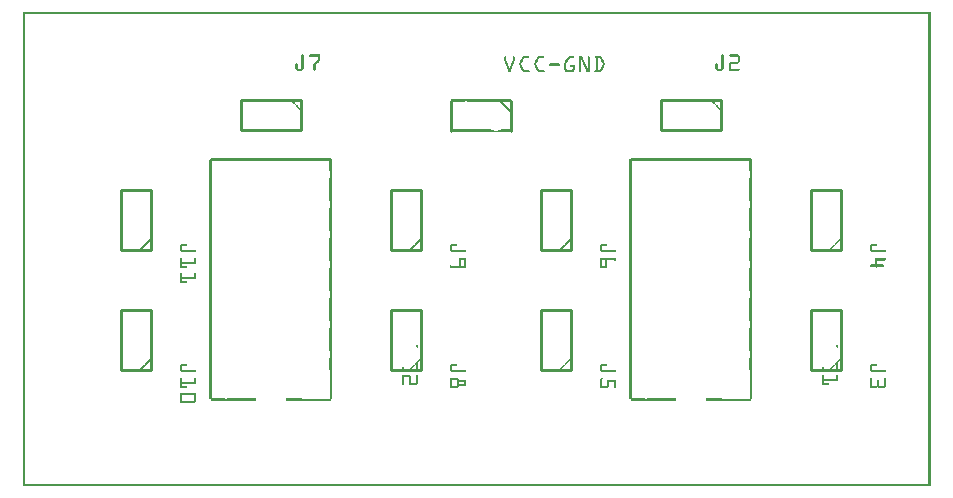
<source format=gto>
G04 MADE WITH FRITZING*
G04 WWW.FRITZING.ORG*
G04 DOUBLE SIDED*
G04 HOLES PLATED*
G04 CONTOUR ON CENTER OF CONTOUR VECTOR*
%ASAXBY*%
%FSLAX23Y23*%
%MOIN*%
%OFA0B0*%
%SFA1.0B1.0*%
%ADD10C,0.010000*%
%ADD11C,0.005000*%
%ADD12R,0.001000X0.001000*%
%LNSILK1*%
G90*
G70*
G54D10*
X1427Y1284D02*
X1427Y1184D01*
D02*
X1627Y1184D02*
X1627Y1284D01*
G54D11*
D02*
X1592Y1284D02*
X1627Y1249D01*
G54D10*
D02*
X2327Y1289D02*
X2127Y1289D01*
D02*
X2127Y1289D02*
X2127Y1189D01*
D02*
X2127Y1189D02*
X2327Y1189D01*
D02*
X2327Y1189D02*
X2327Y1289D01*
D02*
X2727Y389D02*
X2727Y589D01*
D02*
X2727Y589D02*
X2627Y589D01*
D02*
X2627Y589D02*
X2627Y389D01*
D02*
X2627Y389D02*
X2727Y389D01*
D02*
X2727Y789D02*
X2727Y989D01*
D02*
X2727Y989D02*
X2627Y989D01*
D02*
X2627Y989D02*
X2627Y789D01*
D02*
X2627Y789D02*
X2727Y789D01*
D02*
X1827Y389D02*
X1827Y589D01*
D02*
X1827Y589D02*
X1727Y589D01*
D02*
X1727Y589D02*
X1727Y389D01*
D02*
X1727Y389D02*
X1827Y389D01*
D02*
X1827Y789D02*
X1827Y989D01*
D02*
X1827Y989D02*
X1727Y989D01*
D02*
X1727Y989D02*
X1727Y789D01*
D02*
X1727Y789D02*
X1827Y789D01*
D02*
X927Y1289D02*
X727Y1289D01*
D02*
X727Y1289D02*
X727Y1189D01*
D02*
X727Y1189D02*
X927Y1189D01*
D02*
X927Y1189D02*
X927Y1289D01*
D02*
X1327Y389D02*
X1327Y589D01*
D02*
X1327Y589D02*
X1227Y589D01*
D02*
X1227Y589D02*
X1227Y389D01*
D02*
X1227Y389D02*
X1327Y389D01*
D02*
X1327Y789D02*
X1327Y989D01*
D02*
X1327Y989D02*
X1227Y989D01*
D02*
X1227Y989D02*
X1227Y789D01*
D02*
X1227Y789D02*
X1327Y789D01*
D02*
X427Y389D02*
X427Y589D01*
D02*
X427Y589D02*
X327Y589D01*
D02*
X327Y589D02*
X327Y389D01*
D02*
X327Y389D02*
X427Y389D01*
D02*
X427Y789D02*
X427Y989D01*
D02*
X427Y989D02*
X327Y989D01*
D02*
X327Y989D02*
X327Y789D01*
D02*
X327Y789D02*
X427Y789D01*
G54D11*
D02*
X427Y824D02*
X392Y789D01*
G54D12*
X1Y1582D02*
X3026Y1582D01*
X1Y1581D02*
X3026Y1581D01*
X1Y1580D02*
X3026Y1580D01*
X1Y1579D02*
X3026Y1579D01*
X1Y1578D02*
X3026Y1578D01*
X1Y1577D02*
X3026Y1577D01*
X1Y1576D02*
X3026Y1576D01*
X1Y1575D02*
X3026Y1575D01*
X1Y1574D02*
X8Y1574D01*
X3019Y1574D02*
X3026Y1574D01*
X1Y1573D02*
X8Y1573D01*
X3019Y1573D02*
X3026Y1573D01*
X1Y1572D02*
X8Y1572D01*
X3019Y1572D02*
X3026Y1572D01*
X1Y1571D02*
X8Y1571D01*
X3019Y1571D02*
X3026Y1571D01*
X1Y1570D02*
X8Y1570D01*
X3019Y1570D02*
X3026Y1570D01*
X1Y1569D02*
X8Y1569D01*
X3019Y1569D02*
X3026Y1569D01*
X1Y1568D02*
X8Y1568D01*
X3019Y1568D02*
X3026Y1568D01*
X1Y1567D02*
X8Y1567D01*
X3019Y1567D02*
X3026Y1567D01*
X1Y1566D02*
X8Y1566D01*
X3019Y1566D02*
X3026Y1566D01*
X1Y1565D02*
X8Y1565D01*
X3019Y1565D02*
X3026Y1565D01*
X1Y1564D02*
X8Y1564D01*
X3019Y1564D02*
X3026Y1564D01*
X1Y1563D02*
X8Y1563D01*
X3019Y1563D02*
X3026Y1563D01*
X1Y1562D02*
X8Y1562D01*
X3019Y1562D02*
X3026Y1562D01*
X1Y1561D02*
X8Y1561D01*
X3019Y1561D02*
X3026Y1561D01*
X1Y1560D02*
X8Y1560D01*
X3019Y1560D02*
X3026Y1560D01*
X1Y1559D02*
X8Y1559D01*
X3019Y1559D02*
X3026Y1559D01*
X1Y1558D02*
X8Y1558D01*
X3019Y1558D02*
X3026Y1558D01*
X1Y1557D02*
X8Y1557D01*
X3019Y1557D02*
X3026Y1557D01*
X1Y1556D02*
X8Y1556D01*
X3019Y1556D02*
X3026Y1556D01*
X1Y1555D02*
X8Y1555D01*
X3019Y1555D02*
X3026Y1555D01*
X1Y1554D02*
X8Y1554D01*
X3019Y1554D02*
X3026Y1554D01*
X1Y1553D02*
X8Y1553D01*
X3019Y1553D02*
X3026Y1553D01*
X1Y1552D02*
X8Y1552D01*
X3019Y1552D02*
X3026Y1552D01*
X1Y1551D02*
X8Y1551D01*
X3019Y1551D02*
X3026Y1551D01*
X1Y1550D02*
X8Y1550D01*
X3019Y1550D02*
X3026Y1550D01*
X1Y1549D02*
X8Y1549D01*
X3019Y1549D02*
X3026Y1549D01*
X1Y1548D02*
X8Y1548D01*
X3019Y1548D02*
X3026Y1548D01*
X1Y1547D02*
X8Y1547D01*
X3019Y1547D02*
X3026Y1547D01*
X1Y1546D02*
X8Y1546D01*
X3019Y1546D02*
X3026Y1546D01*
X1Y1545D02*
X8Y1545D01*
X3019Y1545D02*
X3026Y1545D01*
X1Y1544D02*
X8Y1544D01*
X3019Y1544D02*
X3026Y1544D01*
X1Y1543D02*
X8Y1543D01*
X3019Y1543D02*
X3026Y1543D01*
X1Y1542D02*
X8Y1542D01*
X3019Y1542D02*
X3026Y1542D01*
X1Y1541D02*
X8Y1541D01*
X3019Y1541D02*
X3026Y1541D01*
X1Y1540D02*
X8Y1540D01*
X3019Y1540D02*
X3026Y1540D01*
X1Y1539D02*
X8Y1539D01*
X3019Y1539D02*
X3026Y1539D01*
X1Y1538D02*
X8Y1538D01*
X3019Y1538D02*
X3026Y1538D01*
X1Y1537D02*
X8Y1537D01*
X3019Y1537D02*
X3026Y1537D01*
X1Y1536D02*
X8Y1536D01*
X3019Y1536D02*
X3026Y1536D01*
X1Y1535D02*
X8Y1535D01*
X3019Y1535D02*
X3026Y1535D01*
X1Y1534D02*
X8Y1534D01*
X3019Y1534D02*
X3026Y1534D01*
X1Y1533D02*
X8Y1533D01*
X3019Y1533D02*
X3026Y1533D01*
X1Y1532D02*
X8Y1532D01*
X3019Y1532D02*
X3026Y1532D01*
X1Y1531D02*
X8Y1531D01*
X3019Y1531D02*
X3026Y1531D01*
X1Y1530D02*
X8Y1530D01*
X3019Y1530D02*
X3026Y1530D01*
X1Y1529D02*
X8Y1529D01*
X3019Y1529D02*
X3026Y1529D01*
X1Y1528D02*
X8Y1528D01*
X3019Y1528D02*
X3026Y1528D01*
X1Y1527D02*
X8Y1527D01*
X3019Y1527D02*
X3026Y1527D01*
X1Y1526D02*
X8Y1526D01*
X3019Y1526D02*
X3026Y1526D01*
X1Y1525D02*
X8Y1525D01*
X3019Y1525D02*
X3026Y1525D01*
X1Y1524D02*
X8Y1524D01*
X3019Y1524D02*
X3026Y1524D01*
X1Y1523D02*
X8Y1523D01*
X3019Y1523D02*
X3026Y1523D01*
X1Y1522D02*
X8Y1522D01*
X3019Y1522D02*
X3026Y1522D01*
X1Y1521D02*
X8Y1521D01*
X3019Y1521D02*
X3026Y1521D01*
X1Y1520D02*
X8Y1520D01*
X3019Y1520D02*
X3026Y1520D01*
X1Y1519D02*
X8Y1519D01*
X3019Y1519D02*
X3026Y1519D01*
X1Y1518D02*
X8Y1518D01*
X3019Y1518D02*
X3026Y1518D01*
X1Y1517D02*
X8Y1517D01*
X3019Y1517D02*
X3026Y1517D01*
X1Y1516D02*
X8Y1516D01*
X3019Y1516D02*
X3026Y1516D01*
X1Y1515D02*
X8Y1515D01*
X3019Y1515D02*
X3026Y1515D01*
X1Y1514D02*
X8Y1514D01*
X3019Y1514D02*
X3026Y1514D01*
X1Y1513D02*
X8Y1513D01*
X3019Y1513D02*
X3026Y1513D01*
X1Y1512D02*
X8Y1512D01*
X3019Y1512D02*
X3026Y1512D01*
X1Y1511D02*
X8Y1511D01*
X3019Y1511D02*
X3026Y1511D01*
X1Y1510D02*
X8Y1510D01*
X3019Y1510D02*
X3026Y1510D01*
X1Y1509D02*
X8Y1509D01*
X3019Y1509D02*
X3026Y1509D01*
X1Y1508D02*
X8Y1508D01*
X3019Y1508D02*
X3026Y1508D01*
X1Y1507D02*
X8Y1507D01*
X3019Y1507D02*
X3026Y1507D01*
X1Y1506D02*
X8Y1506D01*
X3019Y1506D02*
X3026Y1506D01*
X1Y1505D02*
X8Y1505D01*
X3019Y1505D02*
X3026Y1505D01*
X1Y1504D02*
X8Y1504D01*
X3019Y1504D02*
X3026Y1504D01*
X1Y1503D02*
X8Y1503D01*
X3019Y1503D02*
X3026Y1503D01*
X1Y1502D02*
X8Y1502D01*
X3019Y1502D02*
X3026Y1502D01*
X1Y1501D02*
X8Y1501D01*
X3019Y1501D02*
X3026Y1501D01*
X1Y1500D02*
X8Y1500D01*
X3019Y1500D02*
X3026Y1500D01*
X1Y1499D02*
X8Y1499D01*
X3019Y1499D02*
X3026Y1499D01*
X1Y1498D02*
X8Y1498D01*
X3019Y1498D02*
X3026Y1498D01*
X1Y1497D02*
X8Y1497D01*
X3019Y1497D02*
X3026Y1497D01*
X1Y1496D02*
X8Y1496D01*
X3019Y1496D02*
X3026Y1496D01*
X1Y1495D02*
X8Y1495D01*
X3019Y1495D02*
X3026Y1495D01*
X1Y1494D02*
X8Y1494D01*
X3019Y1494D02*
X3026Y1494D01*
X1Y1493D02*
X8Y1493D01*
X3019Y1493D02*
X3026Y1493D01*
X1Y1492D02*
X8Y1492D01*
X3019Y1492D02*
X3026Y1492D01*
X1Y1491D02*
X8Y1491D01*
X3019Y1491D02*
X3026Y1491D01*
X1Y1490D02*
X8Y1490D01*
X3019Y1490D02*
X3026Y1490D01*
X1Y1489D02*
X8Y1489D01*
X3019Y1489D02*
X3026Y1489D01*
X1Y1488D02*
X8Y1488D01*
X3019Y1488D02*
X3026Y1488D01*
X1Y1487D02*
X8Y1487D01*
X3019Y1487D02*
X3026Y1487D01*
X1Y1486D02*
X8Y1486D01*
X3019Y1486D02*
X3026Y1486D01*
X1Y1485D02*
X8Y1485D01*
X3019Y1485D02*
X3026Y1485D01*
X1Y1484D02*
X8Y1484D01*
X3019Y1484D02*
X3026Y1484D01*
X1Y1483D02*
X8Y1483D01*
X3019Y1483D02*
X3026Y1483D01*
X1Y1482D02*
X8Y1482D01*
X3019Y1482D02*
X3026Y1482D01*
X1Y1481D02*
X8Y1481D01*
X3019Y1481D02*
X3026Y1481D01*
X1Y1480D02*
X8Y1480D01*
X3019Y1480D02*
X3026Y1480D01*
X1Y1479D02*
X8Y1479D01*
X3019Y1479D02*
X3026Y1479D01*
X1Y1478D02*
X8Y1478D01*
X3019Y1478D02*
X3026Y1478D01*
X1Y1477D02*
X8Y1477D01*
X3019Y1477D02*
X3026Y1477D01*
X1Y1476D02*
X8Y1476D01*
X3019Y1476D02*
X3026Y1476D01*
X1Y1475D02*
X8Y1475D01*
X3019Y1475D02*
X3026Y1475D01*
X1Y1474D02*
X8Y1474D01*
X3019Y1474D02*
X3026Y1474D01*
X1Y1473D02*
X8Y1473D01*
X3019Y1473D02*
X3026Y1473D01*
X1Y1472D02*
X8Y1472D01*
X3019Y1472D02*
X3026Y1472D01*
X1Y1471D02*
X8Y1471D01*
X3019Y1471D02*
X3026Y1471D01*
X1Y1470D02*
X8Y1470D01*
X3019Y1470D02*
X3026Y1470D01*
X1Y1469D02*
X8Y1469D01*
X3019Y1469D02*
X3026Y1469D01*
X1Y1468D02*
X8Y1468D01*
X3019Y1468D02*
X3026Y1468D01*
X1Y1467D02*
X8Y1467D01*
X3019Y1467D02*
X3026Y1467D01*
X1Y1466D02*
X8Y1466D01*
X3019Y1466D02*
X3026Y1466D01*
X1Y1465D02*
X8Y1465D01*
X3019Y1465D02*
X3026Y1465D01*
X1Y1464D02*
X8Y1464D01*
X3019Y1464D02*
X3026Y1464D01*
X1Y1463D02*
X8Y1463D01*
X3019Y1463D02*
X3026Y1463D01*
X1Y1462D02*
X8Y1462D01*
X3019Y1462D02*
X3026Y1462D01*
X1Y1461D02*
X8Y1461D01*
X3019Y1461D02*
X3026Y1461D01*
X1Y1460D02*
X8Y1460D01*
X3019Y1460D02*
X3026Y1460D01*
X1Y1459D02*
X8Y1459D01*
X3019Y1459D02*
X3026Y1459D01*
X1Y1458D02*
X8Y1458D01*
X3019Y1458D02*
X3026Y1458D01*
X1Y1457D02*
X8Y1457D01*
X3019Y1457D02*
X3026Y1457D01*
X1Y1456D02*
X8Y1456D01*
X3019Y1456D02*
X3026Y1456D01*
X1Y1455D02*
X8Y1455D01*
X3019Y1455D02*
X3026Y1455D01*
X1Y1454D02*
X8Y1454D01*
X3019Y1454D02*
X3026Y1454D01*
X1Y1453D02*
X8Y1453D01*
X3019Y1453D02*
X3026Y1453D01*
X1Y1452D02*
X8Y1452D01*
X3019Y1452D02*
X3026Y1452D01*
X1Y1451D02*
X8Y1451D01*
X3019Y1451D02*
X3026Y1451D01*
X1Y1450D02*
X8Y1450D01*
X3019Y1450D02*
X3026Y1450D01*
X1Y1449D02*
X8Y1449D01*
X3019Y1449D02*
X3026Y1449D01*
X1Y1448D02*
X8Y1448D01*
X3019Y1448D02*
X3026Y1448D01*
X1Y1447D02*
X8Y1447D01*
X3019Y1447D02*
X3026Y1447D01*
X1Y1446D02*
X8Y1446D01*
X3019Y1446D02*
X3026Y1446D01*
X1Y1445D02*
X8Y1445D01*
X3019Y1445D02*
X3026Y1445D01*
X1Y1444D02*
X8Y1444D01*
X3019Y1444D02*
X3026Y1444D01*
X1Y1443D02*
X8Y1443D01*
X3019Y1443D02*
X3026Y1443D01*
X1Y1442D02*
X8Y1442D01*
X3019Y1442D02*
X3026Y1442D01*
X1Y1441D02*
X8Y1441D01*
X3019Y1441D02*
X3026Y1441D01*
X1Y1440D02*
X8Y1440D01*
X3019Y1440D02*
X3026Y1440D01*
X1Y1439D02*
X8Y1439D01*
X933Y1439D02*
X933Y1439D01*
X959Y1439D02*
X990Y1439D01*
X2333Y1439D02*
X2333Y1439D01*
X2359Y1439D02*
X2384Y1439D01*
X3019Y1439D02*
X3026Y1439D01*
X1Y1438D02*
X8Y1438D01*
X931Y1438D02*
X935Y1438D01*
X957Y1438D02*
X990Y1438D01*
X2331Y1438D02*
X2335Y1438D01*
X2357Y1438D02*
X2386Y1438D01*
X3019Y1438D02*
X3026Y1438D01*
X1Y1437D02*
X8Y1437D01*
X931Y1437D02*
X936Y1437D01*
X957Y1437D02*
X990Y1437D01*
X2331Y1437D02*
X2336Y1437D01*
X2357Y1437D02*
X2388Y1437D01*
X3019Y1437D02*
X3026Y1437D01*
X1Y1436D02*
X8Y1436D01*
X930Y1436D02*
X936Y1436D01*
X956Y1436D02*
X990Y1436D01*
X2330Y1436D02*
X2336Y1436D01*
X2356Y1436D02*
X2388Y1436D01*
X3019Y1436D02*
X3026Y1436D01*
X1Y1435D02*
X8Y1435D01*
X930Y1435D02*
X936Y1435D01*
X956Y1435D02*
X990Y1435D01*
X2330Y1435D02*
X2336Y1435D01*
X2356Y1435D02*
X2389Y1435D01*
X3019Y1435D02*
X3026Y1435D01*
X1Y1434D02*
X8Y1434D01*
X930Y1434D02*
X936Y1434D01*
X956Y1434D02*
X990Y1434D01*
X1609Y1434D02*
X1609Y1434D01*
X1637Y1434D02*
X1637Y1434D01*
X1674Y1434D02*
X1687Y1434D01*
X1724Y1434D02*
X1737Y1434D01*
X1826Y1434D02*
X1837Y1434D01*
X1857Y1434D02*
X1864Y1434D01*
X1887Y1434D02*
X1887Y1434D01*
X1909Y1434D02*
X1923Y1434D01*
X2330Y1434D02*
X2336Y1434D01*
X2357Y1434D02*
X2389Y1434D01*
X3019Y1434D02*
X3026Y1434D01*
X1Y1433D02*
X8Y1433D01*
X930Y1433D02*
X936Y1433D01*
X956Y1433D02*
X990Y1433D01*
X1607Y1433D02*
X1611Y1433D01*
X1635Y1433D02*
X1639Y1433D01*
X1670Y1433D02*
X1689Y1433D01*
X1720Y1433D02*
X1739Y1433D01*
X1822Y1433D02*
X1839Y1433D01*
X1856Y1433D02*
X1865Y1433D01*
X1885Y1433D02*
X1889Y1433D01*
X1907Y1433D02*
X1926Y1433D01*
X2330Y1433D02*
X2336Y1433D01*
X2357Y1433D02*
X2390Y1433D01*
X3019Y1433D02*
X3026Y1433D01*
X1Y1432D02*
X8Y1432D01*
X930Y1432D02*
X936Y1432D01*
X956Y1432D02*
X962Y1432D01*
X983Y1432D02*
X990Y1432D01*
X1607Y1432D02*
X1612Y1432D01*
X1634Y1432D02*
X1639Y1432D01*
X1668Y1432D02*
X1689Y1432D01*
X1718Y1432D02*
X1739Y1432D01*
X1821Y1432D02*
X1839Y1432D01*
X1856Y1432D02*
X1865Y1432D01*
X1884Y1432D02*
X1889Y1432D01*
X1907Y1432D02*
X1928Y1432D01*
X2330Y1432D02*
X2336Y1432D01*
X2383Y1432D02*
X2390Y1432D01*
X3019Y1432D02*
X3026Y1432D01*
X1Y1431D02*
X8Y1431D01*
X930Y1431D02*
X936Y1431D01*
X957Y1431D02*
X962Y1431D01*
X984Y1431D02*
X990Y1431D01*
X1606Y1431D02*
X1612Y1431D01*
X1634Y1431D02*
X1640Y1431D01*
X1667Y1431D02*
X1690Y1431D01*
X1717Y1431D02*
X1740Y1431D01*
X1819Y1431D02*
X1840Y1431D01*
X1856Y1431D02*
X1866Y1431D01*
X1884Y1431D02*
X1890Y1431D01*
X1906Y1431D02*
X1929Y1431D01*
X2330Y1431D02*
X2336Y1431D01*
X2384Y1431D02*
X2390Y1431D01*
X3019Y1431D02*
X3026Y1431D01*
X1Y1430D02*
X8Y1430D01*
X930Y1430D02*
X936Y1430D01*
X958Y1430D02*
X961Y1430D01*
X984Y1430D02*
X990Y1430D01*
X1606Y1430D02*
X1612Y1430D01*
X1634Y1430D02*
X1640Y1430D01*
X1666Y1430D02*
X1690Y1430D01*
X1716Y1430D02*
X1740Y1430D01*
X1819Y1430D02*
X1840Y1430D01*
X1856Y1430D02*
X1866Y1430D01*
X1884Y1430D02*
X1890Y1430D01*
X1906Y1430D02*
X1930Y1430D01*
X2330Y1430D02*
X2336Y1430D01*
X2384Y1430D02*
X2390Y1430D01*
X3019Y1430D02*
X3026Y1430D01*
X1Y1429D02*
X8Y1429D01*
X930Y1429D02*
X936Y1429D01*
X984Y1429D02*
X990Y1429D01*
X1606Y1429D02*
X1612Y1429D01*
X1634Y1429D02*
X1640Y1429D01*
X1665Y1429D02*
X1689Y1429D01*
X1715Y1429D02*
X1739Y1429D01*
X1818Y1429D02*
X1839Y1429D01*
X1856Y1429D02*
X1867Y1429D01*
X1884Y1429D02*
X1890Y1429D01*
X1907Y1429D02*
X1930Y1429D01*
X2330Y1429D02*
X2336Y1429D01*
X2384Y1429D02*
X2390Y1429D01*
X3019Y1429D02*
X3026Y1429D01*
X1Y1428D02*
X8Y1428D01*
X930Y1428D02*
X936Y1428D01*
X984Y1428D02*
X990Y1428D01*
X1606Y1428D02*
X1612Y1428D01*
X1634Y1428D02*
X1640Y1428D01*
X1665Y1428D02*
X1689Y1428D01*
X1715Y1428D02*
X1739Y1428D01*
X1817Y1428D02*
X1839Y1428D01*
X1856Y1428D02*
X1867Y1428D01*
X1884Y1428D02*
X1890Y1428D01*
X1907Y1428D02*
X1931Y1428D01*
X2330Y1428D02*
X2336Y1428D01*
X2384Y1428D02*
X2390Y1428D01*
X3019Y1428D02*
X3026Y1428D01*
X1Y1427D02*
X8Y1427D01*
X930Y1427D02*
X936Y1427D01*
X984Y1427D02*
X990Y1427D01*
X1606Y1427D02*
X1612Y1427D01*
X1634Y1427D02*
X1640Y1427D01*
X1664Y1427D02*
X1673Y1427D01*
X1714Y1427D02*
X1723Y1427D01*
X1816Y1427D02*
X1826Y1427D01*
X1856Y1427D02*
X1868Y1427D01*
X1884Y1427D02*
X1890Y1427D01*
X1913Y1427D02*
X1919Y1427D01*
X1923Y1427D02*
X1932Y1427D01*
X2330Y1427D02*
X2336Y1427D01*
X2384Y1427D02*
X2390Y1427D01*
X3019Y1427D02*
X3026Y1427D01*
X1Y1426D02*
X8Y1426D01*
X930Y1426D02*
X936Y1426D01*
X984Y1426D02*
X990Y1426D01*
X1606Y1426D02*
X1612Y1426D01*
X1634Y1426D02*
X1640Y1426D01*
X1664Y1426D02*
X1671Y1426D01*
X1714Y1426D02*
X1721Y1426D01*
X1815Y1426D02*
X1823Y1426D01*
X1856Y1426D02*
X1868Y1426D01*
X1884Y1426D02*
X1890Y1426D01*
X1913Y1426D02*
X1919Y1426D01*
X1925Y1426D02*
X1932Y1426D01*
X2330Y1426D02*
X2336Y1426D01*
X2384Y1426D02*
X2390Y1426D01*
X3019Y1426D02*
X3026Y1426D01*
X1Y1425D02*
X8Y1425D01*
X930Y1425D02*
X936Y1425D01*
X984Y1425D02*
X990Y1425D01*
X1606Y1425D02*
X1612Y1425D01*
X1634Y1425D02*
X1640Y1425D01*
X1663Y1425D02*
X1670Y1425D01*
X1713Y1425D02*
X1720Y1425D01*
X1815Y1425D02*
X1823Y1425D01*
X1856Y1425D02*
X1868Y1425D01*
X1884Y1425D02*
X1890Y1425D01*
X1913Y1425D02*
X1919Y1425D01*
X1926Y1425D02*
X1933Y1425D01*
X2330Y1425D02*
X2336Y1425D01*
X2384Y1425D02*
X2390Y1425D01*
X3019Y1425D02*
X3026Y1425D01*
X1Y1424D02*
X8Y1424D01*
X930Y1424D02*
X936Y1424D01*
X984Y1424D02*
X990Y1424D01*
X1606Y1424D02*
X1612Y1424D01*
X1634Y1424D02*
X1640Y1424D01*
X1663Y1424D02*
X1670Y1424D01*
X1713Y1424D02*
X1720Y1424D01*
X1814Y1424D02*
X1822Y1424D01*
X1856Y1424D02*
X1869Y1424D01*
X1884Y1424D02*
X1890Y1424D01*
X1913Y1424D02*
X1919Y1424D01*
X1926Y1424D02*
X1933Y1424D01*
X2330Y1424D02*
X2336Y1424D01*
X2384Y1424D02*
X2390Y1424D01*
X3019Y1424D02*
X3026Y1424D01*
X1Y1423D02*
X8Y1423D01*
X930Y1423D02*
X936Y1423D01*
X984Y1423D02*
X990Y1423D01*
X1606Y1423D02*
X1612Y1423D01*
X1634Y1423D02*
X1640Y1423D01*
X1662Y1423D02*
X1669Y1423D01*
X1712Y1423D02*
X1719Y1423D01*
X1813Y1423D02*
X1821Y1423D01*
X1856Y1423D02*
X1869Y1423D01*
X1884Y1423D02*
X1890Y1423D01*
X1913Y1423D02*
X1919Y1423D01*
X1927Y1423D02*
X1934Y1423D01*
X2330Y1423D02*
X2336Y1423D01*
X2384Y1423D02*
X2390Y1423D01*
X3019Y1423D02*
X3026Y1423D01*
X1Y1422D02*
X8Y1422D01*
X930Y1422D02*
X936Y1422D01*
X984Y1422D02*
X990Y1422D01*
X1606Y1422D02*
X1612Y1422D01*
X1634Y1422D02*
X1640Y1422D01*
X1662Y1422D02*
X1669Y1422D01*
X1712Y1422D02*
X1719Y1422D01*
X1812Y1422D02*
X1820Y1422D01*
X1856Y1422D02*
X1870Y1422D01*
X1884Y1422D02*
X1890Y1422D01*
X1913Y1422D02*
X1919Y1422D01*
X1927Y1422D02*
X1934Y1422D01*
X2330Y1422D02*
X2336Y1422D01*
X2384Y1422D02*
X2390Y1422D01*
X3019Y1422D02*
X3026Y1422D01*
X1Y1421D02*
X8Y1421D01*
X930Y1421D02*
X936Y1421D01*
X984Y1421D02*
X990Y1421D01*
X1606Y1421D02*
X1612Y1421D01*
X1634Y1421D02*
X1640Y1421D01*
X1661Y1421D02*
X1668Y1421D01*
X1711Y1421D02*
X1718Y1421D01*
X1812Y1421D02*
X1819Y1421D01*
X1856Y1421D02*
X1870Y1421D01*
X1884Y1421D02*
X1890Y1421D01*
X1913Y1421D02*
X1919Y1421D01*
X1928Y1421D02*
X1935Y1421D01*
X2330Y1421D02*
X2336Y1421D01*
X2384Y1421D02*
X2390Y1421D01*
X3019Y1421D02*
X3026Y1421D01*
X1Y1420D02*
X8Y1420D01*
X930Y1420D02*
X936Y1420D01*
X984Y1420D02*
X990Y1420D01*
X1606Y1420D02*
X1612Y1420D01*
X1634Y1420D02*
X1640Y1420D01*
X1661Y1420D02*
X1668Y1420D01*
X1711Y1420D02*
X1718Y1420D01*
X1811Y1420D02*
X1819Y1420D01*
X1856Y1420D02*
X1862Y1420D01*
X1864Y1420D02*
X1871Y1420D01*
X1884Y1420D02*
X1890Y1420D01*
X1913Y1420D02*
X1919Y1420D01*
X1928Y1420D02*
X1935Y1420D01*
X2330Y1420D02*
X2336Y1420D01*
X2384Y1420D02*
X2390Y1420D01*
X3019Y1420D02*
X3026Y1420D01*
X1Y1419D02*
X8Y1419D01*
X930Y1419D02*
X936Y1419D01*
X983Y1419D02*
X990Y1419D01*
X1606Y1419D02*
X1612Y1419D01*
X1634Y1419D02*
X1640Y1419D01*
X1660Y1419D02*
X1667Y1419D01*
X1710Y1419D02*
X1717Y1419D01*
X1810Y1419D02*
X1818Y1419D01*
X1856Y1419D02*
X1862Y1419D01*
X1864Y1419D02*
X1871Y1419D01*
X1884Y1419D02*
X1890Y1419D01*
X1913Y1419D02*
X1919Y1419D01*
X1929Y1419D02*
X1936Y1419D01*
X2330Y1419D02*
X2336Y1419D01*
X2384Y1419D02*
X2390Y1419D01*
X3019Y1419D02*
X3026Y1419D01*
X1Y1418D02*
X8Y1418D01*
X930Y1418D02*
X936Y1418D01*
X982Y1418D02*
X990Y1418D01*
X1606Y1418D02*
X1613Y1418D01*
X1633Y1418D02*
X1640Y1418D01*
X1660Y1418D02*
X1667Y1418D01*
X1710Y1418D02*
X1717Y1418D01*
X1809Y1418D02*
X1817Y1418D01*
X1856Y1418D02*
X1862Y1418D01*
X1865Y1418D02*
X1872Y1418D01*
X1884Y1418D02*
X1890Y1418D01*
X1913Y1418D02*
X1919Y1418D01*
X1929Y1418D02*
X1936Y1418D01*
X2330Y1418D02*
X2336Y1418D01*
X2384Y1418D02*
X2390Y1418D01*
X3019Y1418D02*
X3026Y1418D01*
X1Y1417D02*
X8Y1417D01*
X930Y1417D02*
X936Y1417D01*
X981Y1417D02*
X990Y1417D01*
X1607Y1417D02*
X1613Y1417D01*
X1633Y1417D02*
X1639Y1417D01*
X1659Y1417D02*
X1666Y1417D01*
X1709Y1417D02*
X1716Y1417D01*
X1809Y1417D02*
X1816Y1417D01*
X1856Y1417D02*
X1862Y1417D01*
X1865Y1417D02*
X1872Y1417D01*
X1884Y1417D02*
X1890Y1417D01*
X1913Y1417D02*
X1919Y1417D01*
X1930Y1417D02*
X1937Y1417D01*
X2330Y1417D02*
X2336Y1417D01*
X2384Y1417D02*
X2390Y1417D01*
X3019Y1417D02*
X3026Y1417D01*
X1Y1416D02*
X8Y1416D01*
X930Y1416D02*
X936Y1416D01*
X980Y1416D02*
X989Y1416D01*
X1607Y1416D02*
X1614Y1416D01*
X1632Y1416D02*
X1639Y1416D01*
X1659Y1416D02*
X1666Y1416D01*
X1709Y1416D02*
X1716Y1416D01*
X1808Y1416D02*
X1816Y1416D01*
X1856Y1416D02*
X1862Y1416D01*
X1866Y1416D02*
X1872Y1416D01*
X1884Y1416D02*
X1890Y1416D01*
X1913Y1416D02*
X1919Y1416D01*
X1930Y1416D02*
X1937Y1416D01*
X2330Y1416D02*
X2336Y1416D01*
X2384Y1416D02*
X2390Y1416D01*
X3019Y1416D02*
X3026Y1416D01*
X1Y1415D02*
X8Y1415D01*
X930Y1415D02*
X936Y1415D01*
X979Y1415D02*
X988Y1415D01*
X1607Y1415D02*
X1614Y1415D01*
X1632Y1415D02*
X1639Y1415D01*
X1658Y1415D02*
X1665Y1415D01*
X1708Y1415D02*
X1715Y1415D01*
X1807Y1415D02*
X1815Y1415D01*
X1856Y1415D02*
X1862Y1415D01*
X1866Y1415D02*
X1873Y1415D01*
X1884Y1415D02*
X1890Y1415D01*
X1913Y1415D02*
X1919Y1415D01*
X1931Y1415D02*
X1938Y1415D01*
X2330Y1415D02*
X2336Y1415D01*
X2361Y1415D02*
X2390Y1415D01*
X3019Y1415D02*
X3026Y1415D01*
X1Y1414D02*
X8Y1414D01*
X930Y1414D02*
X936Y1414D01*
X977Y1414D02*
X987Y1414D01*
X1608Y1414D02*
X1614Y1414D01*
X1632Y1414D02*
X1638Y1414D01*
X1658Y1414D02*
X1665Y1414D01*
X1708Y1414D02*
X1715Y1414D01*
X1807Y1414D02*
X1814Y1414D01*
X1856Y1414D02*
X1862Y1414D01*
X1867Y1414D02*
X1873Y1414D01*
X1884Y1414D02*
X1890Y1414D01*
X1913Y1414D02*
X1919Y1414D01*
X1931Y1414D02*
X1938Y1414D01*
X2330Y1414D02*
X2336Y1414D01*
X2359Y1414D02*
X2390Y1414D01*
X3019Y1414D02*
X3026Y1414D01*
X1Y1413D02*
X8Y1413D01*
X930Y1413D02*
X936Y1413D01*
X976Y1413D02*
X986Y1413D01*
X1608Y1413D02*
X1615Y1413D01*
X1631Y1413D02*
X1638Y1413D01*
X1657Y1413D02*
X1664Y1413D01*
X1707Y1413D02*
X1714Y1413D01*
X1807Y1413D02*
X1813Y1413D01*
X1856Y1413D02*
X1862Y1413D01*
X1867Y1413D02*
X1874Y1413D01*
X1884Y1413D02*
X1890Y1413D01*
X1913Y1413D02*
X1919Y1413D01*
X1932Y1413D02*
X1938Y1413D01*
X2330Y1413D02*
X2336Y1413D01*
X2358Y1413D02*
X2389Y1413D01*
X3019Y1413D02*
X3026Y1413D01*
X1Y1412D02*
X8Y1412D01*
X930Y1412D02*
X936Y1412D01*
X975Y1412D02*
X985Y1412D01*
X1609Y1412D02*
X1615Y1412D01*
X1631Y1412D02*
X1637Y1412D01*
X1657Y1412D02*
X1664Y1412D01*
X1707Y1412D02*
X1714Y1412D01*
X1806Y1412D02*
X1813Y1412D01*
X1856Y1412D02*
X1862Y1412D01*
X1867Y1412D02*
X1874Y1412D01*
X1884Y1412D02*
X1890Y1412D01*
X1913Y1412D02*
X1919Y1412D01*
X1932Y1412D02*
X1939Y1412D01*
X2330Y1412D02*
X2336Y1412D01*
X2357Y1412D02*
X2389Y1412D01*
X3019Y1412D02*
X3026Y1412D01*
X1Y1411D02*
X8Y1411D01*
X930Y1411D02*
X936Y1411D01*
X974Y1411D02*
X984Y1411D01*
X1609Y1411D02*
X1616Y1411D01*
X1630Y1411D02*
X1637Y1411D01*
X1657Y1411D02*
X1663Y1411D01*
X1707Y1411D02*
X1713Y1411D01*
X1806Y1411D02*
X1813Y1411D01*
X1856Y1411D02*
X1862Y1411D01*
X1868Y1411D02*
X1875Y1411D01*
X1884Y1411D02*
X1890Y1411D01*
X1913Y1411D02*
X1919Y1411D01*
X1933Y1411D02*
X1939Y1411D01*
X2330Y1411D02*
X2336Y1411D01*
X2357Y1411D02*
X2388Y1411D01*
X3019Y1411D02*
X3026Y1411D01*
X1Y1410D02*
X8Y1410D01*
X930Y1410D02*
X936Y1410D01*
X973Y1410D02*
X982Y1410D01*
X1609Y1410D02*
X1616Y1410D01*
X1630Y1410D02*
X1637Y1410D01*
X1657Y1410D02*
X1663Y1410D01*
X1707Y1410D02*
X1713Y1410D01*
X1758Y1410D02*
X1788Y1410D01*
X1806Y1410D02*
X1812Y1410D01*
X1856Y1410D02*
X1862Y1410D01*
X1868Y1410D02*
X1875Y1410D01*
X1884Y1410D02*
X1890Y1410D01*
X1913Y1410D02*
X1919Y1410D01*
X1933Y1410D02*
X1939Y1410D01*
X2330Y1410D02*
X2336Y1410D01*
X2356Y1410D02*
X2387Y1410D01*
X3019Y1410D02*
X3026Y1410D01*
X1Y1409D02*
X8Y1409D01*
X911Y1409D02*
X914Y1409D01*
X930Y1409D02*
X936Y1409D01*
X971Y1409D02*
X981Y1409D01*
X1610Y1409D02*
X1616Y1409D01*
X1630Y1409D02*
X1636Y1409D01*
X1656Y1409D02*
X1662Y1409D01*
X1706Y1409D02*
X1712Y1409D01*
X1757Y1409D02*
X1789Y1409D01*
X1806Y1409D02*
X1812Y1409D01*
X1856Y1409D02*
X1862Y1409D01*
X1869Y1409D02*
X1875Y1409D01*
X1884Y1409D02*
X1890Y1409D01*
X1913Y1409D02*
X1919Y1409D01*
X1934Y1409D02*
X1940Y1409D01*
X2311Y1409D02*
X2314Y1409D01*
X2330Y1409D02*
X2336Y1409D01*
X2356Y1409D02*
X2385Y1409D01*
X3019Y1409D02*
X3026Y1409D01*
X1Y1408D02*
X8Y1408D01*
X910Y1408D02*
X915Y1408D01*
X930Y1408D02*
X936Y1408D01*
X971Y1408D02*
X980Y1408D01*
X1610Y1408D02*
X1617Y1408D01*
X1629Y1408D02*
X1636Y1408D01*
X1656Y1408D02*
X1662Y1408D01*
X1706Y1408D02*
X1712Y1408D01*
X1756Y1408D02*
X1790Y1408D01*
X1806Y1408D02*
X1812Y1408D01*
X1856Y1408D02*
X1862Y1408D01*
X1869Y1408D02*
X1876Y1408D01*
X1884Y1408D02*
X1890Y1408D01*
X1913Y1408D02*
X1919Y1408D01*
X1934Y1408D02*
X1940Y1408D01*
X2310Y1408D02*
X2315Y1408D01*
X2330Y1408D02*
X2336Y1408D01*
X2356Y1408D02*
X2362Y1408D01*
X3019Y1408D02*
X3026Y1408D01*
X1Y1407D02*
X8Y1407D01*
X910Y1407D02*
X916Y1407D01*
X930Y1407D02*
X936Y1407D01*
X970Y1407D02*
X979Y1407D01*
X1611Y1407D02*
X1617Y1407D01*
X1629Y1407D02*
X1635Y1407D01*
X1656Y1407D02*
X1662Y1407D01*
X1706Y1407D02*
X1712Y1407D01*
X1756Y1407D02*
X1790Y1407D01*
X1806Y1407D02*
X1812Y1407D01*
X1856Y1407D02*
X1862Y1407D01*
X1870Y1407D02*
X1876Y1407D01*
X1884Y1407D02*
X1890Y1407D01*
X1913Y1407D02*
X1919Y1407D01*
X1934Y1407D02*
X1940Y1407D01*
X2310Y1407D02*
X2315Y1407D01*
X2330Y1407D02*
X2336Y1407D01*
X2356Y1407D02*
X2362Y1407D01*
X3019Y1407D02*
X3026Y1407D01*
X1Y1406D02*
X8Y1406D01*
X910Y1406D02*
X916Y1406D01*
X930Y1406D02*
X936Y1406D01*
X970Y1406D02*
X978Y1406D01*
X1611Y1406D02*
X1618Y1406D01*
X1629Y1406D02*
X1635Y1406D01*
X1656Y1406D02*
X1662Y1406D01*
X1706Y1406D02*
X1712Y1406D01*
X1756Y1406D02*
X1790Y1406D01*
X1806Y1406D02*
X1812Y1406D01*
X1856Y1406D02*
X1862Y1406D01*
X1870Y1406D02*
X1877Y1406D01*
X1884Y1406D02*
X1890Y1406D01*
X1913Y1406D02*
X1919Y1406D01*
X1934Y1406D02*
X1940Y1406D01*
X2310Y1406D02*
X2316Y1406D01*
X2330Y1406D02*
X2336Y1406D01*
X2356Y1406D02*
X2362Y1406D01*
X3019Y1406D02*
X3026Y1406D01*
X1Y1405D02*
X8Y1405D01*
X910Y1405D02*
X916Y1405D01*
X930Y1405D02*
X936Y1405D01*
X970Y1405D02*
X977Y1405D01*
X1611Y1405D02*
X1618Y1405D01*
X1628Y1405D02*
X1635Y1405D01*
X1656Y1405D02*
X1662Y1405D01*
X1706Y1405D02*
X1712Y1405D01*
X1756Y1405D02*
X1790Y1405D01*
X1806Y1405D02*
X1812Y1405D01*
X1856Y1405D02*
X1862Y1405D01*
X1870Y1405D02*
X1877Y1405D01*
X1884Y1405D02*
X1890Y1405D01*
X1913Y1405D02*
X1919Y1405D01*
X1933Y1405D02*
X1940Y1405D01*
X2310Y1405D02*
X2316Y1405D01*
X2330Y1405D02*
X2336Y1405D01*
X2356Y1405D02*
X2362Y1405D01*
X3019Y1405D02*
X3026Y1405D01*
X1Y1404D02*
X8Y1404D01*
X910Y1404D02*
X916Y1404D01*
X930Y1404D02*
X936Y1404D01*
X970Y1404D02*
X976Y1404D01*
X1612Y1404D02*
X1618Y1404D01*
X1628Y1404D02*
X1634Y1404D01*
X1657Y1404D02*
X1663Y1404D01*
X1707Y1404D02*
X1713Y1404D01*
X1756Y1404D02*
X1790Y1404D01*
X1806Y1404D02*
X1812Y1404D01*
X1825Y1404D02*
X1840Y1404D01*
X1856Y1404D02*
X1862Y1404D01*
X1871Y1404D02*
X1878Y1404D01*
X1884Y1404D02*
X1890Y1404D01*
X1913Y1404D02*
X1919Y1404D01*
X1933Y1404D02*
X1939Y1404D01*
X2310Y1404D02*
X2316Y1404D01*
X2330Y1404D02*
X2336Y1404D01*
X2356Y1404D02*
X2362Y1404D01*
X3019Y1404D02*
X3026Y1404D01*
X1Y1403D02*
X8Y1403D01*
X910Y1403D02*
X916Y1403D01*
X930Y1403D02*
X936Y1403D01*
X970Y1403D02*
X976Y1403D01*
X1612Y1403D02*
X1619Y1403D01*
X1627Y1403D02*
X1634Y1403D01*
X1657Y1403D02*
X1663Y1403D01*
X1707Y1403D02*
X1713Y1403D01*
X1756Y1403D02*
X1790Y1403D01*
X1806Y1403D02*
X1812Y1403D01*
X1824Y1403D02*
X1840Y1403D01*
X1856Y1403D02*
X1862Y1403D01*
X1871Y1403D02*
X1878Y1403D01*
X1884Y1403D02*
X1890Y1403D01*
X1913Y1403D02*
X1919Y1403D01*
X1933Y1403D02*
X1939Y1403D01*
X2310Y1403D02*
X2316Y1403D01*
X2330Y1403D02*
X2336Y1403D01*
X2356Y1403D02*
X2362Y1403D01*
X3019Y1403D02*
X3026Y1403D01*
X1Y1402D02*
X8Y1402D01*
X910Y1402D02*
X916Y1402D01*
X930Y1402D02*
X936Y1402D01*
X970Y1402D02*
X976Y1402D01*
X1612Y1402D02*
X1619Y1402D01*
X1627Y1402D02*
X1634Y1402D01*
X1657Y1402D02*
X1664Y1402D01*
X1707Y1402D02*
X1714Y1402D01*
X1757Y1402D02*
X1789Y1402D01*
X1806Y1402D02*
X1812Y1402D01*
X1824Y1402D02*
X1840Y1402D01*
X1856Y1402D02*
X1862Y1402D01*
X1872Y1402D02*
X1879Y1402D01*
X1884Y1402D02*
X1890Y1402D01*
X1913Y1402D02*
X1919Y1402D01*
X1932Y1402D02*
X1939Y1402D01*
X2310Y1402D02*
X2316Y1402D01*
X2330Y1402D02*
X2336Y1402D01*
X2356Y1402D02*
X2362Y1402D01*
X3019Y1402D02*
X3026Y1402D01*
X1Y1401D02*
X8Y1401D01*
X910Y1401D02*
X916Y1401D01*
X930Y1401D02*
X936Y1401D01*
X970Y1401D02*
X976Y1401D01*
X1613Y1401D02*
X1619Y1401D01*
X1627Y1401D02*
X1633Y1401D01*
X1657Y1401D02*
X1664Y1401D01*
X1707Y1401D02*
X1714Y1401D01*
X1758Y1401D02*
X1788Y1401D01*
X1806Y1401D02*
X1812Y1401D01*
X1823Y1401D02*
X1840Y1401D01*
X1856Y1401D02*
X1862Y1401D01*
X1872Y1401D02*
X1879Y1401D01*
X1884Y1401D02*
X1890Y1401D01*
X1913Y1401D02*
X1919Y1401D01*
X1932Y1401D02*
X1938Y1401D01*
X2310Y1401D02*
X2316Y1401D01*
X2330Y1401D02*
X2336Y1401D01*
X2356Y1401D02*
X2362Y1401D01*
X3019Y1401D02*
X3026Y1401D01*
X1Y1400D02*
X8Y1400D01*
X910Y1400D02*
X916Y1400D01*
X930Y1400D02*
X936Y1400D01*
X970Y1400D02*
X976Y1400D01*
X1613Y1400D02*
X1620Y1400D01*
X1626Y1400D02*
X1633Y1400D01*
X1658Y1400D02*
X1665Y1400D01*
X1708Y1400D02*
X1715Y1400D01*
X1806Y1400D02*
X1812Y1400D01*
X1824Y1400D02*
X1840Y1400D01*
X1856Y1400D02*
X1862Y1400D01*
X1873Y1400D02*
X1879Y1400D01*
X1884Y1400D02*
X1890Y1400D01*
X1913Y1400D02*
X1919Y1400D01*
X1931Y1400D02*
X1938Y1400D01*
X2310Y1400D02*
X2316Y1400D01*
X2330Y1400D02*
X2336Y1400D01*
X2356Y1400D02*
X2362Y1400D01*
X3019Y1400D02*
X3026Y1400D01*
X1Y1399D02*
X8Y1399D01*
X910Y1399D02*
X916Y1399D01*
X930Y1399D02*
X936Y1399D01*
X970Y1399D02*
X976Y1399D01*
X1614Y1399D02*
X1620Y1399D01*
X1626Y1399D02*
X1632Y1399D01*
X1658Y1399D02*
X1665Y1399D01*
X1708Y1399D02*
X1715Y1399D01*
X1806Y1399D02*
X1812Y1399D01*
X1824Y1399D02*
X1840Y1399D01*
X1856Y1399D02*
X1862Y1399D01*
X1873Y1399D02*
X1880Y1399D01*
X1884Y1399D02*
X1890Y1399D01*
X1913Y1399D02*
X1919Y1399D01*
X1931Y1399D02*
X1938Y1399D01*
X2310Y1399D02*
X2316Y1399D01*
X2330Y1399D02*
X2336Y1399D01*
X2356Y1399D02*
X2362Y1399D01*
X3019Y1399D02*
X3026Y1399D01*
X1Y1398D02*
X8Y1398D01*
X910Y1398D02*
X916Y1398D01*
X930Y1398D02*
X936Y1398D01*
X970Y1398D02*
X976Y1398D01*
X1614Y1398D02*
X1621Y1398D01*
X1625Y1398D02*
X1632Y1398D01*
X1659Y1398D02*
X1666Y1398D01*
X1709Y1398D02*
X1716Y1398D01*
X1806Y1398D02*
X1812Y1398D01*
X1825Y1398D02*
X1840Y1398D01*
X1856Y1398D02*
X1862Y1398D01*
X1874Y1398D02*
X1880Y1398D01*
X1884Y1398D02*
X1890Y1398D01*
X1913Y1398D02*
X1919Y1398D01*
X1930Y1398D02*
X1937Y1398D01*
X2310Y1398D02*
X2316Y1398D01*
X2330Y1398D02*
X2336Y1398D01*
X2356Y1398D02*
X2362Y1398D01*
X3019Y1398D02*
X3026Y1398D01*
X1Y1397D02*
X8Y1397D01*
X910Y1397D02*
X916Y1397D01*
X930Y1397D02*
X936Y1397D01*
X970Y1397D02*
X976Y1397D01*
X1614Y1397D02*
X1621Y1397D01*
X1625Y1397D02*
X1632Y1397D01*
X1659Y1397D02*
X1666Y1397D01*
X1709Y1397D02*
X1716Y1397D01*
X1806Y1397D02*
X1812Y1397D01*
X1834Y1397D02*
X1840Y1397D01*
X1856Y1397D02*
X1862Y1397D01*
X1874Y1397D02*
X1881Y1397D01*
X1884Y1397D02*
X1890Y1397D01*
X1913Y1397D02*
X1919Y1397D01*
X1930Y1397D02*
X1937Y1397D01*
X2310Y1397D02*
X2316Y1397D01*
X2330Y1397D02*
X2336Y1397D01*
X2356Y1397D02*
X2362Y1397D01*
X3019Y1397D02*
X3026Y1397D01*
X1Y1396D02*
X8Y1396D01*
X910Y1396D02*
X916Y1396D01*
X930Y1396D02*
X936Y1396D01*
X970Y1396D02*
X976Y1396D01*
X1615Y1396D02*
X1621Y1396D01*
X1625Y1396D02*
X1631Y1396D01*
X1660Y1396D02*
X1667Y1396D01*
X1710Y1396D02*
X1717Y1396D01*
X1806Y1396D02*
X1812Y1396D01*
X1834Y1396D02*
X1840Y1396D01*
X1856Y1396D02*
X1862Y1396D01*
X1874Y1396D02*
X1881Y1396D01*
X1884Y1396D02*
X1890Y1396D01*
X1913Y1396D02*
X1919Y1396D01*
X1929Y1396D02*
X1936Y1396D01*
X2310Y1396D02*
X2316Y1396D01*
X2330Y1396D02*
X2336Y1396D01*
X2356Y1396D02*
X2362Y1396D01*
X3019Y1396D02*
X3026Y1396D01*
X1Y1395D02*
X8Y1395D01*
X910Y1395D02*
X916Y1395D01*
X930Y1395D02*
X936Y1395D01*
X970Y1395D02*
X976Y1395D01*
X1615Y1395D02*
X1622Y1395D01*
X1624Y1395D02*
X1631Y1395D01*
X1660Y1395D02*
X1667Y1395D01*
X1710Y1395D02*
X1717Y1395D01*
X1806Y1395D02*
X1812Y1395D01*
X1834Y1395D02*
X1840Y1395D01*
X1856Y1395D02*
X1862Y1395D01*
X1875Y1395D02*
X1882Y1395D01*
X1884Y1395D02*
X1890Y1395D01*
X1913Y1395D02*
X1919Y1395D01*
X1929Y1395D02*
X1936Y1395D01*
X2310Y1395D02*
X2316Y1395D01*
X2330Y1395D02*
X2336Y1395D01*
X2356Y1395D02*
X2362Y1395D01*
X3019Y1395D02*
X3026Y1395D01*
X1Y1394D02*
X8Y1394D01*
X910Y1394D02*
X916Y1394D01*
X930Y1394D02*
X936Y1394D01*
X970Y1394D02*
X976Y1394D01*
X1616Y1394D02*
X1622Y1394D01*
X1624Y1394D02*
X1630Y1394D01*
X1661Y1394D02*
X1668Y1394D01*
X1711Y1394D02*
X1718Y1394D01*
X1806Y1394D02*
X1812Y1394D01*
X1834Y1394D02*
X1840Y1394D01*
X1856Y1394D02*
X1862Y1394D01*
X1875Y1394D02*
X1882Y1394D01*
X1884Y1394D02*
X1890Y1394D01*
X1913Y1394D02*
X1919Y1394D01*
X1928Y1394D02*
X1935Y1394D01*
X2310Y1394D02*
X2316Y1394D01*
X2330Y1394D02*
X2336Y1394D01*
X2356Y1394D02*
X2362Y1394D01*
X3019Y1394D02*
X3026Y1394D01*
X1Y1393D02*
X8Y1393D01*
X910Y1393D02*
X917Y1393D01*
X929Y1393D02*
X936Y1393D01*
X970Y1393D02*
X976Y1393D01*
X1616Y1393D02*
X1630Y1393D01*
X1661Y1393D02*
X1668Y1393D01*
X1711Y1393D02*
X1718Y1393D01*
X1806Y1393D02*
X1812Y1393D01*
X1834Y1393D02*
X1840Y1393D01*
X1856Y1393D02*
X1862Y1393D01*
X1876Y1393D02*
X1890Y1393D01*
X1913Y1393D02*
X1919Y1393D01*
X1928Y1393D02*
X1935Y1393D01*
X2310Y1393D02*
X2317Y1393D01*
X2329Y1393D02*
X2336Y1393D01*
X2356Y1393D02*
X2362Y1393D01*
X3019Y1393D02*
X3026Y1393D01*
X1Y1392D02*
X8Y1392D01*
X910Y1392D02*
X919Y1392D01*
X927Y1392D02*
X936Y1392D01*
X970Y1392D02*
X976Y1392D01*
X1616Y1392D02*
X1630Y1392D01*
X1662Y1392D02*
X1669Y1392D01*
X1712Y1392D02*
X1719Y1392D01*
X1806Y1392D02*
X1812Y1392D01*
X1834Y1392D02*
X1840Y1392D01*
X1856Y1392D02*
X1862Y1392D01*
X1876Y1392D02*
X1890Y1392D01*
X1913Y1392D02*
X1919Y1392D01*
X1927Y1392D02*
X1934Y1392D01*
X2310Y1392D02*
X2319Y1392D01*
X2327Y1392D02*
X2336Y1392D01*
X2356Y1392D02*
X2363Y1392D01*
X3019Y1392D02*
X3026Y1392D01*
X1Y1391D02*
X8Y1391D01*
X911Y1391D02*
X935Y1391D01*
X970Y1391D02*
X976Y1391D01*
X1617Y1391D02*
X1629Y1391D01*
X1662Y1391D02*
X1669Y1391D01*
X1712Y1391D02*
X1719Y1391D01*
X1806Y1391D02*
X1812Y1391D01*
X1834Y1391D02*
X1840Y1391D01*
X1856Y1391D02*
X1862Y1391D01*
X1877Y1391D02*
X1890Y1391D01*
X1913Y1391D02*
X1919Y1391D01*
X1927Y1391D02*
X1934Y1391D01*
X2311Y1391D02*
X2335Y1391D01*
X2356Y1391D02*
X2389Y1391D01*
X3019Y1391D02*
X3026Y1391D01*
X1Y1390D02*
X8Y1390D01*
X911Y1390D02*
X935Y1390D01*
X970Y1390D02*
X976Y1390D01*
X1617Y1390D02*
X1629Y1390D01*
X1663Y1390D02*
X1670Y1390D01*
X1713Y1390D02*
X1720Y1390D01*
X1806Y1390D02*
X1812Y1390D01*
X1834Y1390D02*
X1840Y1390D01*
X1856Y1390D02*
X1862Y1390D01*
X1877Y1390D02*
X1890Y1390D01*
X1913Y1390D02*
X1919Y1390D01*
X1926Y1390D02*
X1933Y1390D01*
X2311Y1390D02*
X2335Y1390D01*
X2356Y1390D02*
X2389Y1390D01*
X3019Y1390D02*
X3026Y1390D01*
X1Y1389D02*
X8Y1389D01*
X912Y1389D02*
X934Y1389D01*
X970Y1389D02*
X976Y1389D01*
X1618Y1389D02*
X1628Y1389D01*
X1663Y1389D02*
X1670Y1389D01*
X1713Y1389D02*
X1720Y1389D01*
X1806Y1389D02*
X1813Y1389D01*
X1833Y1389D02*
X1840Y1389D01*
X1856Y1389D02*
X1862Y1389D01*
X1878Y1389D02*
X1890Y1389D01*
X1913Y1389D02*
X1919Y1389D01*
X1926Y1389D02*
X1933Y1389D01*
X2312Y1389D02*
X2334Y1389D01*
X2356Y1389D02*
X2390Y1389D01*
X3019Y1389D02*
X3026Y1389D01*
X1Y1388D02*
X8Y1388D01*
X913Y1388D02*
X933Y1388D01*
X970Y1388D02*
X976Y1388D01*
X1618Y1388D02*
X1628Y1388D01*
X1664Y1388D02*
X1671Y1388D01*
X1714Y1388D02*
X1721Y1388D01*
X1807Y1388D02*
X1813Y1388D01*
X1833Y1388D02*
X1839Y1388D01*
X1856Y1388D02*
X1862Y1388D01*
X1878Y1388D02*
X1890Y1388D01*
X1913Y1388D02*
X1919Y1388D01*
X1925Y1388D02*
X1932Y1388D01*
X2313Y1388D02*
X2333Y1388D01*
X2356Y1388D02*
X2390Y1388D01*
X3019Y1388D02*
X3026Y1388D01*
X1Y1387D02*
X8Y1387D01*
X914Y1387D02*
X932Y1387D01*
X970Y1387D02*
X976Y1387D01*
X1618Y1387D02*
X1628Y1387D01*
X1664Y1387D02*
X1673Y1387D01*
X1714Y1387D02*
X1723Y1387D01*
X1807Y1387D02*
X1816Y1387D01*
X1830Y1387D02*
X1839Y1387D01*
X1856Y1387D02*
X1862Y1387D01*
X1878Y1387D02*
X1890Y1387D01*
X1913Y1387D02*
X1920Y1387D01*
X1923Y1387D02*
X1932Y1387D01*
X2314Y1387D02*
X2332Y1387D01*
X2356Y1387D02*
X2389Y1387D01*
X3019Y1387D02*
X3026Y1387D01*
X1Y1386D02*
X8Y1386D01*
X916Y1386D02*
X930Y1386D01*
X971Y1386D02*
X975Y1386D01*
X1619Y1386D02*
X1627Y1386D01*
X1665Y1386D02*
X1689Y1386D01*
X1715Y1386D02*
X1739Y1386D01*
X1807Y1386D02*
X1839Y1386D01*
X1856Y1386D02*
X1862Y1386D01*
X1879Y1386D02*
X1890Y1386D01*
X1907Y1386D02*
X1931Y1386D01*
X2316Y1386D02*
X2330Y1386D01*
X2356Y1386D02*
X2389Y1386D01*
X3019Y1386D02*
X3026Y1386D01*
X1Y1385D02*
X8Y1385D01*
X920Y1385D02*
X926Y1385D01*
X973Y1385D02*
X973Y1385D01*
X1619Y1385D02*
X1627Y1385D01*
X1666Y1385D02*
X1689Y1385D01*
X1715Y1385D02*
X1739Y1385D01*
X1808Y1385D02*
X1838Y1385D01*
X1856Y1385D02*
X1862Y1385D01*
X1879Y1385D02*
X1890Y1385D01*
X1907Y1385D02*
X1931Y1385D01*
X2319Y1385D02*
X2326Y1385D01*
X2357Y1385D02*
X2387Y1385D01*
X3019Y1385D02*
X3026Y1385D01*
X1Y1384D02*
X8Y1384D01*
X1619Y1384D02*
X1626Y1384D01*
X1666Y1384D02*
X1690Y1384D01*
X1716Y1384D02*
X1740Y1384D01*
X1808Y1384D02*
X1837Y1384D01*
X1856Y1384D02*
X1862Y1384D01*
X1880Y1384D02*
X1890Y1384D01*
X1906Y1384D02*
X1930Y1384D01*
X3019Y1384D02*
X3026Y1384D01*
X1Y1383D02*
X8Y1383D01*
X1620Y1383D02*
X1626Y1383D01*
X1667Y1383D02*
X1690Y1383D01*
X1717Y1383D02*
X1740Y1383D01*
X1809Y1383D02*
X1837Y1383D01*
X1856Y1383D02*
X1862Y1383D01*
X1880Y1383D02*
X1890Y1383D01*
X1906Y1383D02*
X1929Y1383D01*
X3019Y1383D02*
X3026Y1383D01*
X1Y1382D02*
X8Y1382D01*
X1620Y1382D02*
X1626Y1382D01*
X1668Y1382D02*
X1689Y1382D01*
X1718Y1382D02*
X1739Y1382D01*
X1810Y1382D02*
X1835Y1382D01*
X1857Y1382D02*
X1862Y1382D01*
X1881Y1382D02*
X1890Y1382D01*
X1907Y1382D02*
X1928Y1382D01*
X3019Y1382D02*
X3026Y1382D01*
X1Y1381D02*
X8Y1381D01*
X1621Y1381D02*
X1625Y1381D01*
X1670Y1381D02*
X1689Y1381D01*
X1720Y1381D02*
X1739Y1381D01*
X1812Y1381D02*
X1834Y1381D01*
X1857Y1381D02*
X1861Y1381D01*
X1881Y1381D02*
X1890Y1381D01*
X1907Y1381D02*
X1926Y1381D01*
X3019Y1381D02*
X3026Y1381D01*
X1Y1380D02*
X8Y1380D01*
X1623Y1380D02*
X1623Y1380D01*
X1673Y1380D02*
X1687Y1380D01*
X1723Y1380D02*
X1737Y1380D01*
X1816Y1380D02*
X1830Y1380D01*
X1859Y1380D02*
X1859Y1380D01*
X1882Y1380D02*
X1889Y1380D01*
X1909Y1380D02*
X1922Y1380D01*
X3019Y1380D02*
X3026Y1380D01*
X1Y1379D02*
X8Y1379D01*
X3019Y1379D02*
X3026Y1379D01*
X1Y1378D02*
X8Y1378D01*
X3019Y1378D02*
X3026Y1378D01*
X1Y1377D02*
X8Y1377D01*
X3019Y1377D02*
X3026Y1377D01*
X1Y1376D02*
X8Y1376D01*
X3019Y1376D02*
X3026Y1376D01*
X1Y1375D02*
X8Y1375D01*
X3019Y1375D02*
X3026Y1375D01*
X1Y1374D02*
X8Y1374D01*
X3019Y1374D02*
X3026Y1374D01*
X1Y1373D02*
X8Y1373D01*
X3019Y1373D02*
X3026Y1373D01*
X1Y1372D02*
X8Y1372D01*
X3019Y1372D02*
X3026Y1372D01*
X1Y1371D02*
X8Y1371D01*
X3019Y1371D02*
X3026Y1371D01*
X1Y1370D02*
X8Y1370D01*
X3019Y1370D02*
X3026Y1370D01*
X1Y1369D02*
X8Y1369D01*
X3019Y1369D02*
X3026Y1369D01*
X1Y1368D02*
X8Y1368D01*
X3019Y1368D02*
X3026Y1368D01*
X1Y1367D02*
X8Y1367D01*
X3019Y1367D02*
X3026Y1367D01*
X1Y1366D02*
X8Y1366D01*
X3019Y1366D02*
X3026Y1366D01*
X1Y1365D02*
X8Y1365D01*
X3019Y1365D02*
X3026Y1365D01*
X1Y1364D02*
X8Y1364D01*
X3019Y1364D02*
X3026Y1364D01*
X1Y1363D02*
X8Y1363D01*
X3019Y1363D02*
X3026Y1363D01*
X1Y1362D02*
X8Y1362D01*
X3019Y1362D02*
X3026Y1362D01*
X1Y1361D02*
X8Y1361D01*
X3019Y1361D02*
X3026Y1361D01*
X1Y1360D02*
X8Y1360D01*
X3019Y1360D02*
X3026Y1360D01*
X1Y1359D02*
X8Y1359D01*
X3019Y1359D02*
X3026Y1359D01*
X1Y1358D02*
X8Y1358D01*
X3019Y1358D02*
X3026Y1358D01*
X1Y1357D02*
X8Y1357D01*
X3019Y1357D02*
X3026Y1357D01*
X1Y1356D02*
X8Y1356D01*
X3019Y1356D02*
X3026Y1356D01*
X1Y1355D02*
X8Y1355D01*
X3019Y1355D02*
X3026Y1355D01*
X1Y1354D02*
X8Y1354D01*
X3019Y1354D02*
X3026Y1354D01*
X1Y1353D02*
X8Y1353D01*
X3019Y1353D02*
X3026Y1353D01*
X1Y1352D02*
X8Y1352D01*
X3019Y1352D02*
X3026Y1352D01*
X1Y1351D02*
X8Y1351D01*
X3019Y1351D02*
X3026Y1351D01*
X1Y1350D02*
X8Y1350D01*
X3019Y1350D02*
X3026Y1350D01*
X1Y1349D02*
X8Y1349D01*
X3019Y1349D02*
X3026Y1349D01*
X1Y1348D02*
X8Y1348D01*
X3019Y1348D02*
X3026Y1348D01*
X1Y1347D02*
X8Y1347D01*
X3019Y1347D02*
X3026Y1347D01*
X1Y1346D02*
X8Y1346D01*
X3019Y1346D02*
X3026Y1346D01*
X1Y1345D02*
X8Y1345D01*
X3019Y1345D02*
X3026Y1345D01*
X1Y1344D02*
X8Y1344D01*
X3019Y1344D02*
X3026Y1344D01*
X1Y1343D02*
X8Y1343D01*
X3019Y1343D02*
X3026Y1343D01*
X1Y1342D02*
X8Y1342D01*
X3019Y1342D02*
X3026Y1342D01*
X1Y1341D02*
X8Y1341D01*
X3019Y1341D02*
X3026Y1341D01*
X1Y1340D02*
X8Y1340D01*
X3019Y1340D02*
X3026Y1340D01*
X1Y1339D02*
X8Y1339D01*
X3019Y1339D02*
X3026Y1339D01*
X1Y1338D02*
X8Y1338D01*
X3019Y1338D02*
X3026Y1338D01*
X1Y1337D02*
X8Y1337D01*
X3019Y1337D02*
X3026Y1337D01*
X1Y1336D02*
X8Y1336D01*
X3019Y1336D02*
X3026Y1336D01*
X1Y1335D02*
X8Y1335D01*
X3019Y1335D02*
X3026Y1335D01*
X1Y1334D02*
X8Y1334D01*
X3019Y1334D02*
X3026Y1334D01*
X1Y1333D02*
X8Y1333D01*
X3019Y1333D02*
X3026Y1333D01*
X1Y1332D02*
X8Y1332D01*
X3019Y1332D02*
X3026Y1332D01*
X1Y1331D02*
X8Y1331D01*
X3019Y1331D02*
X3026Y1331D01*
X1Y1330D02*
X8Y1330D01*
X3019Y1330D02*
X3026Y1330D01*
X1Y1329D02*
X8Y1329D01*
X3019Y1329D02*
X3026Y1329D01*
X1Y1328D02*
X8Y1328D01*
X3019Y1328D02*
X3026Y1328D01*
X1Y1327D02*
X8Y1327D01*
X3019Y1327D02*
X3026Y1327D01*
X1Y1326D02*
X8Y1326D01*
X3019Y1326D02*
X3026Y1326D01*
X1Y1325D02*
X8Y1325D01*
X3019Y1325D02*
X3026Y1325D01*
X1Y1324D02*
X8Y1324D01*
X3019Y1324D02*
X3026Y1324D01*
X1Y1323D02*
X8Y1323D01*
X3019Y1323D02*
X3026Y1323D01*
X1Y1322D02*
X8Y1322D01*
X3019Y1322D02*
X3026Y1322D01*
X1Y1321D02*
X8Y1321D01*
X3019Y1321D02*
X3026Y1321D01*
X1Y1320D02*
X8Y1320D01*
X3019Y1320D02*
X3026Y1320D01*
X1Y1319D02*
X8Y1319D01*
X3019Y1319D02*
X3026Y1319D01*
X1Y1318D02*
X8Y1318D01*
X3019Y1318D02*
X3026Y1318D01*
X1Y1317D02*
X8Y1317D01*
X3019Y1317D02*
X3026Y1317D01*
X1Y1316D02*
X8Y1316D01*
X3019Y1316D02*
X3026Y1316D01*
X1Y1315D02*
X8Y1315D01*
X3019Y1315D02*
X3026Y1315D01*
X1Y1314D02*
X8Y1314D01*
X3019Y1314D02*
X3026Y1314D01*
X1Y1313D02*
X8Y1313D01*
X3019Y1313D02*
X3026Y1313D01*
X1Y1312D02*
X8Y1312D01*
X3019Y1312D02*
X3026Y1312D01*
X1Y1311D02*
X8Y1311D01*
X3019Y1311D02*
X3026Y1311D01*
X1Y1310D02*
X8Y1310D01*
X3019Y1310D02*
X3026Y1310D01*
X1Y1309D02*
X8Y1309D01*
X3019Y1309D02*
X3026Y1309D01*
X1Y1308D02*
X8Y1308D01*
X3019Y1308D02*
X3026Y1308D01*
X1Y1307D02*
X8Y1307D01*
X3019Y1307D02*
X3026Y1307D01*
X1Y1306D02*
X8Y1306D01*
X3019Y1306D02*
X3026Y1306D01*
X1Y1305D02*
X8Y1305D01*
X3019Y1305D02*
X3026Y1305D01*
X1Y1304D02*
X8Y1304D01*
X3019Y1304D02*
X3026Y1304D01*
X1Y1303D02*
X8Y1303D01*
X3019Y1303D02*
X3026Y1303D01*
X1Y1302D02*
X8Y1302D01*
X3019Y1302D02*
X3026Y1302D01*
X1Y1301D02*
X8Y1301D01*
X3019Y1301D02*
X3026Y1301D01*
X1Y1300D02*
X8Y1300D01*
X3019Y1300D02*
X3026Y1300D01*
X1Y1299D02*
X8Y1299D01*
X3019Y1299D02*
X3026Y1299D01*
X1Y1298D02*
X8Y1298D01*
X3019Y1298D02*
X3026Y1298D01*
X1Y1297D02*
X8Y1297D01*
X3019Y1297D02*
X3026Y1297D01*
X1Y1296D02*
X8Y1296D01*
X3019Y1296D02*
X3026Y1296D01*
X1Y1295D02*
X8Y1295D01*
X3019Y1295D02*
X3026Y1295D01*
X1Y1294D02*
X8Y1294D01*
X3019Y1294D02*
X3026Y1294D01*
X1Y1293D02*
X8Y1293D01*
X3019Y1293D02*
X3026Y1293D01*
X1Y1292D02*
X8Y1292D01*
X3019Y1292D02*
X3026Y1292D01*
X1Y1291D02*
X8Y1291D01*
X3019Y1291D02*
X3026Y1291D01*
X1Y1290D02*
X8Y1290D01*
X894Y1290D02*
X895Y1290D01*
X2294Y1290D02*
X2295Y1290D01*
X3019Y1290D02*
X3026Y1290D01*
X1Y1289D02*
X8Y1289D01*
X893Y1289D02*
X896Y1289D01*
X1429Y1289D02*
X1627Y1289D01*
X2293Y1289D02*
X2296Y1289D01*
X3019Y1289D02*
X3026Y1289D01*
X1Y1288D02*
X8Y1288D01*
X892Y1288D02*
X897Y1288D01*
X1428Y1288D02*
X1627Y1288D01*
X2292Y1288D02*
X2297Y1288D01*
X3019Y1288D02*
X3026Y1288D01*
X1Y1287D02*
X8Y1287D01*
X892Y1287D02*
X898Y1287D01*
X1428Y1287D02*
X1627Y1287D01*
X2292Y1287D02*
X2298Y1287D01*
X3019Y1287D02*
X3026Y1287D01*
X1Y1286D02*
X8Y1286D01*
X893Y1286D02*
X899Y1286D01*
X1428Y1286D02*
X1627Y1286D01*
X2293Y1286D02*
X2299Y1286D01*
X3019Y1286D02*
X3026Y1286D01*
X1Y1285D02*
X8Y1285D01*
X894Y1285D02*
X900Y1285D01*
X1428Y1285D02*
X1627Y1285D01*
X2294Y1285D02*
X2300Y1285D01*
X3019Y1285D02*
X3026Y1285D01*
X1Y1284D02*
X8Y1284D01*
X895Y1284D02*
X901Y1284D01*
X1428Y1284D02*
X1627Y1284D01*
X2295Y1284D02*
X2301Y1284D01*
X3019Y1284D02*
X3026Y1284D01*
X1Y1283D02*
X8Y1283D01*
X896Y1283D02*
X902Y1283D01*
X1428Y1283D02*
X1473Y1283D01*
X1483Y1283D02*
X1627Y1283D01*
X2296Y1283D02*
X2302Y1283D01*
X3019Y1283D02*
X3026Y1283D01*
X1Y1282D02*
X8Y1282D01*
X897Y1282D02*
X903Y1282D01*
X1428Y1282D02*
X1467Y1282D01*
X1488Y1282D02*
X1627Y1282D01*
X2297Y1282D02*
X2303Y1282D01*
X3019Y1282D02*
X3026Y1282D01*
X1Y1281D02*
X8Y1281D01*
X898Y1281D02*
X904Y1281D01*
X1428Y1281D02*
X1464Y1281D01*
X1492Y1281D02*
X1627Y1281D01*
X2298Y1281D02*
X2304Y1281D01*
X3019Y1281D02*
X3026Y1281D01*
X1Y1280D02*
X8Y1280D01*
X899Y1280D02*
X905Y1280D01*
X1428Y1280D02*
X1461Y1280D01*
X1495Y1280D02*
X1627Y1280D01*
X2299Y1280D02*
X2305Y1280D01*
X3019Y1280D02*
X3026Y1280D01*
X1Y1279D02*
X8Y1279D01*
X900Y1279D02*
X906Y1279D01*
X2300Y1279D02*
X2306Y1279D01*
X3019Y1279D02*
X3026Y1279D01*
X1Y1278D02*
X8Y1278D01*
X901Y1278D02*
X907Y1278D01*
X2301Y1278D02*
X2307Y1278D01*
X3019Y1278D02*
X3026Y1278D01*
X1Y1277D02*
X8Y1277D01*
X902Y1277D02*
X908Y1277D01*
X2302Y1277D02*
X2308Y1277D01*
X3019Y1277D02*
X3026Y1277D01*
X1Y1276D02*
X8Y1276D01*
X903Y1276D02*
X909Y1276D01*
X2303Y1276D02*
X2309Y1276D01*
X3019Y1276D02*
X3026Y1276D01*
X1Y1275D02*
X8Y1275D01*
X904Y1275D02*
X910Y1275D01*
X2304Y1275D02*
X2310Y1275D01*
X3019Y1275D02*
X3026Y1275D01*
X1Y1274D02*
X8Y1274D01*
X905Y1274D02*
X911Y1274D01*
X2305Y1274D02*
X2311Y1274D01*
X3019Y1274D02*
X3026Y1274D01*
X1Y1273D02*
X8Y1273D01*
X907Y1273D02*
X912Y1273D01*
X2307Y1273D02*
X2312Y1273D01*
X3019Y1273D02*
X3026Y1273D01*
X1Y1272D02*
X8Y1272D01*
X908Y1272D02*
X913Y1272D01*
X2308Y1272D02*
X2313Y1272D01*
X3019Y1272D02*
X3026Y1272D01*
X1Y1271D02*
X8Y1271D01*
X909Y1271D02*
X914Y1271D01*
X2309Y1271D02*
X2314Y1271D01*
X3019Y1271D02*
X3026Y1271D01*
X1Y1270D02*
X8Y1270D01*
X910Y1270D02*
X915Y1270D01*
X2310Y1270D02*
X2315Y1270D01*
X3019Y1270D02*
X3026Y1270D01*
X1Y1269D02*
X8Y1269D01*
X911Y1269D02*
X916Y1269D01*
X2311Y1269D02*
X2316Y1269D01*
X3019Y1269D02*
X3026Y1269D01*
X1Y1268D02*
X8Y1268D01*
X912Y1268D02*
X917Y1268D01*
X2312Y1268D02*
X2317Y1268D01*
X3019Y1268D02*
X3026Y1268D01*
X1Y1267D02*
X8Y1267D01*
X913Y1267D02*
X918Y1267D01*
X2312Y1267D02*
X2318Y1267D01*
X3019Y1267D02*
X3026Y1267D01*
X1Y1266D02*
X8Y1266D01*
X913Y1266D02*
X919Y1266D01*
X2313Y1266D02*
X2319Y1266D01*
X3019Y1266D02*
X3026Y1266D01*
X1Y1265D02*
X8Y1265D01*
X914Y1265D02*
X920Y1265D01*
X2314Y1265D02*
X2320Y1265D01*
X3019Y1265D02*
X3026Y1265D01*
X1Y1264D02*
X8Y1264D01*
X915Y1264D02*
X921Y1264D01*
X2315Y1264D02*
X2321Y1264D01*
X3019Y1264D02*
X3026Y1264D01*
X1Y1263D02*
X8Y1263D01*
X916Y1263D02*
X922Y1263D01*
X2316Y1263D02*
X2322Y1263D01*
X3019Y1263D02*
X3026Y1263D01*
X1Y1262D02*
X8Y1262D01*
X917Y1262D02*
X923Y1262D01*
X2317Y1262D02*
X2323Y1262D01*
X3019Y1262D02*
X3026Y1262D01*
X1Y1261D02*
X8Y1261D01*
X918Y1261D02*
X924Y1261D01*
X2318Y1261D02*
X2324Y1261D01*
X3019Y1261D02*
X3026Y1261D01*
X1Y1260D02*
X8Y1260D01*
X919Y1260D02*
X925Y1260D01*
X2319Y1260D02*
X2325Y1260D01*
X3019Y1260D02*
X3026Y1260D01*
X1Y1259D02*
X8Y1259D01*
X920Y1259D02*
X926Y1259D01*
X2320Y1259D02*
X2326Y1259D01*
X3019Y1259D02*
X3026Y1259D01*
X1Y1258D02*
X8Y1258D01*
X921Y1258D02*
X927Y1258D01*
X2321Y1258D02*
X2327Y1258D01*
X3019Y1258D02*
X3026Y1258D01*
X1Y1257D02*
X8Y1257D01*
X922Y1257D02*
X928Y1257D01*
X2322Y1257D02*
X2328Y1257D01*
X3019Y1257D02*
X3026Y1257D01*
X1Y1256D02*
X8Y1256D01*
X923Y1256D02*
X929Y1256D01*
X2323Y1256D02*
X2329Y1256D01*
X3019Y1256D02*
X3026Y1256D01*
X1Y1255D02*
X8Y1255D01*
X924Y1255D02*
X928Y1255D01*
X2324Y1255D02*
X2328Y1255D01*
X3019Y1255D02*
X3026Y1255D01*
X1Y1254D02*
X8Y1254D01*
X925Y1254D02*
X927Y1254D01*
X2325Y1254D02*
X2327Y1254D01*
X3019Y1254D02*
X3026Y1254D01*
X1Y1253D02*
X8Y1253D01*
X926Y1253D02*
X926Y1253D01*
X2326Y1253D02*
X2326Y1253D01*
X3019Y1253D02*
X3026Y1253D01*
X1Y1252D02*
X8Y1252D01*
X3019Y1252D02*
X3026Y1252D01*
X1Y1251D02*
X8Y1251D01*
X3019Y1251D02*
X3026Y1251D01*
X1Y1250D02*
X8Y1250D01*
X3019Y1250D02*
X3026Y1250D01*
X1Y1249D02*
X8Y1249D01*
X3019Y1249D02*
X3026Y1249D01*
X1Y1248D02*
X8Y1248D01*
X3019Y1248D02*
X3026Y1248D01*
X1Y1247D02*
X8Y1247D01*
X3019Y1247D02*
X3026Y1247D01*
X1Y1246D02*
X8Y1246D01*
X3019Y1246D02*
X3026Y1246D01*
X1Y1245D02*
X8Y1245D01*
X3019Y1245D02*
X3026Y1245D01*
X1Y1244D02*
X8Y1244D01*
X3019Y1244D02*
X3026Y1244D01*
X1Y1243D02*
X8Y1243D01*
X3019Y1243D02*
X3026Y1243D01*
X1Y1242D02*
X8Y1242D01*
X3019Y1242D02*
X3026Y1242D01*
X1Y1241D02*
X8Y1241D01*
X3019Y1241D02*
X3026Y1241D01*
X1Y1240D02*
X8Y1240D01*
X3019Y1240D02*
X3026Y1240D01*
X1Y1239D02*
X8Y1239D01*
X3019Y1239D02*
X3026Y1239D01*
X1Y1238D02*
X8Y1238D01*
X3019Y1238D02*
X3026Y1238D01*
X1Y1237D02*
X8Y1237D01*
X3019Y1237D02*
X3026Y1237D01*
X1Y1236D02*
X8Y1236D01*
X3019Y1236D02*
X3026Y1236D01*
X1Y1235D02*
X8Y1235D01*
X3019Y1235D02*
X3026Y1235D01*
X1Y1234D02*
X8Y1234D01*
X3019Y1234D02*
X3026Y1234D01*
X1Y1233D02*
X8Y1233D01*
X3019Y1233D02*
X3026Y1233D01*
X1Y1232D02*
X8Y1232D01*
X3019Y1232D02*
X3026Y1232D01*
X1Y1231D02*
X8Y1231D01*
X3019Y1231D02*
X3026Y1231D01*
X1Y1230D02*
X8Y1230D01*
X3019Y1230D02*
X3026Y1230D01*
X1Y1229D02*
X8Y1229D01*
X3019Y1229D02*
X3026Y1229D01*
X1Y1228D02*
X8Y1228D01*
X3019Y1228D02*
X3026Y1228D01*
X1Y1227D02*
X8Y1227D01*
X3019Y1227D02*
X3026Y1227D01*
X1Y1226D02*
X8Y1226D01*
X3019Y1226D02*
X3026Y1226D01*
X1Y1225D02*
X8Y1225D01*
X3019Y1225D02*
X3026Y1225D01*
X1Y1224D02*
X8Y1224D01*
X3019Y1224D02*
X3026Y1224D01*
X1Y1223D02*
X8Y1223D01*
X3019Y1223D02*
X3026Y1223D01*
X1Y1222D02*
X8Y1222D01*
X3019Y1222D02*
X3026Y1222D01*
X1Y1221D02*
X8Y1221D01*
X3019Y1221D02*
X3026Y1221D01*
X1Y1220D02*
X8Y1220D01*
X3019Y1220D02*
X3026Y1220D01*
X1Y1219D02*
X8Y1219D01*
X3019Y1219D02*
X3026Y1219D01*
X1Y1218D02*
X8Y1218D01*
X3019Y1218D02*
X3026Y1218D01*
X1Y1217D02*
X8Y1217D01*
X3019Y1217D02*
X3026Y1217D01*
X1Y1216D02*
X8Y1216D01*
X3019Y1216D02*
X3026Y1216D01*
X1Y1215D02*
X8Y1215D01*
X3019Y1215D02*
X3026Y1215D01*
X1Y1214D02*
X8Y1214D01*
X3019Y1214D02*
X3026Y1214D01*
X1Y1213D02*
X8Y1213D01*
X3019Y1213D02*
X3026Y1213D01*
X1Y1212D02*
X8Y1212D01*
X3019Y1212D02*
X3026Y1212D01*
X1Y1211D02*
X8Y1211D01*
X3019Y1211D02*
X3026Y1211D01*
X1Y1210D02*
X8Y1210D01*
X3019Y1210D02*
X3026Y1210D01*
X1Y1209D02*
X8Y1209D01*
X3019Y1209D02*
X3026Y1209D01*
X1Y1208D02*
X8Y1208D01*
X3019Y1208D02*
X3026Y1208D01*
X1Y1207D02*
X8Y1207D01*
X3019Y1207D02*
X3026Y1207D01*
X1Y1206D02*
X8Y1206D01*
X3019Y1206D02*
X3026Y1206D01*
X1Y1205D02*
X8Y1205D01*
X3019Y1205D02*
X3026Y1205D01*
X1Y1204D02*
X8Y1204D01*
X3019Y1204D02*
X3026Y1204D01*
X1Y1203D02*
X8Y1203D01*
X3019Y1203D02*
X3026Y1203D01*
X1Y1202D02*
X8Y1202D01*
X3019Y1202D02*
X3026Y1202D01*
X1Y1201D02*
X8Y1201D01*
X3019Y1201D02*
X3026Y1201D01*
X1Y1200D02*
X8Y1200D01*
X3019Y1200D02*
X3026Y1200D01*
X1Y1199D02*
X8Y1199D01*
X3019Y1199D02*
X3026Y1199D01*
X1Y1198D02*
X8Y1198D01*
X3019Y1198D02*
X3026Y1198D01*
X1Y1197D02*
X8Y1197D01*
X3019Y1197D02*
X3026Y1197D01*
X1Y1196D02*
X8Y1196D01*
X3019Y1196D02*
X3026Y1196D01*
X1Y1195D02*
X8Y1195D01*
X3019Y1195D02*
X3026Y1195D01*
X1Y1194D02*
X8Y1194D01*
X3019Y1194D02*
X3026Y1194D01*
X1Y1193D02*
X8Y1193D01*
X3019Y1193D02*
X3026Y1193D01*
X1Y1192D02*
X8Y1192D01*
X3019Y1192D02*
X3026Y1192D01*
X1Y1191D02*
X8Y1191D01*
X3019Y1191D02*
X3026Y1191D01*
X1Y1190D02*
X8Y1190D01*
X3019Y1190D02*
X3026Y1190D01*
X1Y1189D02*
X8Y1189D01*
X1429Y1189D02*
X1560Y1189D01*
X1596Y1189D02*
X1627Y1189D01*
X3019Y1189D02*
X3026Y1189D01*
X1Y1188D02*
X8Y1188D01*
X1428Y1188D02*
X1562Y1188D01*
X1593Y1188D02*
X1627Y1188D01*
X3019Y1188D02*
X3026Y1188D01*
X1Y1187D02*
X8Y1187D01*
X1428Y1187D02*
X1566Y1187D01*
X1590Y1187D02*
X1627Y1187D01*
X3019Y1187D02*
X3026Y1187D01*
X1Y1186D02*
X8Y1186D01*
X1428Y1186D02*
X1570Y1186D01*
X1586Y1186D02*
X1627Y1186D01*
X3019Y1186D02*
X3026Y1186D01*
X1Y1185D02*
X8Y1185D01*
X1428Y1185D02*
X1627Y1185D01*
X3019Y1185D02*
X3026Y1185D01*
X1Y1184D02*
X8Y1184D01*
X1428Y1184D02*
X1627Y1184D01*
X3019Y1184D02*
X3026Y1184D01*
X1Y1183D02*
X8Y1183D01*
X1428Y1183D02*
X1627Y1183D01*
X3019Y1183D02*
X3026Y1183D01*
X1Y1182D02*
X8Y1182D01*
X1428Y1182D02*
X1627Y1182D01*
X3019Y1182D02*
X3026Y1182D01*
X1Y1181D02*
X8Y1181D01*
X1428Y1181D02*
X1627Y1181D01*
X3019Y1181D02*
X3026Y1181D01*
X1Y1180D02*
X8Y1180D01*
X1428Y1180D02*
X1627Y1180D01*
X3019Y1180D02*
X3026Y1180D01*
X1Y1179D02*
X8Y1179D01*
X3019Y1179D02*
X3026Y1179D01*
X1Y1178D02*
X8Y1178D01*
X3019Y1178D02*
X3026Y1178D01*
X1Y1177D02*
X8Y1177D01*
X3019Y1177D02*
X3026Y1177D01*
X1Y1176D02*
X8Y1176D01*
X3019Y1176D02*
X3026Y1176D01*
X1Y1175D02*
X8Y1175D01*
X3019Y1175D02*
X3026Y1175D01*
X1Y1174D02*
X8Y1174D01*
X3019Y1174D02*
X3026Y1174D01*
X1Y1173D02*
X8Y1173D01*
X3019Y1173D02*
X3026Y1173D01*
X1Y1172D02*
X8Y1172D01*
X3019Y1172D02*
X3026Y1172D01*
X1Y1171D02*
X8Y1171D01*
X3019Y1171D02*
X3026Y1171D01*
X1Y1170D02*
X8Y1170D01*
X3019Y1170D02*
X3026Y1170D01*
X1Y1169D02*
X8Y1169D01*
X3019Y1169D02*
X3026Y1169D01*
X1Y1168D02*
X8Y1168D01*
X3019Y1168D02*
X3026Y1168D01*
X1Y1167D02*
X8Y1167D01*
X3019Y1167D02*
X3026Y1167D01*
X1Y1166D02*
X8Y1166D01*
X3019Y1166D02*
X3026Y1166D01*
X1Y1165D02*
X8Y1165D01*
X3019Y1165D02*
X3026Y1165D01*
X1Y1164D02*
X8Y1164D01*
X3019Y1164D02*
X3026Y1164D01*
X1Y1163D02*
X8Y1163D01*
X3019Y1163D02*
X3026Y1163D01*
X1Y1162D02*
X8Y1162D01*
X3019Y1162D02*
X3026Y1162D01*
X1Y1161D02*
X8Y1161D01*
X3019Y1161D02*
X3026Y1161D01*
X1Y1160D02*
X8Y1160D01*
X3019Y1160D02*
X3026Y1160D01*
X1Y1159D02*
X8Y1159D01*
X3019Y1159D02*
X3026Y1159D01*
X1Y1158D02*
X8Y1158D01*
X3019Y1158D02*
X3026Y1158D01*
X1Y1157D02*
X8Y1157D01*
X3019Y1157D02*
X3026Y1157D01*
X1Y1156D02*
X8Y1156D01*
X3019Y1156D02*
X3026Y1156D01*
X1Y1155D02*
X8Y1155D01*
X3019Y1155D02*
X3026Y1155D01*
X1Y1154D02*
X8Y1154D01*
X3019Y1154D02*
X3026Y1154D01*
X1Y1153D02*
X8Y1153D01*
X3019Y1153D02*
X3026Y1153D01*
X1Y1152D02*
X8Y1152D01*
X3019Y1152D02*
X3026Y1152D01*
X1Y1151D02*
X8Y1151D01*
X3019Y1151D02*
X3026Y1151D01*
X1Y1150D02*
X8Y1150D01*
X3019Y1150D02*
X3026Y1150D01*
X1Y1149D02*
X8Y1149D01*
X3019Y1149D02*
X3026Y1149D01*
X1Y1148D02*
X8Y1148D01*
X3019Y1148D02*
X3026Y1148D01*
X1Y1147D02*
X8Y1147D01*
X3019Y1147D02*
X3026Y1147D01*
X1Y1146D02*
X8Y1146D01*
X3019Y1146D02*
X3026Y1146D01*
X1Y1145D02*
X8Y1145D01*
X3019Y1145D02*
X3026Y1145D01*
X1Y1144D02*
X8Y1144D01*
X3019Y1144D02*
X3026Y1144D01*
X1Y1143D02*
X8Y1143D01*
X3019Y1143D02*
X3026Y1143D01*
X1Y1142D02*
X8Y1142D01*
X3019Y1142D02*
X3026Y1142D01*
X1Y1141D02*
X8Y1141D01*
X3019Y1141D02*
X3026Y1141D01*
X1Y1140D02*
X8Y1140D01*
X3019Y1140D02*
X3026Y1140D01*
X1Y1139D02*
X8Y1139D01*
X3019Y1139D02*
X3026Y1139D01*
X1Y1138D02*
X8Y1138D01*
X3019Y1138D02*
X3026Y1138D01*
X1Y1137D02*
X8Y1137D01*
X3019Y1137D02*
X3026Y1137D01*
X1Y1136D02*
X8Y1136D01*
X3019Y1136D02*
X3026Y1136D01*
X1Y1135D02*
X8Y1135D01*
X3019Y1135D02*
X3026Y1135D01*
X1Y1134D02*
X8Y1134D01*
X3019Y1134D02*
X3026Y1134D01*
X1Y1133D02*
X8Y1133D01*
X3019Y1133D02*
X3026Y1133D01*
X1Y1132D02*
X8Y1132D01*
X3019Y1132D02*
X3026Y1132D01*
X1Y1131D02*
X8Y1131D01*
X3019Y1131D02*
X3026Y1131D01*
X1Y1130D02*
X8Y1130D01*
X3019Y1130D02*
X3026Y1130D01*
X1Y1129D02*
X8Y1129D01*
X3019Y1129D02*
X3026Y1129D01*
X1Y1128D02*
X8Y1128D01*
X3019Y1128D02*
X3026Y1128D01*
X1Y1127D02*
X8Y1127D01*
X3019Y1127D02*
X3026Y1127D01*
X1Y1126D02*
X8Y1126D01*
X3019Y1126D02*
X3026Y1126D01*
X1Y1125D02*
X8Y1125D01*
X3019Y1125D02*
X3026Y1125D01*
X1Y1124D02*
X8Y1124D01*
X3019Y1124D02*
X3026Y1124D01*
X1Y1123D02*
X8Y1123D01*
X3019Y1123D02*
X3026Y1123D01*
X1Y1122D02*
X8Y1122D01*
X3019Y1122D02*
X3026Y1122D01*
X1Y1121D02*
X8Y1121D01*
X3019Y1121D02*
X3026Y1121D01*
X1Y1120D02*
X8Y1120D01*
X3019Y1120D02*
X3026Y1120D01*
X1Y1119D02*
X8Y1119D01*
X3019Y1119D02*
X3026Y1119D01*
X1Y1118D02*
X8Y1118D01*
X3019Y1118D02*
X3026Y1118D01*
X1Y1117D02*
X8Y1117D01*
X3019Y1117D02*
X3026Y1117D01*
X1Y1116D02*
X8Y1116D01*
X3019Y1116D02*
X3026Y1116D01*
X1Y1115D02*
X8Y1115D01*
X3019Y1115D02*
X3026Y1115D01*
X1Y1114D02*
X8Y1114D01*
X3019Y1114D02*
X3026Y1114D01*
X1Y1113D02*
X8Y1113D01*
X3019Y1113D02*
X3026Y1113D01*
X1Y1112D02*
X8Y1112D01*
X3019Y1112D02*
X3026Y1112D01*
X1Y1111D02*
X8Y1111D01*
X3019Y1111D02*
X3026Y1111D01*
X1Y1110D02*
X8Y1110D01*
X3019Y1110D02*
X3026Y1110D01*
X1Y1109D02*
X8Y1109D01*
X3019Y1109D02*
X3026Y1109D01*
X1Y1108D02*
X8Y1108D01*
X3019Y1108D02*
X3026Y1108D01*
X1Y1107D02*
X8Y1107D01*
X3019Y1107D02*
X3026Y1107D01*
X1Y1106D02*
X8Y1106D01*
X3019Y1106D02*
X3026Y1106D01*
X1Y1105D02*
X8Y1105D01*
X3019Y1105D02*
X3026Y1105D01*
X1Y1104D02*
X8Y1104D01*
X3019Y1104D02*
X3026Y1104D01*
X1Y1103D02*
X8Y1103D01*
X3019Y1103D02*
X3026Y1103D01*
X1Y1102D02*
X8Y1102D01*
X3019Y1102D02*
X3026Y1102D01*
X1Y1101D02*
X8Y1101D01*
X3019Y1101D02*
X3026Y1101D01*
X1Y1100D02*
X8Y1100D01*
X3019Y1100D02*
X3026Y1100D01*
X1Y1099D02*
X8Y1099D01*
X3019Y1099D02*
X3026Y1099D01*
X1Y1098D02*
X8Y1098D01*
X3019Y1098D02*
X3026Y1098D01*
X1Y1097D02*
X8Y1097D01*
X3019Y1097D02*
X3026Y1097D01*
X1Y1096D02*
X8Y1096D01*
X3019Y1096D02*
X3026Y1096D01*
X1Y1095D02*
X8Y1095D01*
X3019Y1095D02*
X3026Y1095D01*
X1Y1094D02*
X8Y1094D01*
X629Y1094D02*
X1027Y1094D01*
X2028Y1094D02*
X2427Y1094D01*
X3019Y1094D02*
X3026Y1094D01*
X1Y1093D02*
X8Y1093D01*
X628Y1093D02*
X1027Y1093D01*
X2028Y1093D02*
X2427Y1093D01*
X3019Y1093D02*
X3026Y1093D01*
X1Y1092D02*
X8Y1092D01*
X628Y1092D02*
X1027Y1092D01*
X2028Y1092D02*
X2427Y1092D01*
X3019Y1092D02*
X3026Y1092D01*
X1Y1091D02*
X8Y1091D01*
X628Y1091D02*
X1027Y1091D01*
X2028Y1091D02*
X2427Y1091D01*
X3019Y1091D02*
X3026Y1091D01*
X1Y1090D02*
X8Y1090D01*
X628Y1090D02*
X1027Y1090D01*
X2028Y1090D02*
X2427Y1090D01*
X3019Y1090D02*
X3026Y1090D01*
X1Y1089D02*
X8Y1089D01*
X624Y1089D02*
X1032Y1089D01*
X2023Y1089D02*
X2432Y1089D01*
X3019Y1089D02*
X3026Y1089D01*
X1Y1088D02*
X8Y1088D01*
X623Y1088D02*
X1032Y1088D01*
X2023Y1088D02*
X2432Y1088D01*
X3019Y1088D02*
X3026Y1088D01*
X1Y1087D02*
X8Y1087D01*
X623Y1087D02*
X1032Y1087D01*
X2023Y1087D02*
X2432Y1087D01*
X3019Y1087D02*
X3026Y1087D01*
X1Y1086D02*
X8Y1086D01*
X623Y1086D02*
X1032Y1086D01*
X2023Y1086D02*
X2432Y1086D01*
X3019Y1086D02*
X3026Y1086D01*
X1Y1085D02*
X8Y1085D01*
X623Y1085D02*
X668Y1085D01*
X687Y1085D02*
X968Y1085D01*
X987Y1085D02*
X1032Y1085D01*
X2023Y1085D02*
X2068Y1085D01*
X2087Y1085D02*
X2368Y1085D01*
X2387Y1085D02*
X2432Y1085D01*
X3019Y1085D02*
X3026Y1085D01*
X1Y1084D02*
X8Y1084D01*
X623Y1084D02*
X632Y1084D01*
X1023Y1084D02*
X1032Y1084D01*
X2023Y1084D02*
X2032Y1084D01*
X2423Y1084D02*
X2432Y1084D01*
X3019Y1084D02*
X3026Y1084D01*
X1Y1083D02*
X8Y1083D01*
X623Y1083D02*
X632Y1083D01*
X1023Y1083D02*
X1032Y1083D01*
X2023Y1083D02*
X2032Y1083D01*
X2423Y1083D02*
X2432Y1083D01*
X3019Y1083D02*
X3026Y1083D01*
X1Y1082D02*
X8Y1082D01*
X623Y1082D02*
X632Y1082D01*
X1023Y1082D02*
X1032Y1082D01*
X2023Y1082D02*
X2032Y1082D01*
X2423Y1082D02*
X2432Y1082D01*
X3019Y1082D02*
X3026Y1082D01*
X1Y1081D02*
X8Y1081D01*
X623Y1081D02*
X632Y1081D01*
X1023Y1081D02*
X1032Y1081D01*
X2023Y1081D02*
X2032Y1081D01*
X2423Y1081D02*
X2432Y1081D01*
X3019Y1081D02*
X3026Y1081D01*
X1Y1080D02*
X8Y1080D01*
X623Y1080D02*
X632Y1080D01*
X1023Y1080D02*
X1032Y1080D01*
X2023Y1080D02*
X2032Y1080D01*
X2423Y1080D02*
X2432Y1080D01*
X3019Y1080D02*
X3026Y1080D01*
X1Y1079D02*
X8Y1079D01*
X623Y1079D02*
X632Y1079D01*
X1023Y1079D02*
X1032Y1079D01*
X2023Y1079D02*
X2032Y1079D01*
X2423Y1079D02*
X2432Y1079D01*
X3019Y1079D02*
X3026Y1079D01*
X1Y1078D02*
X8Y1078D01*
X623Y1078D02*
X632Y1078D01*
X1023Y1078D02*
X1032Y1078D01*
X2023Y1078D02*
X2032Y1078D01*
X2423Y1078D02*
X2432Y1078D01*
X3019Y1078D02*
X3026Y1078D01*
X1Y1077D02*
X8Y1077D01*
X623Y1077D02*
X632Y1077D01*
X1023Y1077D02*
X1032Y1077D01*
X2023Y1077D02*
X2032Y1077D01*
X2423Y1077D02*
X2432Y1077D01*
X3019Y1077D02*
X3026Y1077D01*
X1Y1076D02*
X8Y1076D01*
X623Y1076D02*
X632Y1076D01*
X1023Y1076D02*
X1032Y1076D01*
X2023Y1076D02*
X2032Y1076D01*
X2423Y1076D02*
X2432Y1076D01*
X3019Y1076D02*
X3026Y1076D01*
X1Y1075D02*
X8Y1075D01*
X623Y1075D02*
X632Y1075D01*
X1023Y1075D02*
X1032Y1075D01*
X2023Y1075D02*
X2032Y1075D01*
X2423Y1075D02*
X2432Y1075D01*
X3019Y1075D02*
X3026Y1075D01*
X1Y1074D02*
X8Y1074D01*
X623Y1074D02*
X632Y1074D01*
X1023Y1074D02*
X1032Y1074D01*
X2023Y1074D02*
X2032Y1074D01*
X2423Y1074D02*
X2432Y1074D01*
X3019Y1074D02*
X3026Y1074D01*
X1Y1073D02*
X8Y1073D01*
X623Y1073D02*
X632Y1073D01*
X1023Y1073D02*
X1032Y1073D01*
X2023Y1073D02*
X2032Y1073D01*
X2423Y1073D02*
X2432Y1073D01*
X3019Y1073D02*
X3026Y1073D01*
X1Y1072D02*
X8Y1072D01*
X623Y1072D02*
X632Y1072D01*
X1023Y1072D02*
X1032Y1072D01*
X2023Y1072D02*
X2032Y1072D01*
X2423Y1072D02*
X2432Y1072D01*
X3019Y1072D02*
X3026Y1072D01*
X1Y1071D02*
X8Y1071D01*
X623Y1071D02*
X632Y1071D01*
X1023Y1071D02*
X1032Y1071D01*
X2023Y1071D02*
X2032Y1071D01*
X2423Y1071D02*
X2432Y1071D01*
X3019Y1071D02*
X3026Y1071D01*
X1Y1070D02*
X8Y1070D01*
X623Y1070D02*
X632Y1070D01*
X1023Y1070D02*
X1032Y1070D01*
X2023Y1070D02*
X2032Y1070D01*
X2423Y1070D02*
X2432Y1070D01*
X3019Y1070D02*
X3026Y1070D01*
X1Y1069D02*
X8Y1069D01*
X623Y1069D02*
X632Y1069D01*
X1023Y1069D02*
X1032Y1069D01*
X2023Y1069D02*
X2032Y1069D01*
X2423Y1069D02*
X2432Y1069D01*
X3019Y1069D02*
X3026Y1069D01*
X1Y1068D02*
X8Y1068D01*
X623Y1068D02*
X632Y1068D01*
X1023Y1068D02*
X1032Y1068D01*
X2023Y1068D02*
X2032Y1068D01*
X2423Y1068D02*
X2432Y1068D01*
X3019Y1068D02*
X3026Y1068D01*
X1Y1067D02*
X8Y1067D01*
X623Y1067D02*
X632Y1067D01*
X1023Y1067D02*
X1032Y1067D01*
X2023Y1067D02*
X2032Y1067D01*
X2423Y1067D02*
X2432Y1067D01*
X3019Y1067D02*
X3026Y1067D01*
X1Y1066D02*
X8Y1066D01*
X623Y1066D02*
X632Y1066D01*
X1023Y1066D02*
X1032Y1066D01*
X2023Y1066D02*
X2032Y1066D01*
X2423Y1066D02*
X2432Y1066D01*
X3019Y1066D02*
X3026Y1066D01*
X1Y1065D02*
X8Y1065D01*
X623Y1065D02*
X632Y1065D01*
X1023Y1065D02*
X1032Y1065D01*
X2023Y1065D02*
X2032Y1065D01*
X2423Y1065D02*
X2432Y1065D01*
X3019Y1065D02*
X3026Y1065D01*
X1Y1064D02*
X8Y1064D01*
X623Y1064D02*
X632Y1064D01*
X1023Y1064D02*
X1032Y1064D01*
X2023Y1064D02*
X2032Y1064D01*
X2423Y1064D02*
X2432Y1064D01*
X3019Y1064D02*
X3026Y1064D01*
X1Y1063D02*
X8Y1063D01*
X623Y1063D02*
X632Y1063D01*
X1023Y1063D02*
X1032Y1063D01*
X2023Y1063D02*
X2032Y1063D01*
X2423Y1063D02*
X2432Y1063D01*
X3019Y1063D02*
X3026Y1063D01*
X1Y1062D02*
X8Y1062D01*
X623Y1062D02*
X632Y1062D01*
X1023Y1062D02*
X1032Y1062D01*
X2023Y1062D02*
X2032Y1062D01*
X2423Y1062D02*
X2432Y1062D01*
X3019Y1062D02*
X3026Y1062D01*
X1Y1061D02*
X8Y1061D01*
X623Y1061D02*
X632Y1061D01*
X1023Y1061D02*
X1032Y1061D01*
X2023Y1061D02*
X2032Y1061D01*
X2423Y1061D02*
X2432Y1061D01*
X3019Y1061D02*
X3026Y1061D01*
X1Y1060D02*
X8Y1060D01*
X623Y1060D02*
X632Y1060D01*
X1023Y1060D02*
X1032Y1060D01*
X2023Y1060D02*
X2032Y1060D01*
X2423Y1060D02*
X2432Y1060D01*
X3019Y1060D02*
X3026Y1060D01*
X1Y1059D02*
X8Y1059D01*
X623Y1059D02*
X632Y1059D01*
X1023Y1059D02*
X1032Y1059D01*
X2023Y1059D02*
X2032Y1059D01*
X2423Y1059D02*
X2432Y1059D01*
X3019Y1059D02*
X3026Y1059D01*
X1Y1058D02*
X8Y1058D01*
X623Y1058D02*
X632Y1058D01*
X1023Y1058D02*
X1032Y1058D01*
X2023Y1058D02*
X2032Y1058D01*
X2423Y1058D02*
X2432Y1058D01*
X3019Y1058D02*
X3026Y1058D01*
X1Y1057D02*
X8Y1057D01*
X623Y1057D02*
X632Y1057D01*
X1023Y1057D02*
X1032Y1057D01*
X2023Y1057D02*
X2032Y1057D01*
X2423Y1057D02*
X2432Y1057D01*
X3019Y1057D02*
X3026Y1057D01*
X1Y1056D02*
X8Y1056D01*
X623Y1056D02*
X632Y1056D01*
X1023Y1056D02*
X1032Y1056D01*
X2023Y1056D02*
X2032Y1056D01*
X2423Y1056D02*
X2432Y1056D01*
X3019Y1056D02*
X3026Y1056D01*
X1Y1055D02*
X8Y1055D01*
X623Y1055D02*
X632Y1055D01*
X1023Y1055D02*
X1032Y1055D01*
X2023Y1055D02*
X2032Y1055D01*
X2423Y1055D02*
X2432Y1055D01*
X3019Y1055D02*
X3026Y1055D01*
X1Y1054D02*
X8Y1054D01*
X623Y1054D02*
X632Y1054D01*
X1023Y1054D02*
X1032Y1054D01*
X2023Y1054D02*
X2032Y1054D01*
X2423Y1054D02*
X2432Y1054D01*
X3019Y1054D02*
X3026Y1054D01*
X1Y1053D02*
X8Y1053D01*
X623Y1053D02*
X632Y1053D01*
X1023Y1053D02*
X1032Y1053D01*
X2023Y1053D02*
X2032Y1053D01*
X2423Y1053D02*
X2432Y1053D01*
X3019Y1053D02*
X3026Y1053D01*
X1Y1052D02*
X8Y1052D01*
X623Y1052D02*
X632Y1052D01*
X1023Y1052D02*
X1032Y1052D01*
X2023Y1052D02*
X2032Y1052D01*
X2423Y1052D02*
X2432Y1052D01*
X3019Y1052D02*
X3026Y1052D01*
X1Y1051D02*
X8Y1051D01*
X623Y1051D02*
X632Y1051D01*
X1023Y1051D02*
X1032Y1051D01*
X2023Y1051D02*
X2032Y1051D01*
X2423Y1051D02*
X2432Y1051D01*
X3019Y1051D02*
X3026Y1051D01*
X1Y1050D02*
X8Y1050D01*
X623Y1050D02*
X632Y1050D01*
X1024Y1050D02*
X1032Y1050D01*
X2023Y1050D02*
X2032Y1050D01*
X2424Y1050D02*
X2432Y1050D01*
X3019Y1050D02*
X3026Y1050D01*
X1Y1049D02*
X8Y1049D01*
X623Y1049D02*
X632Y1049D01*
X1024Y1049D02*
X1032Y1049D01*
X2023Y1049D02*
X2032Y1049D01*
X2424Y1049D02*
X2432Y1049D01*
X3019Y1049D02*
X3026Y1049D01*
X1Y1048D02*
X8Y1048D01*
X623Y1048D02*
X632Y1048D01*
X1024Y1048D02*
X1032Y1048D01*
X2023Y1048D02*
X2032Y1048D01*
X2424Y1048D02*
X2432Y1048D01*
X3019Y1048D02*
X3026Y1048D01*
X1Y1047D02*
X8Y1047D01*
X623Y1047D02*
X632Y1047D01*
X1024Y1047D02*
X1032Y1047D01*
X2023Y1047D02*
X2031Y1047D01*
X2424Y1047D02*
X2432Y1047D01*
X3019Y1047D02*
X3026Y1047D01*
X1Y1046D02*
X8Y1046D01*
X623Y1046D02*
X631Y1046D01*
X1024Y1046D02*
X1032Y1046D01*
X2023Y1046D02*
X2031Y1046D01*
X2424Y1046D02*
X2432Y1046D01*
X3019Y1046D02*
X3026Y1046D01*
X1Y1045D02*
X8Y1045D01*
X623Y1045D02*
X631Y1045D01*
X1025Y1045D02*
X1032Y1045D01*
X2023Y1045D02*
X2031Y1045D01*
X2425Y1045D02*
X2432Y1045D01*
X3019Y1045D02*
X3026Y1045D01*
X1Y1044D02*
X8Y1044D01*
X623Y1044D02*
X631Y1044D01*
X1025Y1044D02*
X1032Y1044D01*
X2023Y1044D02*
X2031Y1044D01*
X2425Y1044D02*
X2432Y1044D01*
X3019Y1044D02*
X3026Y1044D01*
X1Y1043D02*
X8Y1043D01*
X623Y1043D02*
X631Y1043D01*
X1025Y1043D02*
X1032Y1043D01*
X2023Y1043D02*
X2031Y1043D01*
X2425Y1043D02*
X2432Y1043D01*
X3019Y1043D02*
X3026Y1043D01*
X1Y1042D02*
X8Y1042D01*
X623Y1042D02*
X631Y1042D01*
X1025Y1042D02*
X1032Y1042D01*
X2023Y1042D02*
X2031Y1042D01*
X2425Y1042D02*
X2432Y1042D01*
X3019Y1042D02*
X3026Y1042D01*
X1Y1041D02*
X8Y1041D01*
X623Y1041D02*
X631Y1041D01*
X1025Y1041D02*
X1032Y1041D01*
X2023Y1041D02*
X2031Y1041D01*
X2425Y1041D02*
X2432Y1041D01*
X3019Y1041D02*
X3026Y1041D01*
X1Y1040D02*
X8Y1040D01*
X623Y1040D02*
X631Y1040D01*
X1025Y1040D02*
X1032Y1040D01*
X2023Y1040D02*
X2031Y1040D01*
X2425Y1040D02*
X2432Y1040D01*
X3019Y1040D02*
X3026Y1040D01*
X1Y1039D02*
X8Y1039D01*
X623Y1039D02*
X631Y1039D01*
X1025Y1039D02*
X1032Y1039D01*
X2023Y1039D02*
X2031Y1039D01*
X2425Y1039D02*
X2432Y1039D01*
X3019Y1039D02*
X3026Y1039D01*
X1Y1038D02*
X8Y1038D01*
X623Y1038D02*
X631Y1038D01*
X1025Y1038D02*
X1032Y1038D01*
X2023Y1038D02*
X2031Y1038D01*
X2425Y1038D02*
X2432Y1038D01*
X3019Y1038D02*
X3026Y1038D01*
X1Y1037D02*
X8Y1037D01*
X623Y1037D02*
X631Y1037D01*
X1025Y1037D02*
X1032Y1037D01*
X2023Y1037D02*
X2031Y1037D01*
X2425Y1037D02*
X2432Y1037D01*
X3019Y1037D02*
X3026Y1037D01*
X1Y1036D02*
X8Y1036D01*
X623Y1036D02*
X631Y1036D01*
X1025Y1036D02*
X1032Y1036D01*
X2023Y1036D02*
X2031Y1036D01*
X2425Y1036D02*
X2432Y1036D01*
X3019Y1036D02*
X3026Y1036D01*
X1Y1035D02*
X8Y1035D01*
X623Y1035D02*
X631Y1035D01*
X1025Y1035D02*
X1032Y1035D01*
X2023Y1035D02*
X2031Y1035D01*
X2425Y1035D02*
X2432Y1035D01*
X3019Y1035D02*
X3026Y1035D01*
X1Y1034D02*
X8Y1034D01*
X623Y1034D02*
X631Y1034D01*
X1025Y1034D02*
X1032Y1034D01*
X2023Y1034D02*
X2031Y1034D01*
X2425Y1034D02*
X2432Y1034D01*
X3019Y1034D02*
X3026Y1034D01*
X1Y1033D02*
X8Y1033D01*
X623Y1033D02*
X631Y1033D01*
X1025Y1033D02*
X1032Y1033D01*
X2023Y1033D02*
X2031Y1033D01*
X2424Y1033D02*
X2432Y1033D01*
X3019Y1033D02*
X3026Y1033D01*
X1Y1032D02*
X8Y1032D01*
X623Y1032D02*
X631Y1032D01*
X1024Y1032D02*
X1032Y1032D01*
X2023Y1032D02*
X2031Y1032D01*
X2424Y1032D02*
X2432Y1032D01*
X3019Y1032D02*
X3026Y1032D01*
X1Y1031D02*
X8Y1031D01*
X623Y1031D02*
X632Y1031D01*
X1024Y1031D02*
X1032Y1031D01*
X2023Y1031D02*
X2032Y1031D01*
X2424Y1031D02*
X2432Y1031D01*
X3019Y1031D02*
X3026Y1031D01*
X1Y1030D02*
X8Y1030D01*
X623Y1030D02*
X632Y1030D01*
X1024Y1030D02*
X1032Y1030D01*
X2023Y1030D02*
X2032Y1030D01*
X2424Y1030D02*
X2432Y1030D01*
X3019Y1030D02*
X3026Y1030D01*
X1Y1029D02*
X8Y1029D01*
X623Y1029D02*
X632Y1029D01*
X1024Y1029D02*
X1032Y1029D01*
X2023Y1029D02*
X2032Y1029D01*
X2424Y1029D02*
X2432Y1029D01*
X3019Y1029D02*
X3026Y1029D01*
X1Y1028D02*
X8Y1028D01*
X623Y1028D02*
X632Y1028D01*
X1024Y1028D02*
X1032Y1028D01*
X2023Y1028D02*
X2032Y1028D01*
X2423Y1028D02*
X2432Y1028D01*
X3019Y1028D02*
X3026Y1028D01*
X1Y1027D02*
X8Y1027D01*
X623Y1027D02*
X632Y1027D01*
X1023Y1027D02*
X1032Y1027D01*
X2023Y1027D02*
X2032Y1027D01*
X2423Y1027D02*
X2432Y1027D01*
X3019Y1027D02*
X3026Y1027D01*
X1Y1026D02*
X8Y1026D01*
X623Y1026D02*
X632Y1026D01*
X1023Y1026D02*
X1032Y1026D01*
X2023Y1026D02*
X2032Y1026D01*
X2423Y1026D02*
X2432Y1026D01*
X3019Y1026D02*
X3026Y1026D01*
X1Y1025D02*
X8Y1025D01*
X623Y1025D02*
X632Y1025D01*
X1023Y1025D02*
X1032Y1025D01*
X2023Y1025D02*
X2032Y1025D01*
X2423Y1025D02*
X2432Y1025D01*
X3019Y1025D02*
X3026Y1025D01*
X1Y1024D02*
X8Y1024D01*
X623Y1024D02*
X632Y1024D01*
X1023Y1024D02*
X1032Y1024D01*
X2023Y1024D02*
X2032Y1024D01*
X2423Y1024D02*
X2432Y1024D01*
X3019Y1024D02*
X3026Y1024D01*
X1Y1023D02*
X8Y1023D01*
X623Y1023D02*
X632Y1023D01*
X1023Y1023D02*
X1032Y1023D01*
X2023Y1023D02*
X2032Y1023D01*
X2423Y1023D02*
X2432Y1023D01*
X3019Y1023D02*
X3026Y1023D01*
X1Y1022D02*
X8Y1022D01*
X623Y1022D02*
X632Y1022D01*
X1023Y1022D02*
X1032Y1022D01*
X2023Y1022D02*
X2032Y1022D01*
X2423Y1022D02*
X2432Y1022D01*
X3019Y1022D02*
X3026Y1022D01*
X1Y1021D02*
X8Y1021D01*
X623Y1021D02*
X632Y1021D01*
X1023Y1021D02*
X1032Y1021D01*
X2023Y1021D02*
X2032Y1021D01*
X2423Y1021D02*
X2432Y1021D01*
X3019Y1021D02*
X3026Y1021D01*
X1Y1020D02*
X8Y1020D01*
X623Y1020D02*
X632Y1020D01*
X1023Y1020D02*
X1032Y1020D01*
X2023Y1020D02*
X2032Y1020D01*
X2423Y1020D02*
X2432Y1020D01*
X3019Y1020D02*
X3026Y1020D01*
X1Y1019D02*
X8Y1019D01*
X623Y1019D02*
X632Y1019D01*
X1023Y1019D02*
X1032Y1019D01*
X2023Y1019D02*
X2032Y1019D01*
X2423Y1019D02*
X2432Y1019D01*
X3019Y1019D02*
X3026Y1019D01*
X1Y1018D02*
X8Y1018D01*
X623Y1018D02*
X632Y1018D01*
X1023Y1018D02*
X1032Y1018D01*
X2023Y1018D02*
X2032Y1018D01*
X2423Y1018D02*
X2432Y1018D01*
X3019Y1018D02*
X3026Y1018D01*
X1Y1017D02*
X8Y1017D01*
X623Y1017D02*
X632Y1017D01*
X1023Y1017D02*
X1032Y1017D01*
X2023Y1017D02*
X2032Y1017D01*
X2423Y1017D02*
X2432Y1017D01*
X3019Y1017D02*
X3026Y1017D01*
X1Y1016D02*
X8Y1016D01*
X623Y1016D02*
X632Y1016D01*
X1023Y1016D02*
X1032Y1016D01*
X2023Y1016D02*
X2032Y1016D01*
X2423Y1016D02*
X2432Y1016D01*
X3019Y1016D02*
X3026Y1016D01*
X1Y1015D02*
X8Y1015D01*
X623Y1015D02*
X632Y1015D01*
X1023Y1015D02*
X1032Y1015D01*
X2023Y1015D02*
X2032Y1015D01*
X2423Y1015D02*
X2432Y1015D01*
X3019Y1015D02*
X3026Y1015D01*
X1Y1014D02*
X8Y1014D01*
X623Y1014D02*
X632Y1014D01*
X1023Y1014D02*
X1032Y1014D01*
X2023Y1014D02*
X2032Y1014D01*
X2423Y1014D02*
X2432Y1014D01*
X3019Y1014D02*
X3026Y1014D01*
X1Y1013D02*
X8Y1013D01*
X623Y1013D02*
X632Y1013D01*
X1023Y1013D02*
X1032Y1013D01*
X2023Y1013D02*
X2032Y1013D01*
X2423Y1013D02*
X2432Y1013D01*
X3019Y1013D02*
X3026Y1013D01*
X1Y1012D02*
X8Y1012D01*
X623Y1012D02*
X632Y1012D01*
X1023Y1012D02*
X1032Y1012D01*
X2023Y1012D02*
X2032Y1012D01*
X2423Y1012D02*
X2432Y1012D01*
X3019Y1012D02*
X3026Y1012D01*
X1Y1011D02*
X8Y1011D01*
X623Y1011D02*
X632Y1011D01*
X1023Y1011D02*
X1032Y1011D01*
X2023Y1011D02*
X2032Y1011D01*
X2423Y1011D02*
X2432Y1011D01*
X3019Y1011D02*
X3026Y1011D01*
X1Y1010D02*
X8Y1010D01*
X623Y1010D02*
X632Y1010D01*
X1023Y1010D02*
X1032Y1010D01*
X2023Y1010D02*
X2032Y1010D01*
X2423Y1010D02*
X2432Y1010D01*
X3019Y1010D02*
X3026Y1010D01*
X1Y1009D02*
X8Y1009D01*
X623Y1009D02*
X632Y1009D01*
X1023Y1009D02*
X1032Y1009D01*
X2023Y1009D02*
X2032Y1009D01*
X2423Y1009D02*
X2432Y1009D01*
X3019Y1009D02*
X3026Y1009D01*
X1Y1008D02*
X8Y1008D01*
X623Y1008D02*
X632Y1008D01*
X1023Y1008D02*
X1032Y1008D01*
X2023Y1008D02*
X2032Y1008D01*
X2423Y1008D02*
X2432Y1008D01*
X3019Y1008D02*
X3026Y1008D01*
X1Y1007D02*
X8Y1007D01*
X623Y1007D02*
X632Y1007D01*
X1023Y1007D02*
X1032Y1007D01*
X2023Y1007D02*
X2032Y1007D01*
X2423Y1007D02*
X2432Y1007D01*
X3019Y1007D02*
X3026Y1007D01*
X1Y1006D02*
X8Y1006D01*
X623Y1006D02*
X632Y1006D01*
X1023Y1006D02*
X1032Y1006D01*
X2023Y1006D02*
X2032Y1006D01*
X2423Y1006D02*
X2432Y1006D01*
X3019Y1006D02*
X3026Y1006D01*
X1Y1005D02*
X8Y1005D01*
X623Y1005D02*
X632Y1005D01*
X1023Y1005D02*
X1032Y1005D01*
X2023Y1005D02*
X2032Y1005D01*
X2423Y1005D02*
X2432Y1005D01*
X3019Y1005D02*
X3026Y1005D01*
X1Y1004D02*
X8Y1004D01*
X623Y1004D02*
X632Y1004D01*
X1023Y1004D02*
X1032Y1004D01*
X2023Y1004D02*
X2032Y1004D01*
X2423Y1004D02*
X2432Y1004D01*
X3019Y1004D02*
X3026Y1004D01*
X1Y1003D02*
X8Y1003D01*
X623Y1003D02*
X632Y1003D01*
X1023Y1003D02*
X1032Y1003D01*
X2023Y1003D02*
X2032Y1003D01*
X2423Y1003D02*
X2432Y1003D01*
X3019Y1003D02*
X3026Y1003D01*
X1Y1002D02*
X8Y1002D01*
X623Y1002D02*
X632Y1002D01*
X1023Y1002D02*
X1032Y1002D01*
X2023Y1002D02*
X2032Y1002D01*
X2423Y1002D02*
X2432Y1002D01*
X3019Y1002D02*
X3026Y1002D01*
X1Y1001D02*
X8Y1001D01*
X623Y1001D02*
X632Y1001D01*
X1023Y1001D02*
X1032Y1001D01*
X2023Y1001D02*
X2032Y1001D01*
X2423Y1001D02*
X2432Y1001D01*
X3019Y1001D02*
X3026Y1001D01*
X1Y1000D02*
X8Y1000D01*
X623Y1000D02*
X632Y1000D01*
X1023Y1000D02*
X1032Y1000D01*
X2023Y1000D02*
X2032Y1000D01*
X2423Y1000D02*
X2432Y1000D01*
X3019Y1000D02*
X3026Y1000D01*
X1Y999D02*
X8Y999D01*
X623Y999D02*
X632Y999D01*
X1023Y999D02*
X1032Y999D01*
X2023Y999D02*
X2032Y999D01*
X2423Y999D02*
X2432Y999D01*
X3019Y999D02*
X3026Y999D01*
X1Y998D02*
X8Y998D01*
X623Y998D02*
X632Y998D01*
X1023Y998D02*
X1032Y998D01*
X2023Y998D02*
X2032Y998D01*
X2423Y998D02*
X2432Y998D01*
X3019Y998D02*
X3026Y998D01*
X1Y997D02*
X8Y997D01*
X623Y997D02*
X632Y997D01*
X1023Y997D02*
X1032Y997D01*
X2023Y997D02*
X2032Y997D01*
X2423Y997D02*
X2432Y997D01*
X3019Y997D02*
X3026Y997D01*
X1Y996D02*
X8Y996D01*
X623Y996D02*
X632Y996D01*
X1023Y996D02*
X1032Y996D01*
X2023Y996D02*
X2032Y996D01*
X2423Y996D02*
X2432Y996D01*
X3019Y996D02*
X3026Y996D01*
X1Y995D02*
X8Y995D01*
X623Y995D02*
X632Y995D01*
X1023Y995D02*
X1032Y995D01*
X2023Y995D02*
X2032Y995D01*
X2423Y995D02*
X2432Y995D01*
X3019Y995D02*
X3026Y995D01*
X1Y994D02*
X8Y994D01*
X623Y994D02*
X632Y994D01*
X1023Y994D02*
X1032Y994D01*
X2023Y994D02*
X2032Y994D01*
X2423Y994D02*
X2432Y994D01*
X3019Y994D02*
X3026Y994D01*
X1Y993D02*
X8Y993D01*
X623Y993D02*
X632Y993D01*
X1023Y993D02*
X1032Y993D01*
X2023Y993D02*
X2032Y993D01*
X2423Y993D02*
X2432Y993D01*
X3019Y993D02*
X3026Y993D01*
X1Y992D02*
X8Y992D01*
X623Y992D02*
X632Y992D01*
X1023Y992D02*
X1032Y992D01*
X2023Y992D02*
X2032Y992D01*
X2423Y992D02*
X2432Y992D01*
X3019Y992D02*
X3026Y992D01*
X1Y991D02*
X8Y991D01*
X623Y991D02*
X632Y991D01*
X1023Y991D02*
X1032Y991D01*
X2023Y991D02*
X2032Y991D01*
X2423Y991D02*
X2432Y991D01*
X3019Y991D02*
X3026Y991D01*
X1Y990D02*
X8Y990D01*
X623Y990D02*
X632Y990D01*
X1023Y990D02*
X1032Y990D01*
X2023Y990D02*
X2032Y990D01*
X2423Y990D02*
X2432Y990D01*
X3019Y990D02*
X3026Y990D01*
X1Y989D02*
X8Y989D01*
X623Y989D02*
X632Y989D01*
X1023Y989D02*
X1032Y989D01*
X2023Y989D02*
X2032Y989D01*
X2423Y989D02*
X2432Y989D01*
X3019Y989D02*
X3026Y989D01*
X1Y988D02*
X8Y988D01*
X623Y988D02*
X632Y988D01*
X1023Y988D02*
X1032Y988D01*
X2023Y988D02*
X2032Y988D01*
X2423Y988D02*
X2432Y988D01*
X3019Y988D02*
X3026Y988D01*
X1Y987D02*
X8Y987D01*
X623Y987D02*
X632Y987D01*
X1023Y987D02*
X1032Y987D01*
X2023Y987D02*
X2032Y987D01*
X2423Y987D02*
X2432Y987D01*
X3019Y987D02*
X3026Y987D01*
X1Y986D02*
X8Y986D01*
X623Y986D02*
X632Y986D01*
X1023Y986D02*
X1032Y986D01*
X2023Y986D02*
X2032Y986D01*
X2423Y986D02*
X2432Y986D01*
X3019Y986D02*
X3026Y986D01*
X1Y985D02*
X8Y985D01*
X623Y985D02*
X632Y985D01*
X1023Y985D02*
X1032Y985D01*
X2023Y985D02*
X2032Y985D01*
X2423Y985D02*
X2432Y985D01*
X3019Y985D02*
X3026Y985D01*
X1Y984D02*
X8Y984D01*
X623Y984D02*
X632Y984D01*
X1023Y984D02*
X1032Y984D01*
X2023Y984D02*
X2032Y984D01*
X2423Y984D02*
X2432Y984D01*
X3019Y984D02*
X3026Y984D01*
X1Y983D02*
X8Y983D01*
X623Y983D02*
X632Y983D01*
X1023Y983D02*
X1032Y983D01*
X2023Y983D02*
X2032Y983D01*
X2423Y983D02*
X2432Y983D01*
X3019Y983D02*
X3026Y983D01*
X1Y982D02*
X8Y982D01*
X623Y982D02*
X632Y982D01*
X1023Y982D02*
X1032Y982D01*
X2023Y982D02*
X2032Y982D01*
X2423Y982D02*
X2432Y982D01*
X3019Y982D02*
X3026Y982D01*
X1Y981D02*
X8Y981D01*
X623Y981D02*
X632Y981D01*
X1023Y981D02*
X1032Y981D01*
X2023Y981D02*
X2032Y981D01*
X2423Y981D02*
X2432Y981D01*
X3019Y981D02*
X3026Y981D01*
X1Y980D02*
X8Y980D01*
X623Y980D02*
X632Y980D01*
X1023Y980D02*
X1032Y980D01*
X2023Y980D02*
X2032Y980D01*
X2423Y980D02*
X2432Y980D01*
X3019Y980D02*
X3026Y980D01*
X1Y979D02*
X8Y979D01*
X623Y979D02*
X632Y979D01*
X1023Y979D02*
X1032Y979D01*
X2023Y979D02*
X2032Y979D01*
X2423Y979D02*
X2432Y979D01*
X3019Y979D02*
X3026Y979D01*
X1Y978D02*
X8Y978D01*
X623Y978D02*
X632Y978D01*
X1023Y978D02*
X1032Y978D01*
X2023Y978D02*
X2032Y978D01*
X2423Y978D02*
X2432Y978D01*
X3019Y978D02*
X3026Y978D01*
X1Y977D02*
X8Y977D01*
X623Y977D02*
X632Y977D01*
X1023Y977D02*
X1032Y977D01*
X2023Y977D02*
X2032Y977D01*
X2423Y977D02*
X2432Y977D01*
X3019Y977D02*
X3026Y977D01*
X1Y976D02*
X8Y976D01*
X623Y976D02*
X632Y976D01*
X1023Y976D02*
X1032Y976D01*
X2023Y976D02*
X2032Y976D01*
X2423Y976D02*
X2432Y976D01*
X3019Y976D02*
X3026Y976D01*
X1Y975D02*
X8Y975D01*
X623Y975D02*
X632Y975D01*
X1023Y975D02*
X1032Y975D01*
X2023Y975D02*
X2032Y975D01*
X2423Y975D02*
X2432Y975D01*
X3019Y975D02*
X3026Y975D01*
X1Y974D02*
X8Y974D01*
X623Y974D02*
X632Y974D01*
X1023Y974D02*
X1032Y974D01*
X2023Y974D02*
X2032Y974D01*
X2423Y974D02*
X2432Y974D01*
X3019Y974D02*
X3026Y974D01*
X1Y973D02*
X8Y973D01*
X623Y973D02*
X632Y973D01*
X1023Y973D02*
X1032Y973D01*
X2023Y973D02*
X2032Y973D01*
X2423Y973D02*
X2432Y973D01*
X3019Y973D02*
X3026Y973D01*
X1Y972D02*
X8Y972D01*
X623Y972D02*
X632Y972D01*
X1023Y972D02*
X1032Y972D01*
X2023Y972D02*
X2032Y972D01*
X2423Y972D02*
X2432Y972D01*
X3019Y972D02*
X3026Y972D01*
X1Y971D02*
X8Y971D01*
X623Y971D02*
X632Y971D01*
X1023Y971D02*
X1032Y971D01*
X2023Y971D02*
X2032Y971D01*
X2423Y971D02*
X2432Y971D01*
X3019Y971D02*
X3026Y971D01*
X1Y970D02*
X8Y970D01*
X623Y970D02*
X632Y970D01*
X1023Y970D02*
X1032Y970D01*
X2023Y970D02*
X2032Y970D01*
X2423Y970D02*
X2432Y970D01*
X3019Y970D02*
X3026Y970D01*
X1Y969D02*
X8Y969D01*
X623Y969D02*
X632Y969D01*
X1023Y969D02*
X1032Y969D01*
X2023Y969D02*
X2032Y969D01*
X2423Y969D02*
X2432Y969D01*
X3019Y969D02*
X3026Y969D01*
X1Y968D02*
X8Y968D01*
X623Y968D02*
X632Y968D01*
X1023Y968D02*
X1032Y968D01*
X2023Y968D02*
X2032Y968D01*
X2423Y968D02*
X2432Y968D01*
X3019Y968D02*
X3026Y968D01*
X1Y967D02*
X8Y967D01*
X623Y967D02*
X632Y967D01*
X1023Y967D02*
X1032Y967D01*
X2023Y967D02*
X2032Y967D01*
X2423Y967D02*
X2432Y967D01*
X3019Y967D02*
X3026Y967D01*
X1Y966D02*
X8Y966D01*
X623Y966D02*
X632Y966D01*
X1023Y966D02*
X1032Y966D01*
X2023Y966D02*
X2032Y966D01*
X2423Y966D02*
X2432Y966D01*
X3019Y966D02*
X3026Y966D01*
X1Y965D02*
X8Y965D01*
X623Y965D02*
X632Y965D01*
X1023Y965D02*
X1032Y965D01*
X2023Y965D02*
X2032Y965D01*
X2423Y965D02*
X2432Y965D01*
X3019Y965D02*
X3026Y965D01*
X1Y964D02*
X8Y964D01*
X623Y964D02*
X632Y964D01*
X1023Y964D02*
X1032Y964D01*
X2023Y964D02*
X2032Y964D01*
X2423Y964D02*
X2432Y964D01*
X3019Y964D02*
X3026Y964D01*
X1Y963D02*
X8Y963D01*
X623Y963D02*
X632Y963D01*
X1023Y963D02*
X1032Y963D01*
X2023Y963D02*
X2032Y963D01*
X2423Y963D02*
X2432Y963D01*
X3019Y963D02*
X3026Y963D01*
X1Y962D02*
X8Y962D01*
X623Y962D02*
X632Y962D01*
X1023Y962D02*
X1032Y962D01*
X2023Y962D02*
X2032Y962D01*
X2423Y962D02*
X2432Y962D01*
X3019Y962D02*
X3026Y962D01*
X1Y961D02*
X8Y961D01*
X623Y961D02*
X632Y961D01*
X1023Y961D02*
X1032Y961D01*
X2023Y961D02*
X2032Y961D01*
X2423Y961D02*
X2432Y961D01*
X3019Y961D02*
X3026Y961D01*
X1Y960D02*
X8Y960D01*
X623Y960D02*
X632Y960D01*
X1023Y960D02*
X1032Y960D01*
X2023Y960D02*
X2032Y960D01*
X2423Y960D02*
X2432Y960D01*
X3019Y960D02*
X3026Y960D01*
X1Y959D02*
X8Y959D01*
X623Y959D02*
X632Y959D01*
X1023Y959D02*
X1032Y959D01*
X2023Y959D02*
X2032Y959D01*
X2423Y959D02*
X2432Y959D01*
X3019Y959D02*
X3026Y959D01*
X1Y958D02*
X8Y958D01*
X623Y958D02*
X632Y958D01*
X1023Y958D02*
X1032Y958D01*
X2023Y958D02*
X2032Y958D01*
X2423Y958D02*
X2432Y958D01*
X3019Y958D02*
X3026Y958D01*
X1Y957D02*
X8Y957D01*
X623Y957D02*
X632Y957D01*
X1023Y957D02*
X1032Y957D01*
X2023Y957D02*
X2032Y957D01*
X2423Y957D02*
X2432Y957D01*
X3019Y957D02*
X3026Y957D01*
X1Y956D02*
X8Y956D01*
X623Y956D02*
X632Y956D01*
X1023Y956D02*
X1032Y956D01*
X2023Y956D02*
X2032Y956D01*
X2423Y956D02*
X2432Y956D01*
X3019Y956D02*
X3026Y956D01*
X1Y955D02*
X8Y955D01*
X623Y955D02*
X632Y955D01*
X1023Y955D02*
X1032Y955D01*
X2023Y955D02*
X2032Y955D01*
X2423Y955D02*
X2432Y955D01*
X3019Y955D02*
X3026Y955D01*
X1Y954D02*
X8Y954D01*
X623Y954D02*
X632Y954D01*
X1023Y954D02*
X1032Y954D01*
X2023Y954D02*
X2032Y954D01*
X2423Y954D02*
X2432Y954D01*
X3019Y954D02*
X3026Y954D01*
X1Y953D02*
X8Y953D01*
X623Y953D02*
X632Y953D01*
X1023Y953D02*
X1032Y953D01*
X2023Y953D02*
X2032Y953D01*
X2423Y953D02*
X2432Y953D01*
X3019Y953D02*
X3026Y953D01*
X1Y952D02*
X8Y952D01*
X623Y952D02*
X632Y952D01*
X1023Y952D02*
X1032Y952D01*
X2023Y952D02*
X2032Y952D01*
X2423Y952D02*
X2432Y952D01*
X3019Y952D02*
X3026Y952D01*
X1Y951D02*
X8Y951D01*
X623Y951D02*
X632Y951D01*
X1023Y951D02*
X1032Y951D01*
X2023Y951D02*
X2032Y951D01*
X2423Y951D02*
X2432Y951D01*
X3019Y951D02*
X3026Y951D01*
X1Y950D02*
X8Y950D01*
X623Y950D02*
X632Y950D01*
X1024Y950D02*
X1032Y950D01*
X2023Y950D02*
X2032Y950D01*
X2424Y950D02*
X2432Y950D01*
X3019Y950D02*
X3026Y950D01*
X1Y949D02*
X8Y949D01*
X623Y949D02*
X632Y949D01*
X1024Y949D02*
X1032Y949D01*
X2023Y949D02*
X2032Y949D01*
X2424Y949D02*
X2432Y949D01*
X3019Y949D02*
X3026Y949D01*
X1Y948D02*
X8Y948D01*
X623Y948D02*
X632Y948D01*
X1024Y948D02*
X1032Y948D01*
X2023Y948D02*
X2032Y948D01*
X2424Y948D02*
X2432Y948D01*
X3019Y948D02*
X3026Y948D01*
X1Y947D02*
X8Y947D01*
X623Y947D02*
X632Y947D01*
X1024Y947D02*
X1032Y947D01*
X2023Y947D02*
X2031Y947D01*
X2424Y947D02*
X2432Y947D01*
X3019Y947D02*
X3026Y947D01*
X1Y946D02*
X8Y946D01*
X623Y946D02*
X631Y946D01*
X1024Y946D02*
X1032Y946D01*
X2023Y946D02*
X2031Y946D01*
X2424Y946D02*
X2432Y946D01*
X3019Y946D02*
X3026Y946D01*
X1Y945D02*
X8Y945D01*
X623Y945D02*
X631Y945D01*
X1025Y945D02*
X1032Y945D01*
X2023Y945D02*
X2031Y945D01*
X2425Y945D02*
X2432Y945D01*
X3019Y945D02*
X3026Y945D01*
X1Y944D02*
X8Y944D01*
X623Y944D02*
X631Y944D01*
X1025Y944D02*
X1032Y944D01*
X2023Y944D02*
X2031Y944D01*
X2425Y944D02*
X2432Y944D01*
X3019Y944D02*
X3026Y944D01*
X1Y943D02*
X8Y943D01*
X623Y943D02*
X631Y943D01*
X1025Y943D02*
X1032Y943D01*
X2023Y943D02*
X2031Y943D01*
X2425Y943D02*
X2432Y943D01*
X3019Y943D02*
X3026Y943D01*
X1Y942D02*
X8Y942D01*
X623Y942D02*
X631Y942D01*
X1025Y942D02*
X1032Y942D01*
X2023Y942D02*
X2031Y942D01*
X2425Y942D02*
X2432Y942D01*
X3019Y942D02*
X3026Y942D01*
X1Y941D02*
X8Y941D01*
X623Y941D02*
X631Y941D01*
X1025Y941D02*
X1032Y941D01*
X2023Y941D02*
X2031Y941D01*
X2425Y941D02*
X2432Y941D01*
X3019Y941D02*
X3026Y941D01*
X1Y940D02*
X8Y940D01*
X623Y940D02*
X631Y940D01*
X1025Y940D02*
X1032Y940D01*
X2023Y940D02*
X2031Y940D01*
X2425Y940D02*
X2432Y940D01*
X3019Y940D02*
X3026Y940D01*
X1Y939D02*
X8Y939D01*
X623Y939D02*
X631Y939D01*
X1025Y939D02*
X1032Y939D01*
X2023Y939D02*
X2031Y939D01*
X2425Y939D02*
X2432Y939D01*
X3019Y939D02*
X3026Y939D01*
X1Y938D02*
X8Y938D01*
X623Y938D02*
X631Y938D01*
X1025Y938D02*
X1032Y938D01*
X2023Y938D02*
X2031Y938D01*
X2425Y938D02*
X2432Y938D01*
X3019Y938D02*
X3026Y938D01*
X1Y937D02*
X8Y937D01*
X623Y937D02*
X631Y937D01*
X1025Y937D02*
X1032Y937D01*
X2023Y937D02*
X2031Y937D01*
X2425Y937D02*
X2432Y937D01*
X3019Y937D02*
X3026Y937D01*
X1Y936D02*
X8Y936D01*
X623Y936D02*
X631Y936D01*
X1025Y936D02*
X1032Y936D01*
X2023Y936D02*
X2031Y936D01*
X2425Y936D02*
X2432Y936D01*
X3019Y936D02*
X3026Y936D01*
X1Y935D02*
X8Y935D01*
X623Y935D02*
X631Y935D01*
X1025Y935D02*
X1032Y935D01*
X2023Y935D02*
X2031Y935D01*
X2425Y935D02*
X2432Y935D01*
X3019Y935D02*
X3026Y935D01*
X1Y934D02*
X8Y934D01*
X623Y934D02*
X631Y934D01*
X1025Y934D02*
X1032Y934D01*
X2023Y934D02*
X2031Y934D01*
X2425Y934D02*
X2432Y934D01*
X3019Y934D02*
X3026Y934D01*
X1Y933D02*
X8Y933D01*
X623Y933D02*
X631Y933D01*
X1025Y933D02*
X1032Y933D01*
X2023Y933D02*
X2031Y933D01*
X2424Y933D02*
X2432Y933D01*
X3019Y933D02*
X3026Y933D01*
X1Y932D02*
X8Y932D01*
X623Y932D02*
X631Y932D01*
X1024Y932D02*
X1032Y932D01*
X2023Y932D02*
X2031Y932D01*
X2424Y932D02*
X2432Y932D01*
X3019Y932D02*
X3026Y932D01*
X1Y931D02*
X8Y931D01*
X623Y931D02*
X632Y931D01*
X1024Y931D02*
X1032Y931D01*
X2023Y931D02*
X2032Y931D01*
X2424Y931D02*
X2432Y931D01*
X3019Y931D02*
X3026Y931D01*
X1Y930D02*
X8Y930D01*
X623Y930D02*
X632Y930D01*
X1024Y930D02*
X1032Y930D01*
X2023Y930D02*
X2032Y930D01*
X2424Y930D02*
X2432Y930D01*
X3019Y930D02*
X3026Y930D01*
X1Y929D02*
X8Y929D01*
X623Y929D02*
X632Y929D01*
X1024Y929D02*
X1032Y929D01*
X2023Y929D02*
X2032Y929D01*
X2424Y929D02*
X2432Y929D01*
X3019Y929D02*
X3026Y929D01*
X1Y928D02*
X8Y928D01*
X623Y928D02*
X632Y928D01*
X1024Y928D02*
X1032Y928D01*
X2023Y928D02*
X2032Y928D01*
X2423Y928D02*
X2432Y928D01*
X3019Y928D02*
X3026Y928D01*
X1Y927D02*
X8Y927D01*
X623Y927D02*
X632Y927D01*
X1023Y927D02*
X1032Y927D01*
X2023Y927D02*
X2032Y927D01*
X2423Y927D02*
X2432Y927D01*
X3019Y927D02*
X3026Y927D01*
X1Y926D02*
X8Y926D01*
X623Y926D02*
X632Y926D01*
X1023Y926D02*
X1032Y926D01*
X2023Y926D02*
X2032Y926D01*
X2423Y926D02*
X2432Y926D01*
X3019Y926D02*
X3026Y926D01*
X1Y925D02*
X8Y925D01*
X623Y925D02*
X632Y925D01*
X1023Y925D02*
X1032Y925D01*
X2023Y925D02*
X2032Y925D01*
X2423Y925D02*
X2432Y925D01*
X3019Y925D02*
X3026Y925D01*
X1Y924D02*
X8Y924D01*
X623Y924D02*
X632Y924D01*
X1023Y924D02*
X1032Y924D01*
X2023Y924D02*
X2032Y924D01*
X2423Y924D02*
X2432Y924D01*
X3019Y924D02*
X3026Y924D01*
X1Y923D02*
X8Y923D01*
X623Y923D02*
X632Y923D01*
X1023Y923D02*
X1032Y923D01*
X2023Y923D02*
X2032Y923D01*
X2423Y923D02*
X2432Y923D01*
X3019Y923D02*
X3026Y923D01*
X1Y922D02*
X8Y922D01*
X623Y922D02*
X632Y922D01*
X1023Y922D02*
X1032Y922D01*
X2023Y922D02*
X2032Y922D01*
X2423Y922D02*
X2432Y922D01*
X3019Y922D02*
X3026Y922D01*
X1Y921D02*
X8Y921D01*
X623Y921D02*
X632Y921D01*
X1023Y921D02*
X1032Y921D01*
X2023Y921D02*
X2032Y921D01*
X2423Y921D02*
X2432Y921D01*
X3019Y921D02*
X3026Y921D01*
X1Y920D02*
X8Y920D01*
X623Y920D02*
X632Y920D01*
X1023Y920D02*
X1032Y920D01*
X2023Y920D02*
X2032Y920D01*
X2423Y920D02*
X2432Y920D01*
X3019Y920D02*
X3026Y920D01*
X1Y919D02*
X8Y919D01*
X623Y919D02*
X632Y919D01*
X1023Y919D02*
X1032Y919D01*
X2023Y919D02*
X2032Y919D01*
X2423Y919D02*
X2432Y919D01*
X3019Y919D02*
X3026Y919D01*
X1Y918D02*
X8Y918D01*
X623Y918D02*
X632Y918D01*
X1023Y918D02*
X1032Y918D01*
X2023Y918D02*
X2032Y918D01*
X2423Y918D02*
X2432Y918D01*
X3019Y918D02*
X3026Y918D01*
X1Y917D02*
X8Y917D01*
X623Y917D02*
X632Y917D01*
X1023Y917D02*
X1032Y917D01*
X2023Y917D02*
X2032Y917D01*
X2423Y917D02*
X2432Y917D01*
X3019Y917D02*
X3026Y917D01*
X1Y916D02*
X8Y916D01*
X623Y916D02*
X632Y916D01*
X1023Y916D02*
X1032Y916D01*
X2023Y916D02*
X2032Y916D01*
X2423Y916D02*
X2432Y916D01*
X3019Y916D02*
X3026Y916D01*
X1Y915D02*
X8Y915D01*
X623Y915D02*
X632Y915D01*
X1023Y915D02*
X1032Y915D01*
X2023Y915D02*
X2032Y915D01*
X2423Y915D02*
X2432Y915D01*
X3019Y915D02*
X3026Y915D01*
X1Y914D02*
X8Y914D01*
X623Y914D02*
X632Y914D01*
X1023Y914D02*
X1032Y914D01*
X2023Y914D02*
X2032Y914D01*
X2423Y914D02*
X2432Y914D01*
X3019Y914D02*
X3026Y914D01*
X1Y913D02*
X8Y913D01*
X623Y913D02*
X632Y913D01*
X1023Y913D02*
X1032Y913D01*
X2023Y913D02*
X2032Y913D01*
X2423Y913D02*
X2432Y913D01*
X3019Y913D02*
X3026Y913D01*
X1Y912D02*
X8Y912D01*
X623Y912D02*
X632Y912D01*
X1023Y912D02*
X1032Y912D01*
X2023Y912D02*
X2032Y912D01*
X2423Y912D02*
X2432Y912D01*
X3019Y912D02*
X3026Y912D01*
X1Y911D02*
X8Y911D01*
X623Y911D02*
X632Y911D01*
X1023Y911D02*
X1032Y911D01*
X2023Y911D02*
X2032Y911D01*
X2423Y911D02*
X2432Y911D01*
X3019Y911D02*
X3026Y911D01*
X1Y910D02*
X8Y910D01*
X623Y910D02*
X632Y910D01*
X1023Y910D02*
X1032Y910D01*
X2023Y910D02*
X2032Y910D01*
X2423Y910D02*
X2432Y910D01*
X3019Y910D02*
X3026Y910D01*
X1Y909D02*
X8Y909D01*
X623Y909D02*
X632Y909D01*
X1023Y909D02*
X1032Y909D01*
X2023Y909D02*
X2032Y909D01*
X2423Y909D02*
X2432Y909D01*
X3019Y909D02*
X3026Y909D01*
X1Y908D02*
X8Y908D01*
X623Y908D02*
X632Y908D01*
X1023Y908D02*
X1032Y908D01*
X2023Y908D02*
X2032Y908D01*
X2423Y908D02*
X2432Y908D01*
X3019Y908D02*
X3026Y908D01*
X1Y907D02*
X8Y907D01*
X623Y907D02*
X632Y907D01*
X1023Y907D02*
X1032Y907D01*
X2023Y907D02*
X2032Y907D01*
X2423Y907D02*
X2432Y907D01*
X3019Y907D02*
X3026Y907D01*
X1Y906D02*
X8Y906D01*
X623Y906D02*
X632Y906D01*
X1023Y906D02*
X1032Y906D01*
X2023Y906D02*
X2032Y906D01*
X2423Y906D02*
X2432Y906D01*
X3019Y906D02*
X3026Y906D01*
X1Y905D02*
X8Y905D01*
X623Y905D02*
X632Y905D01*
X1023Y905D02*
X1032Y905D01*
X2023Y905D02*
X2032Y905D01*
X2423Y905D02*
X2432Y905D01*
X3019Y905D02*
X3026Y905D01*
X1Y904D02*
X8Y904D01*
X623Y904D02*
X632Y904D01*
X1023Y904D02*
X1032Y904D01*
X2023Y904D02*
X2032Y904D01*
X2423Y904D02*
X2432Y904D01*
X3019Y904D02*
X3026Y904D01*
X1Y903D02*
X8Y903D01*
X623Y903D02*
X632Y903D01*
X1023Y903D02*
X1032Y903D01*
X2023Y903D02*
X2032Y903D01*
X2423Y903D02*
X2432Y903D01*
X3019Y903D02*
X3026Y903D01*
X1Y902D02*
X8Y902D01*
X623Y902D02*
X632Y902D01*
X1023Y902D02*
X1032Y902D01*
X2023Y902D02*
X2032Y902D01*
X2423Y902D02*
X2432Y902D01*
X3019Y902D02*
X3026Y902D01*
X1Y901D02*
X8Y901D01*
X623Y901D02*
X632Y901D01*
X1023Y901D02*
X1032Y901D01*
X2023Y901D02*
X2032Y901D01*
X2423Y901D02*
X2432Y901D01*
X3019Y901D02*
X3026Y901D01*
X1Y900D02*
X8Y900D01*
X623Y900D02*
X632Y900D01*
X1023Y900D02*
X1032Y900D01*
X2023Y900D02*
X2032Y900D01*
X2423Y900D02*
X2432Y900D01*
X3019Y900D02*
X3026Y900D01*
X1Y899D02*
X8Y899D01*
X623Y899D02*
X632Y899D01*
X1023Y899D02*
X1032Y899D01*
X2023Y899D02*
X2032Y899D01*
X2423Y899D02*
X2432Y899D01*
X3019Y899D02*
X3026Y899D01*
X1Y898D02*
X8Y898D01*
X623Y898D02*
X632Y898D01*
X1023Y898D02*
X1032Y898D01*
X2023Y898D02*
X2032Y898D01*
X2423Y898D02*
X2432Y898D01*
X3019Y898D02*
X3026Y898D01*
X1Y897D02*
X8Y897D01*
X623Y897D02*
X632Y897D01*
X1023Y897D02*
X1032Y897D01*
X2023Y897D02*
X2032Y897D01*
X2423Y897D02*
X2432Y897D01*
X3019Y897D02*
X3026Y897D01*
X1Y896D02*
X8Y896D01*
X623Y896D02*
X632Y896D01*
X1023Y896D02*
X1032Y896D01*
X2023Y896D02*
X2032Y896D01*
X2423Y896D02*
X2432Y896D01*
X3019Y896D02*
X3026Y896D01*
X1Y895D02*
X8Y895D01*
X623Y895D02*
X632Y895D01*
X1023Y895D02*
X1032Y895D01*
X2023Y895D02*
X2032Y895D01*
X2423Y895D02*
X2432Y895D01*
X3019Y895D02*
X3026Y895D01*
X1Y894D02*
X8Y894D01*
X623Y894D02*
X632Y894D01*
X1023Y894D02*
X1032Y894D01*
X2023Y894D02*
X2032Y894D01*
X2423Y894D02*
X2432Y894D01*
X3019Y894D02*
X3026Y894D01*
X1Y893D02*
X8Y893D01*
X623Y893D02*
X632Y893D01*
X1023Y893D02*
X1032Y893D01*
X2023Y893D02*
X2032Y893D01*
X2423Y893D02*
X2432Y893D01*
X3019Y893D02*
X3026Y893D01*
X1Y892D02*
X8Y892D01*
X623Y892D02*
X632Y892D01*
X1023Y892D02*
X1032Y892D01*
X2023Y892D02*
X2032Y892D01*
X2423Y892D02*
X2432Y892D01*
X3019Y892D02*
X3026Y892D01*
X1Y891D02*
X8Y891D01*
X623Y891D02*
X632Y891D01*
X1023Y891D02*
X1032Y891D01*
X2023Y891D02*
X2032Y891D01*
X2423Y891D02*
X2432Y891D01*
X3019Y891D02*
X3026Y891D01*
X1Y890D02*
X8Y890D01*
X623Y890D02*
X632Y890D01*
X1023Y890D02*
X1032Y890D01*
X2023Y890D02*
X2032Y890D01*
X2423Y890D02*
X2432Y890D01*
X3019Y890D02*
X3026Y890D01*
X1Y889D02*
X8Y889D01*
X623Y889D02*
X632Y889D01*
X1023Y889D02*
X1032Y889D01*
X2023Y889D02*
X2032Y889D01*
X2423Y889D02*
X2432Y889D01*
X3019Y889D02*
X3026Y889D01*
X1Y888D02*
X8Y888D01*
X623Y888D02*
X632Y888D01*
X1023Y888D02*
X1032Y888D01*
X2023Y888D02*
X2032Y888D01*
X2423Y888D02*
X2432Y888D01*
X3019Y888D02*
X3026Y888D01*
X1Y887D02*
X8Y887D01*
X623Y887D02*
X632Y887D01*
X1023Y887D02*
X1032Y887D01*
X2023Y887D02*
X2032Y887D01*
X2423Y887D02*
X2432Y887D01*
X3019Y887D02*
X3026Y887D01*
X1Y886D02*
X8Y886D01*
X623Y886D02*
X632Y886D01*
X1023Y886D02*
X1032Y886D01*
X2023Y886D02*
X2032Y886D01*
X2423Y886D02*
X2432Y886D01*
X3019Y886D02*
X3026Y886D01*
X1Y885D02*
X8Y885D01*
X623Y885D02*
X632Y885D01*
X1023Y885D02*
X1032Y885D01*
X2023Y885D02*
X2032Y885D01*
X2423Y885D02*
X2432Y885D01*
X3019Y885D02*
X3026Y885D01*
X1Y884D02*
X8Y884D01*
X623Y884D02*
X632Y884D01*
X1023Y884D02*
X1032Y884D01*
X2023Y884D02*
X2032Y884D01*
X2423Y884D02*
X2432Y884D01*
X3019Y884D02*
X3026Y884D01*
X1Y883D02*
X8Y883D01*
X623Y883D02*
X632Y883D01*
X1023Y883D02*
X1032Y883D01*
X2023Y883D02*
X2032Y883D01*
X2423Y883D02*
X2432Y883D01*
X3019Y883D02*
X3026Y883D01*
X1Y882D02*
X8Y882D01*
X623Y882D02*
X632Y882D01*
X1023Y882D02*
X1032Y882D01*
X2023Y882D02*
X2032Y882D01*
X2423Y882D02*
X2432Y882D01*
X3019Y882D02*
X3026Y882D01*
X1Y881D02*
X8Y881D01*
X623Y881D02*
X632Y881D01*
X1023Y881D02*
X1032Y881D01*
X2023Y881D02*
X2032Y881D01*
X2423Y881D02*
X2432Y881D01*
X3019Y881D02*
X3026Y881D01*
X1Y880D02*
X8Y880D01*
X623Y880D02*
X632Y880D01*
X1023Y880D02*
X1032Y880D01*
X2023Y880D02*
X2032Y880D01*
X2423Y880D02*
X2432Y880D01*
X3019Y880D02*
X3026Y880D01*
X1Y879D02*
X8Y879D01*
X623Y879D02*
X632Y879D01*
X1023Y879D02*
X1032Y879D01*
X2023Y879D02*
X2032Y879D01*
X2423Y879D02*
X2432Y879D01*
X3019Y879D02*
X3026Y879D01*
X1Y878D02*
X8Y878D01*
X623Y878D02*
X632Y878D01*
X1023Y878D02*
X1032Y878D01*
X2023Y878D02*
X2032Y878D01*
X2423Y878D02*
X2432Y878D01*
X3019Y878D02*
X3026Y878D01*
X1Y877D02*
X8Y877D01*
X623Y877D02*
X632Y877D01*
X1023Y877D02*
X1032Y877D01*
X2023Y877D02*
X2032Y877D01*
X2423Y877D02*
X2432Y877D01*
X3019Y877D02*
X3026Y877D01*
X1Y876D02*
X8Y876D01*
X623Y876D02*
X632Y876D01*
X1023Y876D02*
X1032Y876D01*
X2023Y876D02*
X2032Y876D01*
X2423Y876D02*
X2432Y876D01*
X3019Y876D02*
X3026Y876D01*
X1Y875D02*
X8Y875D01*
X623Y875D02*
X632Y875D01*
X1023Y875D02*
X1032Y875D01*
X2023Y875D02*
X2032Y875D01*
X2423Y875D02*
X2432Y875D01*
X3019Y875D02*
X3026Y875D01*
X1Y874D02*
X8Y874D01*
X623Y874D02*
X632Y874D01*
X1023Y874D02*
X1032Y874D01*
X2023Y874D02*
X2032Y874D01*
X2423Y874D02*
X2432Y874D01*
X3019Y874D02*
X3026Y874D01*
X1Y873D02*
X8Y873D01*
X623Y873D02*
X632Y873D01*
X1023Y873D02*
X1032Y873D01*
X2023Y873D02*
X2032Y873D01*
X2423Y873D02*
X2432Y873D01*
X3019Y873D02*
X3026Y873D01*
X1Y872D02*
X8Y872D01*
X623Y872D02*
X632Y872D01*
X1023Y872D02*
X1032Y872D01*
X2023Y872D02*
X2032Y872D01*
X2423Y872D02*
X2432Y872D01*
X3019Y872D02*
X3026Y872D01*
X1Y871D02*
X8Y871D01*
X623Y871D02*
X632Y871D01*
X1023Y871D02*
X1032Y871D01*
X2023Y871D02*
X2032Y871D01*
X2423Y871D02*
X2432Y871D01*
X3019Y871D02*
X3026Y871D01*
X1Y870D02*
X8Y870D01*
X623Y870D02*
X632Y870D01*
X1023Y870D02*
X1032Y870D01*
X2023Y870D02*
X2032Y870D01*
X2423Y870D02*
X2432Y870D01*
X3019Y870D02*
X3026Y870D01*
X1Y869D02*
X8Y869D01*
X623Y869D02*
X632Y869D01*
X1023Y869D02*
X1032Y869D01*
X2023Y869D02*
X2032Y869D01*
X2423Y869D02*
X2432Y869D01*
X3019Y869D02*
X3026Y869D01*
X1Y868D02*
X8Y868D01*
X623Y868D02*
X632Y868D01*
X1023Y868D02*
X1032Y868D01*
X2023Y868D02*
X2032Y868D01*
X2423Y868D02*
X2432Y868D01*
X3019Y868D02*
X3026Y868D01*
X1Y867D02*
X8Y867D01*
X623Y867D02*
X632Y867D01*
X1023Y867D02*
X1032Y867D01*
X2023Y867D02*
X2032Y867D01*
X2423Y867D02*
X2432Y867D01*
X3019Y867D02*
X3026Y867D01*
X1Y866D02*
X8Y866D01*
X623Y866D02*
X632Y866D01*
X1023Y866D02*
X1032Y866D01*
X2023Y866D02*
X2032Y866D01*
X2423Y866D02*
X2432Y866D01*
X3019Y866D02*
X3026Y866D01*
X1Y865D02*
X8Y865D01*
X623Y865D02*
X632Y865D01*
X1023Y865D02*
X1032Y865D01*
X2023Y865D02*
X2032Y865D01*
X2423Y865D02*
X2432Y865D01*
X3019Y865D02*
X3026Y865D01*
X1Y864D02*
X8Y864D01*
X623Y864D02*
X632Y864D01*
X1023Y864D02*
X1032Y864D01*
X2023Y864D02*
X2032Y864D01*
X2423Y864D02*
X2432Y864D01*
X3019Y864D02*
X3026Y864D01*
X1Y863D02*
X8Y863D01*
X623Y863D02*
X632Y863D01*
X1023Y863D02*
X1032Y863D01*
X2023Y863D02*
X2032Y863D01*
X2423Y863D02*
X2432Y863D01*
X3019Y863D02*
X3026Y863D01*
X1Y862D02*
X8Y862D01*
X623Y862D02*
X632Y862D01*
X1023Y862D02*
X1032Y862D01*
X2023Y862D02*
X2032Y862D01*
X2423Y862D02*
X2432Y862D01*
X3019Y862D02*
X3026Y862D01*
X1Y861D02*
X8Y861D01*
X623Y861D02*
X632Y861D01*
X1023Y861D02*
X1032Y861D01*
X2023Y861D02*
X2032Y861D01*
X2423Y861D02*
X2432Y861D01*
X3019Y861D02*
X3026Y861D01*
X1Y860D02*
X8Y860D01*
X623Y860D02*
X632Y860D01*
X1023Y860D02*
X1032Y860D01*
X2023Y860D02*
X2032Y860D01*
X2423Y860D02*
X2432Y860D01*
X3019Y860D02*
X3026Y860D01*
X1Y859D02*
X8Y859D01*
X623Y859D02*
X632Y859D01*
X1023Y859D02*
X1032Y859D01*
X2023Y859D02*
X2032Y859D01*
X2423Y859D02*
X2432Y859D01*
X3019Y859D02*
X3026Y859D01*
X1Y858D02*
X8Y858D01*
X623Y858D02*
X632Y858D01*
X1023Y858D02*
X1032Y858D01*
X2023Y858D02*
X2032Y858D01*
X2423Y858D02*
X2432Y858D01*
X3019Y858D02*
X3026Y858D01*
X1Y857D02*
X8Y857D01*
X623Y857D02*
X632Y857D01*
X1023Y857D02*
X1032Y857D01*
X2023Y857D02*
X2032Y857D01*
X2423Y857D02*
X2432Y857D01*
X3019Y857D02*
X3026Y857D01*
X1Y856D02*
X8Y856D01*
X623Y856D02*
X632Y856D01*
X1023Y856D02*
X1032Y856D01*
X2023Y856D02*
X2032Y856D01*
X2423Y856D02*
X2432Y856D01*
X3019Y856D02*
X3026Y856D01*
X1Y855D02*
X8Y855D01*
X623Y855D02*
X632Y855D01*
X1023Y855D02*
X1032Y855D01*
X2023Y855D02*
X2032Y855D01*
X2423Y855D02*
X2432Y855D01*
X3019Y855D02*
X3026Y855D01*
X1Y854D02*
X8Y854D01*
X623Y854D02*
X632Y854D01*
X1023Y854D02*
X1032Y854D01*
X2023Y854D02*
X2032Y854D01*
X2423Y854D02*
X2432Y854D01*
X3019Y854D02*
X3026Y854D01*
X1Y853D02*
X8Y853D01*
X623Y853D02*
X632Y853D01*
X1023Y853D02*
X1032Y853D01*
X2023Y853D02*
X2032Y853D01*
X2423Y853D02*
X2432Y853D01*
X3019Y853D02*
X3026Y853D01*
X1Y852D02*
X8Y852D01*
X623Y852D02*
X632Y852D01*
X1023Y852D02*
X1032Y852D01*
X2023Y852D02*
X2032Y852D01*
X2423Y852D02*
X2432Y852D01*
X3019Y852D02*
X3026Y852D01*
X1Y851D02*
X8Y851D01*
X623Y851D02*
X632Y851D01*
X1023Y851D02*
X1032Y851D01*
X2023Y851D02*
X2032Y851D01*
X2423Y851D02*
X2432Y851D01*
X3019Y851D02*
X3026Y851D01*
X1Y850D02*
X8Y850D01*
X623Y850D02*
X632Y850D01*
X1024Y850D02*
X1032Y850D01*
X2023Y850D02*
X2032Y850D01*
X2424Y850D02*
X2432Y850D01*
X3019Y850D02*
X3026Y850D01*
X1Y849D02*
X8Y849D01*
X623Y849D02*
X632Y849D01*
X1024Y849D02*
X1032Y849D01*
X2023Y849D02*
X2032Y849D01*
X2424Y849D02*
X2432Y849D01*
X3019Y849D02*
X3026Y849D01*
X1Y848D02*
X8Y848D01*
X623Y848D02*
X632Y848D01*
X1024Y848D02*
X1032Y848D01*
X2023Y848D02*
X2032Y848D01*
X2424Y848D02*
X2432Y848D01*
X3019Y848D02*
X3026Y848D01*
X1Y847D02*
X8Y847D01*
X623Y847D02*
X632Y847D01*
X1024Y847D02*
X1032Y847D01*
X2023Y847D02*
X2031Y847D01*
X2424Y847D02*
X2432Y847D01*
X3019Y847D02*
X3026Y847D01*
X1Y846D02*
X8Y846D01*
X623Y846D02*
X631Y846D01*
X1024Y846D02*
X1032Y846D01*
X2023Y846D02*
X2031Y846D01*
X2424Y846D02*
X2432Y846D01*
X3019Y846D02*
X3026Y846D01*
X1Y845D02*
X8Y845D01*
X623Y845D02*
X631Y845D01*
X1025Y845D02*
X1032Y845D01*
X2023Y845D02*
X2031Y845D01*
X2425Y845D02*
X2432Y845D01*
X3019Y845D02*
X3026Y845D01*
X1Y844D02*
X8Y844D01*
X623Y844D02*
X631Y844D01*
X1025Y844D02*
X1032Y844D01*
X2023Y844D02*
X2031Y844D01*
X2425Y844D02*
X2432Y844D01*
X3019Y844D02*
X3026Y844D01*
X1Y843D02*
X8Y843D01*
X623Y843D02*
X631Y843D01*
X1025Y843D02*
X1032Y843D01*
X2023Y843D02*
X2031Y843D01*
X2425Y843D02*
X2432Y843D01*
X3019Y843D02*
X3026Y843D01*
X1Y842D02*
X8Y842D01*
X623Y842D02*
X631Y842D01*
X1025Y842D02*
X1032Y842D01*
X2023Y842D02*
X2031Y842D01*
X2425Y842D02*
X2432Y842D01*
X3019Y842D02*
X3026Y842D01*
X1Y841D02*
X8Y841D01*
X623Y841D02*
X631Y841D01*
X1025Y841D02*
X1032Y841D01*
X2023Y841D02*
X2031Y841D01*
X2425Y841D02*
X2432Y841D01*
X3019Y841D02*
X3026Y841D01*
X1Y840D02*
X8Y840D01*
X623Y840D02*
X631Y840D01*
X1025Y840D02*
X1032Y840D01*
X2023Y840D02*
X2031Y840D01*
X2425Y840D02*
X2432Y840D01*
X3019Y840D02*
X3026Y840D01*
X1Y839D02*
X8Y839D01*
X623Y839D02*
X631Y839D01*
X1025Y839D02*
X1032Y839D01*
X2023Y839D02*
X2031Y839D01*
X2425Y839D02*
X2432Y839D01*
X3019Y839D02*
X3026Y839D01*
X1Y838D02*
X8Y838D01*
X623Y838D02*
X631Y838D01*
X1025Y838D02*
X1032Y838D01*
X2023Y838D02*
X2031Y838D01*
X2425Y838D02*
X2432Y838D01*
X3019Y838D02*
X3026Y838D01*
X1Y837D02*
X8Y837D01*
X623Y837D02*
X631Y837D01*
X1025Y837D02*
X1032Y837D01*
X2023Y837D02*
X2031Y837D01*
X2425Y837D02*
X2432Y837D01*
X3019Y837D02*
X3026Y837D01*
X1Y836D02*
X8Y836D01*
X623Y836D02*
X631Y836D01*
X1025Y836D02*
X1032Y836D01*
X2023Y836D02*
X2031Y836D01*
X2425Y836D02*
X2432Y836D01*
X3019Y836D02*
X3026Y836D01*
X1Y835D02*
X8Y835D01*
X623Y835D02*
X631Y835D01*
X1025Y835D02*
X1032Y835D01*
X2023Y835D02*
X2031Y835D01*
X2425Y835D02*
X2432Y835D01*
X3019Y835D02*
X3026Y835D01*
X1Y834D02*
X8Y834D01*
X623Y834D02*
X631Y834D01*
X1025Y834D02*
X1032Y834D01*
X2023Y834D02*
X2031Y834D01*
X2425Y834D02*
X2432Y834D01*
X3019Y834D02*
X3026Y834D01*
X1Y833D02*
X8Y833D01*
X623Y833D02*
X631Y833D01*
X1025Y833D02*
X1032Y833D01*
X2023Y833D02*
X2031Y833D01*
X2424Y833D02*
X2432Y833D01*
X3019Y833D02*
X3026Y833D01*
X1Y832D02*
X8Y832D01*
X623Y832D02*
X631Y832D01*
X1024Y832D02*
X1032Y832D01*
X2023Y832D02*
X2031Y832D01*
X2424Y832D02*
X2432Y832D01*
X3019Y832D02*
X3026Y832D01*
X1Y831D02*
X8Y831D01*
X623Y831D02*
X632Y831D01*
X1024Y831D02*
X1032Y831D01*
X2023Y831D02*
X2032Y831D01*
X2424Y831D02*
X2432Y831D01*
X3019Y831D02*
X3026Y831D01*
X1Y830D02*
X8Y830D01*
X623Y830D02*
X632Y830D01*
X1024Y830D02*
X1032Y830D01*
X2023Y830D02*
X2032Y830D01*
X2424Y830D02*
X2432Y830D01*
X3019Y830D02*
X3026Y830D01*
X1Y829D02*
X8Y829D01*
X623Y829D02*
X632Y829D01*
X1024Y829D02*
X1032Y829D01*
X2023Y829D02*
X2032Y829D01*
X2424Y829D02*
X2432Y829D01*
X3019Y829D02*
X3026Y829D01*
X1Y828D02*
X8Y828D01*
X623Y828D02*
X632Y828D01*
X1024Y828D02*
X1032Y828D01*
X2023Y828D02*
X2032Y828D01*
X2423Y828D02*
X2432Y828D01*
X3019Y828D02*
X3026Y828D01*
X1Y827D02*
X8Y827D01*
X623Y827D02*
X632Y827D01*
X1023Y827D02*
X1032Y827D01*
X2023Y827D02*
X2032Y827D01*
X2423Y827D02*
X2432Y827D01*
X3019Y827D02*
X3026Y827D01*
X1Y826D02*
X8Y826D01*
X623Y826D02*
X632Y826D01*
X1023Y826D02*
X1032Y826D01*
X2023Y826D02*
X2032Y826D01*
X2423Y826D02*
X2432Y826D01*
X3019Y826D02*
X3026Y826D01*
X1Y825D02*
X8Y825D01*
X623Y825D02*
X632Y825D01*
X1023Y825D02*
X1032Y825D01*
X1325Y825D02*
X1327Y825D01*
X1825Y825D02*
X1827Y825D01*
X2023Y825D02*
X2032Y825D01*
X2423Y825D02*
X2432Y825D01*
X2725Y825D02*
X2727Y825D01*
X3019Y825D02*
X3026Y825D01*
X1Y824D02*
X8Y824D01*
X623Y824D02*
X632Y824D01*
X1023Y824D02*
X1032Y824D01*
X1324Y824D02*
X1328Y824D01*
X1824Y824D02*
X1828Y824D01*
X2023Y824D02*
X2032Y824D01*
X2423Y824D02*
X2432Y824D01*
X2724Y824D02*
X2728Y824D01*
X3019Y824D02*
X3026Y824D01*
X1Y823D02*
X8Y823D01*
X623Y823D02*
X632Y823D01*
X1023Y823D02*
X1032Y823D01*
X1323Y823D02*
X1329Y823D01*
X1823Y823D02*
X1829Y823D01*
X2023Y823D02*
X2032Y823D01*
X2423Y823D02*
X2432Y823D01*
X2723Y823D02*
X2729Y823D01*
X3019Y823D02*
X3026Y823D01*
X1Y822D02*
X8Y822D01*
X623Y822D02*
X632Y822D01*
X1023Y822D02*
X1032Y822D01*
X1322Y822D02*
X1329Y822D01*
X1822Y822D02*
X1829Y822D01*
X2023Y822D02*
X2032Y822D01*
X2423Y822D02*
X2432Y822D01*
X2722Y822D02*
X2728Y822D01*
X3019Y822D02*
X3026Y822D01*
X1Y821D02*
X8Y821D01*
X623Y821D02*
X632Y821D01*
X1023Y821D02*
X1032Y821D01*
X1321Y821D02*
X1328Y821D01*
X1821Y821D02*
X1828Y821D01*
X2023Y821D02*
X2032Y821D01*
X2423Y821D02*
X2432Y821D01*
X2721Y821D02*
X2727Y821D01*
X3019Y821D02*
X3026Y821D01*
X1Y820D02*
X8Y820D01*
X623Y820D02*
X632Y820D01*
X1023Y820D02*
X1032Y820D01*
X1320Y820D02*
X1327Y820D01*
X1820Y820D02*
X1827Y820D01*
X2023Y820D02*
X2032Y820D01*
X2423Y820D02*
X2432Y820D01*
X2720Y820D02*
X2726Y820D01*
X3019Y820D02*
X3026Y820D01*
X1Y819D02*
X8Y819D01*
X623Y819D02*
X632Y819D01*
X1023Y819D02*
X1032Y819D01*
X1319Y819D02*
X1326Y819D01*
X1819Y819D02*
X1826Y819D01*
X2023Y819D02*
X2032Y819D01*
X2423Y819D02*
X2432Y819D01*
X2719Y819D02*
X2725Y819D01*
X3019Y819D02*
X3026Y819D01*
X1Y818D02*
X8Y818D01*
X623Y818D02*
X632Y818D01*
X1023Y818D02*
X1032Y818D01*
X1318Y818D02*
X1325Y818D01*
X1818Y818D02*
X1825Y818D01*
X2023Y818D02*
X2032Y818D01*
X2423Y818D02*
X2432Y818D01*
X2718Y818D02*
X2724Y818D01*
X3019Y818D02*
X3026Y818D01*
X1Y817D02*
X8Y817D01*
X623Y817D02*
X632Y817D01*
X1023Y817D02*
X1032Y817D01*
X1317Y817D02*
X1324Y817D01*
X1817Y817D02*
X1824Y817D01*
X2023Y817D02*
X2032Y817D01*
X2423Y817D02*
X2432Y817D01*
X2717Y817D02*
X2723Y817D01*
X3019Y817D02*
X3026Y817D01*
X1Y816D02*
X8Y816D01*
X623Y816D02*
X632Y816D01*
X1023Y816D02*
X1032Y816D01*
X1316Y816D02*
X1323Y816D01*
X1816Y816D02*
X1823Y816D01*
X2023Y816D02*
X2032Y816D01*
X2423Y816D02*
X2432Y816D01*
X2716Y816D02*
X2722Y816D01*
X3019Y816D02*
X3026Y816D01*
X1Y815D02*
X8Y815D01*
X623Y815D02*
X632Y815D01*
X1023Y815D02*
X1032Y815D01*
X1315Y815D02*
X1322Y815D01*
X1815Y815D02*
X1822Y815D01*
X2023Y815D02*
X2032Y815D01*
X2423Y815D02*
X2432Y815D01*
X2715Y815D02*
X2721Y815D01*
X3019Y815D02*
X3026Y815D01*
X1Y814D02*
X8Y814D01*
X623Y814D02*
X632Y814D01*
X1023Y814D02*
X1032Y814D01*
X1314Y814D02*
X1321Y814D01*
X1814Y814D02*
X1821Y814D01*
X2023Y814D02*
X2032Y814D01*
X2423Y814D02*
X2432Y814D01*
X2714Y814D02*
X2720Y814D01*
X3019Y814D02*
X3026Y814D01*
X1Y813D02*
X8Y813D01*
X623Y813D02*
X632Y813D01*
X1023Y813D02*
X1032Y813D01*
X1313Y813D02*
X1320Y813D01*
X1813Y813D02*
X1820Y813D01*
X2023Y813D02*
X2032Y813D01*
X2423Y813D02*
X2432Y813D01*
X2713Y813D02*
X2719Y813D01*
X3019Y813D02*
X3026Y813D01*
X1Y812D02*
X8Y812D01*
X623Y812D02*
X632Y812D01*
X1023Y812D02*
X1032Y812D01*
X1313Y812D02*
X1319Y812D01*
X1813Y812D02*
X1819Y812D01*
X2023Y812D02*
X2032Y812D01*
X2423Y812D02*
X2432Y812D01*
X2713Y812D02*
X2718Y812D01*
X3019Y812D02*
X3026Y812D01*
X1Y811D02*
X8Y811D01*
X623Y811D02*
X632Y811D01*
X1023Y811D02*
X1032Y811D01*
X1312Y811D02*
X1318Y811D01*
X1812Y811D02*
X1818Y811D01*
X2023Y811D02*
X2032Y811D01*
X2423Y811D02*
X2432Y811D01*
X2712Y811D02*
X2717Y811D01*
X3019Y811D02*
X3026Y811D01*
X1Y810D02*
X8Y810D01*
X623Y810D02*
X632Y810D01*
X1023Y810D02*
X1032Y810D01*
X1311Y810D02*
X1317Y810D01*
X1811Y810D02*
X1817Y810D01*
X2023Y810D02*
X2032Y810D01*
X2423Y810D02*
X2432Y810D01*
X2711Y810D02*
X2716Y810D01*
X3019Y810D02*
X3026Y810D01*
X1Y809D02*
X8Y809D01*
X623Y809D02*
X632Y809D01*
X1023Y809D02*
X1032Y809D01*
X1310Y809D02*
X1316Y809D01*
X1810Y809D02*
X1816Y809D01*
X2023Y809D02*
X2032Y809D01*
X2423Y809D02*
X2432Y809D01*
X2710Y809D02*
X2715Y809D01*
X3019Y809D02*
X3026Y809D01*
X1Y808D02*
X8Y808D01*
X533Y808D02*
X545Y808D01*
X623Y808D02*
X632Y808D01*
X1023Y808D02*
X1032Y808D01*
X1309Y808D02*
X1315Y808D01*
X1433Y808D02*
X1445Y808D01*
X1809Y808D02*
X1815Y808D01*
X1933Y808D02*
X1945Y808D01*
X2023Y808D02*
X2032Y808D01*
X2423Y808D02*
X2432Y808D01*
X2709Y808D02*
X2714Y808D01*
X2833Y808D02*
X2845Y808D01*
X3019Y808D02*
X3026Y808D01*
X1Y807D02*
X8Y807D01*
X530Y807D02*
X547Y807D01*
X623Y807D02*
X632Y807D01*
X1023Y807D02*
X1032Y807D01*
X1308Y807D02*
X1314Y807D01*
X1430Y807D02*
X1447Y807D01*
X1808Y807D02*
X1814Y807D01*
X1930Y807D02*
X1947Y807D01*
X2023Y807D02*
X2032Y807D01*
X2423Y807D02*
X2432Y807D01*
X2708Y807D02*
X2713Y807D01*
X2830Y807D02*
X2847Y807D01*
X3019Y807D02*
X3026Y807D01*
X1Y806D02*
X8Y806D01*
X528Y806D02*
X547Y806D01*
X623Y806D02*
X632Y806D01*
X1023Y806D02*
X1032Y806D01*
X1307Y806D02*
X1313Y806D01*
X1428Y806D02*
X1447Y806D01*
X1807Y806D02*
X1813Y806D01*
X1928Y806D02*
X1947Y806D01*
X2023Y806D02*
X2032Y806D01*
X2423Y806D02*
X2432Y806D01*
X2707Y806D02*
X2712Y806D01*
X2828Y806D02*
X2847Y806D01*
X3019Y806D02*
X3026Y806D01*
X1Y805D02*
X8Y805D01*
X527Y805D02*
X548Y805D01*
X623Y805D02*
X632Y805D01*
X1023Y805D02*
X1032Y805D01*
X1306Y805D02*
X1312Y805D01*
X1427Y805D02*
X1448Y805D01*
X1806Y805D02*
X1812Y805D01*
X1927Y805D02*
X1948Y805D01*
X2023Y805D02*
X2032Y805D01*
X2423Y805D02*
X2432Y805D01*
X2706Y805D02*
X2711Y805D01*
X2827Y805D02*
X2848Y805D01*
X3019Y805D02*
X3026Y805D01*
X1Y804D02*
X8Y804D01*
X526Y804D02*
X548Y804D01*
X623Y804D02*
X632Y804D01*
X1023Y804D02*
X1032Y804D01*
X1304Y804D02*
X1311Y804D01*
X1426Y804D02*
X1448Y804D01*
X1804Y804D02*
X1811Y804D01*
X1926Y804D02*
X1948Y804D01*
X2023Y804D02*
X2032Y804D01*
X2423Y804D02*
X2432Y804D01*
X2704Y804D02*
X2710Y804D01*
X2826Y804D02*
X2848Y804D01*
X3019Y804D02*
X3026Y804D01*
X1Y803D02*
X8Y803D01*
X526Y803D02*
X547Y803D01*
X623Y803D02*
X632Y803D01*
X1023Y803D02*
X1032Y803D01*
X1303Y803D02*
X1310Y803D01*
X1426Y803D02*
X1447Y803D01*
X1803Y803D02*
X1810Y803D01*
X1926Y803D02*
X1947Y803D01*
X2023Y803D02*
X2032Y803D01*
X2423Y803D02*
X2432Y803D01*
X2703Y803D02*
X2709Y803D01*
X2826Y803D02*
X2847Y803D01*
X3019Y803D02*
X3026Y803D01*
X1Y802D02*
X8Y802D01*
X525Y802D02*
X547Y802D01*
X623Y802D02*
X632Y802D01*
X1023Y802D02*
X1032Y802D01*
X1302Y802D02*
X1309Y802D01*
X1425Y802D02*
X1447Y802D01*
X1802Y802D02*
X1809Y802D01*
X1925Y802D02*
X1947Y802D01*
X2023Y802D02*
X2032Y802D01*
X2423Y802D02*
X2432Y802D01*
X2702Y802D02*
X2708Y802D01*
X2825Y802D02*
X2846Y802D01*
X3019Y802D02*
X3026Y802D01*
X1Y801D02*
X8Y801D01*
X525Y801D02*
X533Y801D01*
X623Y801D02*
X632Y801D01*
X1023Y801D02*
X1032Y801D01*
X1301Y801D02*
X1308Y801D01*
X1425Y801D02*
X1433Y801D01*
X1801Y801D02*
X1808Y801D01*
X1925Y801D02*
X1933Y801D01*
X2023Y801D02*
X2032Y801D01*
X2423Y801D02*
X2432Y801D01*
X2701Y801D02*
X2707Y801D01*
X2825Y801D02*
X2833Y801D01*
X3019Y801D02*
X3026Y801D01*
X1Y800D02*
X8Y800D01*
X524Y800D02*
X531Y800D01*
X623Y800D02*
X632Y800D01*
X1023Y800D02*
X1032Y800D01*
X1300Y800D02*
X1307Y800D01*
X1424Y800D02*
X1431Y800D01*
X1800Y800D02*
X1807Y800D01*
X1924Y800D02*
X1931Y800D01*
X2023Y800D02*
X2032Y800D01*
X2423Y800D02*
X2432Y800D01*
X2700Y800D02*
X2706Y800D01*
X2824Y800D02*
X2831Y800D01*
X3019Y800D02*
X3026Y800D01*
X1Y799D02*
X8Y799D01*
X524Y799D02*
X530Y799D01*
X623Y799D02*
X632Y799D01*
X1023Y799D02*
X1032Y799D01*
X1299Y799D02*
X1306Y799D01*
X1424Y799D02*
X1430Y799D01*
X1799Y799D02*
X1806Y799D01*
X1924Y799D02*
X1930Y799D01*
X2023Y799D02*
X2032Y799D01*
X2423Y799D02*
X2432Y799D01*
X2699Y799D02*
X2705Y799D01*
X2824Y799D02*
X2830Y799D01*
X3019Y799D02*
X3026Y799D01*
X1Y798D02*
X8Y798D01*
X524Y798D02*
X530Y798D01*
X623Y798D02*
X632Y798D01*
X1023Y798D02*
X1032Y798D01*
X1298Y798D02*
X1305Y798D01*
X1424Y798D02*
X1430Y798D01*
X1798Y798D02*
X1805Y798D01*
X1924Y798D02*
X1930Y798D01*
X2023Y798D02*
X2032Y798D01*
X2423Y798D02*
X2432Y798D01*
X2698Y798D02*
X2704Y798D01*
X2824Y798D02*
X2830Y798D01*
X3019Y798D02*
X3026Y798D01*
X1Y797D02*
X8Y797D01*
X524Y797D02*
X530Y797D01*
X623Y797D02*
X632Y797D01*
X1023Y797D02*
X1032Y797D01*
X1297Y797D02*
X1304Y797D01*
X1424Y797D02*
X1430Y797D01*
X1797Y797D02*
X1804Y797D01*
X1924Y797D02*
X1930Y797D01*
X2023Y797D02*
X2032Y797D01*
X2423Y797D02*
X2432Y797D01*
X2697Y797D02*
X2703Y797D01*
X2824Y797D02*
X2830Y797D01*
X3019Y797D02*
X3026Y797D01*
X1Y796D02*
X8Y796D01*
X524Y796D02*
X530Y796D01*
X623Y796D02*
X632Y796D01*
X1023Y796D02*
X1032Y796D01*
X1296Y796D02*
X1303Y796D01*
X1424Y796D02*
X1430Y796D01*
X1796Y796D02*
X1803Y796D01*
X1924Y796D02*
X1930Y796D01*
X2023Y796D02*
X2032Y796D01*
X2423Y796D02*
X2432Y796D01*
X2696Y796D02*
X2702Y796D01*
X2824Y796D02*
X2830Y796D01*
X3019Y796D02*
X3026Y796D01*
X1Y795D02*
X8Y795D01*
X524Y795D02*
X530Y795D01*
X623Y795D02*
X632Y795D01*
X1023Y795D02*
X1032Y795D01*
X1295Y795D02*
X1302Y795D01*
X1424Y795D02*
X1430Y795D01*
X1795Y795D02*
X1802Y795D01*
X1924Y795D02*
X1930Y795D01*
X2023Y795D02*
X2032Y795D01*
X2423Y795D02*
X2432Y795D01*
X2695Y795D02*
X2701Y795D01*
X2824Y795D02*
X2830Y795D01*
X3019Y795D02*
X3026Y795D01*
X1Y794D02*
X8Y794D01*
X524Y794D02*
X530Y794D01*
X623Y794D02*
X632Y794D01*
X1023Y794D02*
X1032Y794D01*
X1294Y794D02*
X1301Y794D01*
X1424Y794D02*
X1430Y794D01*
X1794Y794D02*
X1801Y794D01*
X1924Y794D02*
X1930Y794D01*
X2023Y794D02*
X2032Y794D01*
X2423Y794D02*
X2432Y794D01*
X2694Y794D02*
X2700Y794D01*
X2824Y794D02*
X2830Y794D01*
X3019Y794D02*
X3026Y794D01*
X1Y793D02*
X8Y793D01*
X524Y793D02*
X530Y793D01*
X623Y793D02*
X632Y793D01*
X1023Y793D02*
X1032Y793D01*
X1293Y793D02*
X1300Y793D01*
X1424Y793D02*
X1430Y793D01*
X1793Y793D02*
X1800Y793D01*
X1924Y793D02*
X1930Y793D01*
X2023Y793D02*
X2032Y793D01*
X2423Y793D02*
X2432Y793D01*
X2693Y793D02*
X2699Y793D01*
X2824Y793D02*
X2830Y793D01*
X3019Y793D02*
X3026Y793D01*
X1Y792D02*
X8Y792D01*
X524Y792D02*
X530Y792D01*
X623Y792D02*
X632Y792D01*
X1023Y792D02*
X1032Y792D01*
X1292Y792D02*
X1299Y792D01*
X1424Y792D02*
X1430Y792D01*
X1792Y792D02*
X1799Y792D01*
X1924Y792D02*
X1930Y792D01*
X2023Y792D02*
X2032Y792D01*
X2423Y792D02*
X2432Y792D01*
X2692Y792D02*
X2698Y792D01*
X2824Y792D02*
X2830Y792D01*
X3019Y792D02*
X3026Y792D01*
X1Y791D02*
X8Y791D01*
X524Y791D02*
X530Y791D01*
X623Y791D02*
X632Y791D01*
X1023Y791D02*
X1032Y791D01*
X1292Y791D02*
X1298Y791D01*
X1424Y791D02*
X1430Y791D01*
X1792Y791D02*
X1798Y791D01*
X1924Y791D02*
X1930Y791D01*
X2023Y791D02*
X2032Y791D01*
X2423Y791D02*
X2432Y791D01*
X2692Y791D02*
X2697Y791D01*
X2824Y791D02*
X2830Y791D01*
X3019Y791D02*
X3026Y791D01*
X1Y790D02*
X8Y790D01*
X524Y790D02*
X530Y790D01*
X623Y790D02*
X632Y790D01*
X1023Y790D02*
X1032Y790D01*
X1293Y790D02*
X1297Y790D01*
X1424Y790D02*
X1430Y790D01*
X1793Y790D02*
X1797Y790D01*
X1924Y790D02*
X1930Y790D01*
X2023Y790D02*
X2032Y790D01*
X2423Y790D02*
X2432Y790D01*
X2693Y790D02*
X2696Y790D01*
X2824Y790D02*
X2830Y790D01*
X3019Y790D02*
X3026Y790D01*
X1Y789D02*
X8Y789D01*
X524Y789D02*
X531Y789D01*
X623Y789D02*
X632Y789D01*
X1023Y789D02*
X1032Y789D01*
X1294Y789D02*
X1296Y789D01*
X1424Y789D02*
X1431Y789D01*
X1794Y789D02*
X1796Y789D01*
X1924Y789D02*
X1931Y789D01*
X2023Y789D02*
X2032Y789D01*
X2423Y789D02*
X2432Y789D01*
X2694Y789D02*
X2695Y789D01*
X2824Y789D02*
X2831Y789D01*
X3019Y789D02*
X3026Y789D01*
X1Y788D02*
X8Y788D01*
X525Y788D02*
X532Y788D01*
X623Y788D02*
X632Y788D01*
X1023Y788D02*
X1032Y788D01*
X1295Y788D02*
X1295Y788D01*
X1425Y788D02*
X1432Y788D01*
X1795Y788D02*
X1795Y788D01*
X1925Y788D02*
X1932Y788D01*
X2023Y788D02*
X2032Y788D01*
X2423Y788D02*
X2432Y788D01*
X2824Y788D02*
X2832Y788D01*
X3019Y788D02*
X3026Y788D01*
X1Y787D02*
X8Y787D01*
X525Y787D02*
X575Y787D01*
X623Y787D02*
X632Y787D01*
X1023Y787D02*
X1032Y787D01*
X1425Y787D02*
X1475Y787D01*
X1925Y787D02*
X1975Y787D01*
X2023Y787D02*
X2032Y787D01*
X2423Y787D02*
X2432Y787D01*
X2825Y787D02*
X2875Y787D01*
X3019Y787D02*
X3026Y787D01*
X1Y786D02*
X8Y786D01*
X525Y786D02*
X577Y786D01*
X623Y786D02*
X632Y786D01*
X1023Y786D02*
X1032Y786D01*
X1425Y786D02*
X1476Y786D01*
X1925Y786D02*
X1976Y786D01*
X2023Y786D02*
X2032Y786D01*
X2423Y786D02*
X2432Y786D01*
X2825Y786D02*
X2876Y786D01*
X3019Y786D02*
X3026Y786D01*
X1Y785D02*
X8Y785D01*
X526Y785D02*
X577Y785D01*
X623Y785D02*
X632Y785D01*
X1023Y785D02*
X1032Y785D01*
X1426Y785D02*
X1477Y785D01*
X1926Y785D02*
X1977Y785D01*
X2023Y785D02*
X2032Y785D01*
X2423Y785D02*
X2432Y785D01*
X2826Y785D02*
X2877Y785D01*
X3019Y785D02*
X3026Y785D01*
X1Y784D02*
X8Y784D01*
X527Y784D02*
X577Y784D01*
X623Y784D02*
X632Y784D01*
X1023Y784D02*
X1032Y784D01*
X1427Y784D02*
X1477Y784D01*
X1927Y784D02*
X1977Y784D01*
X2023Y784D02*
X2032Y784D01*
X2423Y784D02*
X2432Y784D01*
X2827Y784D02*
X2877Y784D01*
X3019Y784D02*
X3026Y784D01*
X1Y783D02*
X8Y783D01*
X528Y783D02*
X577Y783D01*
X623Y783D02*
X632Y783D01*
X1023Y783D02*
X1032Y783D01*
X1428Y783D02*
X1477Y783D01*
X1928Y783D02*
X1977Y783D01*
X2023Y783D02*
X2032Y783D01*
X2423Y783D02*
X2432Y783D01*
X2828Y783D02*
X2877Y783D01*
X3019Y783D02*
X3026Y783D01*
X1Y782D02*
X8Y782D01*
X529Y782D02*
X577Y782D01*
X623Y782D02*
X632Y782D01*
X1023Y782D02*
X1032Y782D01*
X1429Y782D02*
X1477Y782D01*
X1929Y782D02*
X1977Y782D01*
X2023Y782D02*
X2032Y782D01*
X2423Y782D02*
X2432Y782D01*
X2829Y782D02*
X2877Y782D01*
X3019Y782D02*
X3026Y782D01*
X1Y781D02*
X8Y781D01*
X531Y781D02*
X576Y781D01*
X623Y781D02*
X632Y781D01*
X1023Y781D02*
X1032Y781D01*
X1431Y781D02*
X1476Y781D01*
X1931Y781D02*
X1976Y781D01*
X2023Y781D02*
X2032Y781D01*
X2423Y781D02*
X2432Y781D01*
X2831Y781D02*
X2875Y781D01*
X3019Y781D02*
X3026Y781D01*
X1Y780D02*
X8Y780D01*
X623Y780D02*
X632Y780D01*
X1023Y780D02*
X1032Y780D01*
X2023Y780D02*
X2032Y780D01*
X2423Y780D02*
X2432Y780D01*
X3019Y780D02*
X3026Y780D01*
X1Y779D02*
X8Y779D01*
X623Y779D02*
X632Y779D01*
X1023Y779D02*
X1032Y779D01*
X2023Y779D02*
X2032Y779D01*
X2423Y779D02*
X2432Y779D01*
X3019Y779D02*
X3026Y779D01*
X1Y778D02*
X8Y778D01*
X623Y778D02*
X632Y778D01*
X1023Y778D02*
X1032Y778D01*
X2023Y778D02*
X2032Y778D01*
X2423Y778D02*
X2432Y778D01*
X3019Y778D02*
X3026Y778D01*
X1Y777D02*
X8Y777D01*
X623Y777D02*
X632Y777D01*
X1023Y777D02*
X1032Y777D01*
X2023Y777D02*
X2032Y777D01*
X2423Y777D02*
X2432Y777D01*
X3019Y777D02*
X3026Y777D01*
X1Y776D02*
X8Y776D01*
X623Y776D02*
X632Y776D01*
X1023Y776D02*
X1032Y776D01*
X2023Y776D02*
X2032Y776D01*
X2423Y776D02*
X2432Y776D01*
X3019Y776D02*
X3026Y776D01*
X1Y775D02*
X8Y775D01*
X623Y775D02*
X632Y775D01*
X1023Y775D02*
X1032Y775D01*
X2023Y775D02*
X2032Y775D01*
X2423Y775D02*
X2432Y775D01*
X3019Y775D02*
X3026Y775D01*
X1Y774D02*
X8Y774D01*
X623Y774D02*
X632Y774D01*
X1023Y774D02*
X1032Y774D01*
X2023Y774D02*
X2032Y774D01*
X2423Y774D02*
X2432Y774D01*
X3019Y774D02*
X3026Y774D01*
X1Y773D02*
X8Y773D01*
X623Y773D02*
X632Y773D01*
X1023Y773D02*
X1032Y773D01*
X2023Y773D02*
X2032Y773D01*
X2423Y773D02*
X2432Y773D01*
X3019Y773D02*
X3026Y773D01*
X1Y772D02*
X8Y772D01*
X623Y772D02*
X632Y772D01*
X1023Y772D02*
X1032Y772D01*
X2023Y772D02*
X2032Y772D01*
X2423Y772D02*
X2432Y772D01*
X3019Y772D02*
X3026Y772D01*
X1Y771D02*
X8Y771D01*
X623Y771D02*
X632Y771D01*
X1023Y771D02*
X1032Y771D01*
X2023Y771D02*
X2032Y771D01*
X2423Y771D02*
X2432Y771D01*
X3019Y771D02*
X3026Y771D01*
X1Y770D02*
X8Y770D01*
X623Y770D02*
X632Y770D01*
X1023Y770D02*
X1032Y770D01*
X2023Y770D02*
X2032Y770D01*
X2423Y770D02*
X2432Y770D01*
X3019Y770D02*
X3026Y770D01*
X1Y769D02*
X8Y769D01*
X623Y769D02*
X632Y769D01*
X1023Y769D02*
X1032Y769D01*
X2023Y769D02*
X2032Y769D01*
X2423Y769D02*
X2432Y769D01*
X3019Y769D02*
X3026Y769D01*
X1Y768D02*
X8Y768D01*
X623Y768D02*
X632Y768D01*
X1023Y768D02*
X1032Y768D01*
X2023Y768D02*
X2032Y768D01*
X2423Y768D02*
X2432Y768D01*
X3019Y768D02*
X3026Y768D01*
X1Y767D02*
X8Y767D01*
X623Y767D02*
X632Y767D01*
X1023Y767D02*
X1032Y767D01*
X2023Y767D02*
X2032Y767D01*
X2423Y767D02*
X2432Y767D01*
X3019Y767D02*
X3026Y767D01*
X1Y766D02*
X8Y766D01*
X623Y766D02*
X632Y766D01*
X1023Y766D02*
X1032Y766D01*
X2023Y766D02*
X2032Y766D01*
X2423Y766D02*
X2432Y766D01*
X3019Y766D02*
X3026Y766D01*
X1Y765D02*
X8Y765D01*
X623Y765D02*
X632Y765D01*
X1023Y765D02*
X1032Y765D01*
X2023Y765D02*
X2032Y765D01*
X2423Y765D02*
X2432Y765D01*
X3019Y765D02*
X3026Y765D01*
X1Y764D02*
X8Y764D01*
X623Y764D02*
X632Y764D01*
X1023Y764D02*
X1032Y764D01*
X2023Y764D02*
X2032Y764D01*
X2423Y764D02*
X2432Y764D01*
X3019Y764D02*
X3026Y764D01*
X1Y763D02*
X8Y763D01*
X623Y763D02*
X632Y763D01*
X1023Y763D02*
X1032Y763D01*
X2023Y763D02*
X2032Y763D01*
X2423Y763D02*
X2432Y763D01*
X3019Y763D02*
X3026Y763D01*
X1Y762D02*
X8Y762D01*
X623Y762D02*
X632Y762D01*
X1023Y762D02*
X1032Y762D01*
X2023Y762D02*
X2032Y762D01*
X2423Y762D02*
X2432Y762D01*
X3019Y762D02*
X3026Y762D01*
X1Y761D02*
X8Y761D01*
X526Y761D02*
X528Y761D01*
X573Y761D02*
X576Y761D01*
X623Y761D02*
X632Y761D01*
X1023Y761D02*
X1032Y761D01*
X1455Y761D02*
X1475Y761D01*
X1926Y761D02*
X1975Y761D01*
X2023Y761D02*
X2032Y761D01*
X2423Y761D02*
X2432Y761D01*
X3019Y761D02*
X3026Y761D01*
X1Y760D02*
X8Y760D01*
X525Y760D02*
X529Y760D01*
X572Y760D02*
X577Y760D01*
X623Y760D02*
X632Y760D01*
X1023Y760D02*
X1032Y760D01*
X1454Y760D02*
X1477Y760D01*
X1925Y760D02*
X1977Y760D01*
X2023Y760D02*
X2032Y760D01*
X2423Y760D02*
X2432Y760D01*
X3019Y760D02*
X3026Y760D01*
X1Y759D02*
X8Y759D01*
X524Y759D02*
X530Y759D01*
X571Y759D02*
X577Y759D01*
X623Y759D02*
X632Y759D01*
X1023Y759D02*
X1032Y759D01*
X1454Y759D02*
X1477Y759D01*
X1924Y759D02*
X1977Y759D01*
X2023Y759D02*
X2032Y759D01*
X2423Y759D02*
X2432Y759D01*
X2842Y759D02*
X2876Y759D01*
X3019Y759D02*
X3026Y759D01*
X1Y758D02*
X8Y758D01*
X524Y758D02*
X530Y758D01*
X571Y758D02*
X577Y758D01*
X623Y758D02*
X632Y758D01*
X1023Y758D02*
X1032Y758D01*
X1454Y758D02*
X1477Y758D01*
X1924Y758D02*
X1977Y758D01*
X2023Y758D02*
X2032Y758D01*
X2423Y758D02*
X2432Y758D01*
X2842Y758D02*
X2877Y758D01*
X3019Y758D02*
X3026Y758D01*
X1Y757D02*
X8Y757D01*
X524Y757D02*
X530Y757D01*
X571Y757D02*
X577Y757D01*
X623Y757D02*
X632Y757D01*
X1023Y757D02*
X1032Y757D01*
X1454Y757D02*
X1477Y757D01*
X1924Y757D02*
X1977Y757D01*
X2023Y757D02*
X2032Y757D01*
X2423Y757D02*
X2432Y757D01*
X2842Y757D02*
X2877Y757D01*
X3019Y757D02*
X3026Y757D01*
X1Y756D02*
X8Y756D01*
X524Y756D02*
X530Y756D01*
X571Y756D02*
X577Y756D01*
X623Y756D02*
X632Y756D01*
X1023Y756D02*
X1032Y756D01*
X1454Y756D02*
X1477Y756D01*
X1924Y756D02*
X1977Y756D01*
X2023Y756D02*
X2032Y756D01*
X2423Y756D02*
X2432Y756D01*
X2842Y756D02*
X2877Y756D01*
X3019Y756D02*
X3026Y756D01*
X1Y755D02*
X8Y755D01*
X524Y755D02*
X530Y755D01*
X571Y755D02*
X577Y755D01*
X623Y755D02*
X632Y755D01*
X1023Y755D02*
X1032Y755D01*
X1454Y755D02*
X1477Y755D01*
X1924Y755D02*
X1977Y755D01*
X2023Y755D02*
X2032Y755D01*
X2423Y755D02*
X2432Y755D01*
X2842Y755D02*
X2877Y755D01*
X3019Y755D02*
X3026Y755D01*
X1Y754D02*
X8Y754D01*
X524Y754D02*
X530Y754D01*
X571Y754D02*
X577Y754D01*
X623Y754D02*
X632Y754D01*
X1023Y754D02*
X1032Y754D01*
X1454Y754D02*
X1460Y754D01*
X1471Y754D02*
X1477Y754D01*
X1924Y754D02*
X1930Y754D01*
X1942Y754D02*
X1948Y754D01*
X1971Y754D02*
X1977Y754D01*
X2023Y754D02*
X2032Y754D01*
X2423Y754D02*
X2432Y754D01*
X2842Y754D02*
X2876Y754D01*
X3019Y754D02*
X3026Y754D01*
X1Y753D02*
X8Y753D01*
X524Y753D02*
X530Y753D01*
X571Y753D02*
X577Y753D01*
X623Y753D02*
X632Y753D01*
X1023Y753D02*
X1032Y753D01*
X1454Y753D02*
X1460Y753D01*
X1471Y753D02*
X1477Y753D01*
X1924Y753D02*
X1930Y753D01*
X1942Y753D02*
X1948Y753D01*
X1972Y753D02*
X1977Y753D01*
X2023Y753D02*
X2032Y753D01*
X2423Y753D02*
X2432Y753D01*
X2842Y753D02*
X2875Y753D01*
X3019Y753D02*
X3026Y753D01*
X1Y752D02*
X8Y752D01*
X524Y752D02*
X530Y752D01*
X571Y752D02*
X577Y752D01*
X623Y752D02*
X632Y752D01*
X1023Y752D02*
X1032Y752D01*
X1454Y752D02*
X1460Y752D01*
X1471Y752D02*
X1477Y752D01*
X1924Y752D02*
X1930Y752D01*
X1942Y752D02*
X1948Y752D01*
X1972Y752D02*
X1976Y752D01*
X2023Y752D02*
X2032Y752D01*
X2423Y752D02*
X2432Y752D01*
X2842Y752D02*
X2848Y752D01*
X3019Y752D02*
X3026Y752D01*
X1Y751D02*
X8Y751D01*
X524Y751D02*
X530Y751D01*
X571Y751D02*
X577Y751D01*
X623Y751D02*
X632Y751D01*
X1023Y751D02*
X1032Y751D01*
X1454Y751D02*
X1460Y751D01*
X1471Y751D02*
X1477Y751D01*
X1924Y751D02*
X1930Y751D01*
X1942Y751D02*
X1948Y751D01*
X2023Y751D02*
X2032Y751D01*
X2423Y751D02*
X2432Y751D01*
X2842Y751D02*
X2848Y751D01*
X3019Y751D02*
X3026Y751D01*
X1Y750D02*
X8Y750D01*
X524Y750D02*
X530Y750D01*
X571Y750D02*
X577Y750D01*
X623Y750D02*
X632Y750D01*
X1024Y750D02*
X1032Y750D01*
X1454Y750D02*
X1460Y750D01*
X1471Y750D02*
X1477Y750D01*
X1924Y750D02*
X1930Y750D01*
X1942Y750D02*
X1948Y750D01*
X2023Y750D02*
X2032Y750D01*
X2424Y750D02*
X2432Y750D01*
X2842Y750D02*
X2848Y750D01*
X3019Y750D02*
X3026Y750D01*
X1Y749D02*
X8Y749D01*
X524Y749D02*
X530Y749D01*
X571Y749D02*
X577Y749D01*
X623Y749D02*
X632Y749D01*
X1024Y749D02*
X1032Y749D01*
X1454Y749D02*
X1460Y749D01*
X1471Y749D02*
X1477Y749D01*
X1924Y749D02*
X1930Y749D01*
X1942Y749D02*
X1948Y749D01*
X2023Y749D02*
X2032Y749D01*
X2424Y749D02*
X2432Y749D01*
X2842Y749D02*
X2848Y749D01*
X3019Y749D02*
X3026Y749D01*
X1Y748D02*
X8Y748D01*
X524Y748D02*
X530Y748D01*
X571Y748D02*
X577Y748D01*
X623Y748D02*
X632Y748D01*
X1024Y748D02*
X1032Y748D01*
X1454Y748D02*
X1460Y748D01*
X1471Y748D02*
X1477Y748D01*
X1924Y748D02*
X1930Y748D01*
X1942Y748D02*
X1948Y748D01*
X2023Y748D02*
X2032Y748D01*
X2424Y748D02*
X2432Y748D01*
X2842Y748D02*
X2848Y748D01*
X3019Y748D02*
X3026Y748D01*
X1Y747D02*
X8Y747D01*
X524Y747D02*
X577Y747D01*
X623Y747D02*
X632Y747D01*
X1024Y747D02*
X1032Y747D01*
X1454Y747D02*
X1460Y747D01*
X1471Y747D02*
X1477Y747D01*
X1924Y747D02*
X1930Y747D01*
X1942Y747D02*
X1948Y747D01*
X2023Y747D02*
X2031Y747D01*
X2424Y747D02*
X2432Y747D01*
X2842Y747D02*
X2848Y747D01*
X3019Y747D02*
X3026Y747D01*
X1Y746D02*
X8Y746D01*
X524Y746D02*
X577Y746D01*
X623Y746D02*
X631Y746D01*
X1024Y746D02*
X1032Y746D01*
X1454Y746D02*
X1460Y746D01*
X1471Y746D02*
X1477Y746D01*
X1924Y746D02*
X1930Y746D01*
X1942Y746D02*
X1948Y746D01*
X2023Y746D02*
X2031Y746D01*
X2424Y746D02*
X2432Y746D01*
X2842Y746D02*
X2848Y746D01*
X3019Y746D02*
X3026Y746D01*
X1Y745D02*
X8Y745D01*
X524Y745D02*
X577Y745D01*
X623Y745D02*
X631Y745D01*
X1025Y745D02*
X1032Y745D01*
X1454Y745D02*
X1460Y745D01*
X1471Y745D02*
X1477Y745D01*
X1924Y745D02*
X1930Y745D01*
X1942Y745D02*
X1948Y745D01*
X2023Y745D02*
X2031Y745D01*
X2425Y745D02*
X2432Y745D01*
X2842Y745D02*
X2848Y745D01*
X3019Y745D02*
X3026Y745D01*
X1Y744D02*
X8Y744D01*
X524Y744D02*
X577Y744D01*
X623Y744D02*
X631Y744D01*
X1025Y744D02*
X1032Y744D01*
X1454Y744D02*
X1460Y744D01*
X1471Y744D02*
X1477Y744D01*
X1924Y744D02*
X1930Y744D01*
X1942Y744D02*
X1948Y744D01*
X2023Y744D02*
X2031Y744D01*
X2425Y744D02*
X2432Y744D01*
X2842Y744D02*
X2848Y744D01*
X3019Y744D02*
X3026Y744D01*
X1Y743D02*
X8Y743D01*
X524Y743D02*
X577Y743D01*
X623Y743D02*
X631Y743D01*
X1025Y743D02*
X1032Y743D01*
X1454Y743D02*
X1460Y743D01*
X1471Y743D02*
X1477Y743D01*
X1924Y743D02*
X1930Y743D01*
X1942Y743D02*
X1948Y743D01*
X2023Y743D02*
X2031Y743D01*
X2425Y743D02*
X2432Y743D01*
X2842Y743D02*
X2848Y743D01*
X3019Y743D02*
X3026Y743D01*
X1Y742D02*
X8Y742D01*
X524Y742D02*
X577Y742D01*
X623Y742D02*
X631Y742D01*
X1025Y742D02*
X1032Y742D01*
X1454Y742D02*
X1460Y742D01*
X1471Y742D02*
X1477Y742D01*
X1924Y742D02*
X1930Y742D01*
X1942Y742D02*
X1948Y742D01*
X2023Y742D02*
X2031Y742D01*
X2425Y742D02*
X2432Y742D01*
X2842Y742D02*
X2848Y742D01*
X3019Y742D02*
X3026Y742D01*
X1Y741D02*
X8Y741D01*
X524Y741D02*
X577Y741D01*
X623Y741D02*
X631Y741D01*
X1025Y741D02*
X1032Y741D01*
X1454Y741D02*
X1460Y741D01*
X1471Y741D02*
X1477Y741D01*
X1924Y741D02*
X1930Y741D01*
X1942Y741D02*
X1948Y741D01*
X2023Y741D02*
X2031Y741D01*
X2425Y741D02*
X2432Y741D01*
X2842Y741D02*
X2848Y741D01*
X3019Y741D02*
X3026Y741D01*
X1Y740D02*
X8Y740D01*
X524Y740D02*
X530Y740D01*
X623Y740D02*
X631Y740D01*
X1025Y740D02*
X1032Y740D01*
X1454Y740D02*
X1460Y740D01*
X1471Y740D02*
X1477Y740D01*
X1924Y740D02*
X1930Y740D01*
X1942Y740D02*
X1948Y740D01*
X2023Y740D02*
X2031Y740D01*
X2425Y740D02*
X2432Y740D01*
X2842Y740D02*
X2848Y740D01*
X3019Y740D02*
X3026Y740D01*
X1Y739D02*
X8Y739D01*
X524Y739D02*
X530Y739D01*
X623Y739D02*
X631Y739D01*
X1025Y739D02*
X1032Y739D01*
X1454Y739D02*
X1460Y739D01*
X1471Y739D02*
X1477Y739D01*
X1924Y739D02*
X1930Y739D01*
X1942Y739D02*
X1948Y739D01*
X2023Y739D02*
X2031Y739D01*
X2425Y739D02*
X2432Y739D01*
X2827Y739D02*
X2869Y739D01*
X3019Y739D02*
X3026Y739D01*
X1Y738D02*
X8Y738D01*
X524Y738D02*
X530Y738D01*
X623Y738D02*
X631Y738D01*
X1025Y738D02*
X1032Y738D01*
X1454Y738D02*
X1460Y738D01*
X1471Y738D02*
X1477Y738D01*
X1924Y738D02*
X1930Y738D01*
X1942Y738D02*
X1948Y738D01*
X2023Y738D02*
X2031Y738D01*
X2425Y738D02*
X2432Y738D01*
X2825Y738D02*
X2870Y738D01*
X3019Y738D02*
X3026Y738D01*
X1Y737D02*
X8Y737D01*
X524Y737D02*
X530Y737D01*
X623Y737D02*
X631Y737D01*
X1025Y737D02*
X1032Y737D01*
X1426Y737D02*
X1428Y737D01*
X1454Y737D02*
X1460Y737D01*
X1471Y737D02*
X1477Y737D01*
X1924Y737D02*
X1930Y737D01*
X1942Y737D02*
X1948Y737D01*
X2023Y737D02*
X2031Y737D01*
X2425Y737D02*
X2432Y737D01*
X2824Y737D02*
X2871Y737D01*
X3019Y737D02*
X3026Y737D01*
X1Y736D02*
X8Y736D01*
X524Y736D02*
X530Y736D01*
X623Y736D02*
X631Y736D01*
X1025Y736D02*
X1032Y736D01*
X1425Y736D02*
X1429Y736D01*
X1454Y736D02*
X1460Y736D01*
X1471Y736D02*
X1477Y736D01*
X1924Y736D02*
X1930Y736D01*
X1942Y736D02*
X1948Y736D01*
X2023Y736D02*
X2031Y736D01*
X2425Y736D02*
X2432Y736D01*
X2824Y736D02*
X2871Y736D01*
X3019Y736D02*
X3026Y736D01*
X1Y735D02*
X8Y735D01*
X524Y735D02*
X530Y735D01*
X623Y735D02*
X631Y735D01*
X1025Y735D02*
X1032Y735D01*
X1424Y735D02*
X1430Y735D01*
X1454Y735D02*
X1460Y735D01*
X1471Y735D02*
X1477Y735D01*
X1924Y735D02*
X1930Y735D01*
X1942Y735D02*
X1948Y735D01*
X2023Y735D02*
X2031Y735D01*
X2425Y735D02*
X2432Y735D01*
X2824Y735D02*
X2871Y735D01*
X3019Y735D02*
X3026Y735D01*
X1Y734D02*
X8Y734D01*
X524Y734D02*
X531Y734D01*
X623Y734D02*
X631Y734D01*
X1025Y734D02*
X1032Y734D01*
X1424Y734D02*
X1430Y734D01*
X1453Y734D02*
X1460Y734D01*
X1471Y734D02*
X1477Y734D01*
X1924Y734D02*
X1930Y734D01*
X1941Y734D02*
X1948Y734D01*
X2023Y734D02*
X2031Y734D01*
X2425Y734D02*
X2432Y734D01*
X2824Y734D02*
X2871Y734D01*
X3019Y734D02*
X3026Y734D01*
X1Y733D02*
X8Y733D01*
X524Y733D02*
X547Y733D01*
X623Y733D02*
X631Y733D01*
X1025Y733D02*
X1032Y733D01*
X1424Y733D02*
X1477Y733D01*
X1924Y733D02*
X1948Y733D01*
X2023Y733D02*
X2031Y733D01*
X2424Y733D02*
X2432Y733D01*
X2825Y733D02*
X2870Y733D01*
X3019Y733D02*
X3026Y733D01*
X1Y732D02*
X8Y732D01*
X524Y732D02*
X547Y732D01*
X623Y732D02*
X631Y732D01*
X1024Y732D02*
X1032Y732D01*
X1424Y732D02*
X1477Y732D01*
X1924Y732D02*
X1948Y732D01*
X2023Y732D02*
X2031Y732D01*
X2424Y732D02*
X2432Y732D01*
X2841Y732D02*
X2848Y732D01*
X3019Y732D02*
X3026Y732D01*
X1Y731D02*
X8Y731D01*
X524Y731D02*
X548Y731D01*
X623Y731D02*
X632Y731D01*
X1024Y731D02*
X1032Y731D01*
X1424Y731D02*
X1477Y731D01*
X1924Y731D02*
X1948Y731D01*
X2023Y731D02*
X2032Y731D01*
X2424Y731D02*
X2432Y731D01*
X2842Y731D02*
X2847Y731D01*
X3019Y731D02*
X3026Y731D01*
X1Y730D02*
X8Y730D01*
X524Y730D02*
X548Y730D01*
X623Y730D02*
X632Y730D01*
X1024Y730D02*
X1032Y730D01*
X1424Y730D02*
X1477Y730D01*
X1924Y730D02*
X1948Y730D01*
X2023Y730D02*
X2032Y730D01*
X2424Y730D02*
X2432Y730D01*
X2843Y730D02*
X2847Y730D01*
X3019Y730D02*
X3026Y730D01*
X1Y729D02*
X8Y729D01*
X525Y729D02*
X547Y729D01*
X623Y729D02*
X632Y729D01*
X1024Y729D02*
X1032Y729D01*
X1424Y729D02*
X1477Y729D01*
X1924Y729D02*
X1947Y729D01*
X2023Y729D02*
X2032Y729D01*
X2424Y729D02*
X2432Y729D01*
X2844Y729D02*
X2846Y729D01*
X3019Y729D02*
X3026Y729D01*
X1Y728D02*
X8Y728D01*
X525Y728D02*
X547Y728D01*
X623Y728D02*
X632Y728D01*
X1024Y728D02*
X1032Y728D01*
X1425Y728D02*
X1476Y728D01*
X1925Y728D02*
X1947Y728D01*
X2023Y728D02*
X2032Y728D01*
X2423Y728D02*
X2432Y728D01*
X3019Y728D02*
X3026Y728D01*
X1Y727D02*
X8Y727D01*
X527Y727D02*
X545Y727D01*
X623Y727D02*
X632Y727D01*
X1023Y727D02*
X1032Y727D01*
X1427Y727D02*
X1474Y727D01*
X1927Y727D02*
X1944Y727D01*
X2023Y727D02*
X2032Y727D01*
X2423Y727D02*
X2432Y727D01*
X3019Y727D02*
X3026Y727D01*
X1Y726D02*
X8Y726D01*
X623Y726D02*
X632Y726D01*
X1023Y726D02*
X1032Y726D01*
X2023Y726D02*
X2032Y726D01*
X2423Y726D02*
X2432Y726D01*
X3019Y726D02*
X3026Y726D01*
X1Y725D02*
X8Y725D01*
X623Y725D02*
X632Y725D01*
X1023Y725D02*
X1032Y725D01*
X2023Y725D02*
X2032Y725D01*
X2423Y725D02*
X2432Y725D01*
X3019Y725D02*
X3026Y725D01*
X1Y724D02*
X8Y724D01*
X623Y724D02*
X632Y724D01*
X1023Y724D02*
X1032Y724D01*
X2023Y724D02*
X2032Y724D01*
X2423Y724D02*
X2432Y724D01*
X3019Y724D02*
X3026Y724D01*
X1Y723D02*
X8Y723D01*
X623Y723D02*
X632Y723D01*
X1023Y723D02*
X1032Y723D01*
X2023Y723D02*
X2032Y723D01*
X2423Y723D02*
X2432Y723D01*
X3019Y723D02*
X3026Y723D01*
X1Y722D02*
X8Y722D01*
X623Y722D02*
X632Y722D01*
X1023Y722D02*
X1032Y722D01*
X2023Y722D02*
X2032Y722D01*
X2423Y722D02*
X2432Y722D01*
X3019Y722D02*
X3026Y722D01*
X1Y721D02*
X8Y721D01*
X623Y721D02*
X632Y721D01*
X1023Y721D02*
X1032Y721D01*
X2023Y721D02*
X2032Y721D01*
X2423Y721D02*
X2432Y721D01*
X3019Y721D02*
X3026Y721D01*
X1Y720D02*
X8Y720D01*
X623Y720D02*
X632Y720D01*
X1023Y720D02*
X1032Y720D01*
X2023Y720D02*
X2032Y720D01*
X2423Y720D02*
X2432Y720D01*
X3019Y720D02*
X3026Y720D01*
X1Y719D02*
X8Y719D01*
X623Y719D02*
X632Y719D01*
X1023Y719D02*
X1032Y719D01*
X2023Y719D02*
X2032Y719D01*
X2423Y719D02*
X2432Y719D01*
X3019Y719D02*
X3026Y719D01*
X1Y718D02*
X8Y718D01*
X623Y718D02*
X632Y718D01*
X1023Y718D02*
X1032Y718D01*
X2023Y718D02*
X2032Y718D01*
X2423Y718D02*
X2432Y718D01*
X3019Y718D02*
X3026Y718D01*
X1Y717D02*
X8Y717D01*
X623Y717D02*
X632Y717D01*
X1023Y717D02*
X1032Y717D01*
X2023Y717D02*
X2032Y717D01*
X2423Y717D02*
X2432Y717D01*
X3019Y717D02*
X3026Y717D01*
X1Y716D02*
X8Y716D01*
X623Y716D02*
X632Y716D01*
X1023Y716D02*
X1032Y716D01*
X2023Y716D02*
X2032Y716D01*
X2423Y716D02*
X2432Y716D01*
X3019Y716D02*
X3026Y716D01*
X1Y715D02*
X8Y715D01*
X623Y715D02*
X632Y715D01*
X1023Y715D02*
X1032Y715D01*
X2023Y715D02*
X2032Y715D01*
X2423Y715D02*
X2432Y715D01*
X3019Y715D02*
X3026Y715D01*
X1Y714D02*
X8Y714D01*
X623Y714D02*
X632Y714D01*
X1023Y714D02*
X1032Y714D01*
X2023Y714D02*
X2032Y714D01*
X2423Y714D02*
X2432Y714D01*
X3019Y714D02*
X3026Y714D01*
X1Y713D02*
X8Y713D01*
X623Y713D02*
X632Y713D01*
X1023Y713D02*
X1032Y713D01*
X2023Y713D02*
X2032Y713D01*
X2423Y713D02*
X2432Y713D01*
X3019Y713D02*
X3026Y713D01*
X1Y712D02*
X8Y712D01*
X623Y712D02*
X632Y712D01*
X1023Y712D02*
X1032Y712D01*
X2023Y712D02*
X2032Y712D01*
X2423Y712D02*
X2432Y712D01*
X3019Y712D02*
X3026Y712D01*
X1Y711D02*
X8Y711D01*
X526Y711D02*
X528Y711D01*
X573Y711D02*
X576Y711D01*
X623Y711D02*
X632Y711D01*
X1023Y711D02*
X1032Y711D01*
X2023Y711D02*
X2032Y711D01*
X2423Y711D02*
X2432Y711D01*
X3019Y711D02*
X3026Y711D01*
X1Y710D02*
X8Y710D01*
X525Y710D02*
X529Y710D01*
X572Y710D02*
X577Y710D01*
X623Y710D02*
X632Y710D01*
X1023Y710D02*
X1032Y710D01*
X2023Y710D02*
X2032Y710D01*
X2423Y710D02*
X2432Y710D01*
X3019Y710D02*
X3026Y710D01*
X1Y709D02*
X8Y709D01*
X524Y709D02*
X530Y709D01*
X571Y709D02*
X577Y709D01*
X623Y709D02*
X632Y709D01*
X1023Y709D02*
X1032Y709D01*
X2023Y709D02*
X2032Y709D01*
X2423Y709D02*
X2432Y709D01*
X3019Y709D02*
X3026Y709D01*
X1Y708D02*
X8Y708D01*
X524Y708D02*
X530Y708D01*
X571Y708D02*
X577Y708D01*
X623Y708D02*
X632Y708D01*
X1023Y708D02*
X1032Y708D01*
X2023Y708D02*
X2032Y708D01*
X2423Y708D02*
X2432Y708D01*
X3019Y708D02*
X3026Y708D01*
X1Y707D02*
X8Y707D01*
X524Y707D02*
X530Y707D01*
X571Y707D02*
X577Y707D01*
X623Y707D02*
X632Y707D01*
X1023Y707D02*
X1032Y707D01*
X2023Y707D02*
X2032Y707D01*
X2423Y707D02*
X2432Y707D01*
X3019Y707D02*
X3026Y707D01*
X1Y706D02*
X8Y706D01*
X524Y706D02*
X530Y706D01*
X571Y706D02*
X577Y706D01*
X623Y706D02*
X632Y706D01*
X1023Y706D02*
X1032Y706D01*
X2023Y706D02*
X2032Y706D01*
X2423Y706D02*
X2432Y706D01*
X3019Y706D02*
X3026Y706D01*
X1Y705D02*
X8Y705D01*
X524Y705D02*
X530Y705D01*
X571Y705D02*
X577Y705D01*
X623Y705D02*
X632Y705D01*
X1023Y705D02*
X1032Y705D01*
X2023Y705D02*
X2032Y705D01*
X2423Y705D02*
X2432Y705D01*
X3019Y705D02*
X3026Y705D01*
X1Y704D02*
X8Y704D01*
X524Y704D02*
X530Y704D01*
X571Y704D02*
X577Y704D01*
X623Y704D02*
X632Y704D01*
X1023Y704D02*
X1032Y704D01*
X2023Y704D02*
X2032Y704D01*
X2423Y704D02*
X2432Y704D01*
X3019Y704D02*
X3026Y704D01*
X1Y703D02*
X8Y703D01*
X524Y703D02*
X530Y703D01*
X571Y703D02*
X577Y703D01*
X623Y703D02*
X632Y703D01*
X1023Y703D02*
X1032Y703D01*
X2023Y703D02*
X2032Y703D01*
X2423Y703D02*
X2432Y703D01*
X3019Y703D02*
X3026Y703D01*
X1Y702D02*
X8Y702D01*
X524Y702D02*
X530Y702D01*
X571Y702D02*
X577Y702D01*
X623Y702D02*
X632Y702D01*
X1023Y702D02*
X1032Y702D01*
X2023Y702D02*
X2032Y702D01*
X2423Y702D02*
X2432Y702D01*
X3019Y702D02*
X3026Y702D01*
X1Y701D02*
X8Y701D01*
X524Y701D02*
X530Y701D01*
X571Y701D02*
X577Y701D01*
X623Y701D02*
X632Y701D01*
X1023Y701D02*
X1032Y701D01*
X2023Y701D02*
X2032Y701D01*
X2423Y701D02*
X2432Y701D01*
X3019Y701D02*
X3026Y701D01*
X1Y700D02*
X8Y700D01*
X524Y700D02*
X530Y700D01*
X571Y700D02*
X577Y700D01*
X623Y700D02*
X632Y700D01*
X1023Y700D02*
X1032Y700D01*
X2023Y700D02*
X2032Y700D01*
X2423Y700D02*
X2432Y700D01*
X3019Y700D02*
X3026Y700D01*
X1Y699D02*
X8Y699D01*
X524Y699D02*
X530Y699D01*
X571Y699D02*
X577Y699D01*
X623Y699D02*
X632Y699D01*
X1023Y699D02*
X1032Y699D01*
X2023Y699D02*
X2032Y699D01*
X2423Y699D02*
X2432Y699D01*
X3019Y699D02*
X3026Y699D01*
X1Y698D02*
X8Y698D01*
X524Y698D02*
X530Y698D01*
X571Y698D02*
X577Y698D01*
X623Y698D02*
X632Y698D01*
X1023Y698D02*
X1032Y698D01*
X2023Y698D02*
X2032Y698D01*
X2423Y698D02*
X2432Y698D01*
X3019Y698D02*
X3026Y698D01*
X1Y697D02*
X8Y697D01*
X524Y697D02*
X577Y697D01*
X623Y697D02*
X632Y697D01*
X1023Y697D02*
X1032Y697D01*
X2023Y697D02*
X2032Y697D01*
X2423Y697D02*
X2432Y697D01*
X3019Y697D02*
X3026Y697D01*
X1Y696D02*
X8Y696D01*
X524Y696D02*
X577Y696D01*
X623Y696D02*
X632Y696D01*
X1023Y696D02*
X1032Y696D01*
X2023Y696D02*
X2032Y696D01*
X2423Y696D02*
X2432Y696D01*
X3019Y696D02*
X3026Y696D01*
X1Y695D02*
X8Y695D01*
X524Y695D02*
X577Y695D01*
X623Y695D02*
X632Y695D01*
X1023Y695D02*
X1032Y695D01*
X2023Y695D02*
X2032Y695D01*
X2423Y695D02*
X2432Y695D01*
X3019Y695D02*
X3026Y695D01*
X1Y694D02*
X8Y694D01*
X524Y694D02*
X577Y694D01*
X623Y694D02*
X632Y694D01*
X1023Y694D02*
X1032Y694D01*
X2023Y694D02*
X2032Y694D01*
X2423Y694D02*
X2432Y694D01*
X3019Y694D02*
X3026Y694D01*
X1Y693D02*
X8Y693D01*
X524Y693D02*
X577Y693D01*
X623Y693D02*
X632Y693D01*
X1023Y693D02*
X1032Y693D01*
X2023Y693D02*
X2032Y693D01*
X2423Y693D02*
X2432Y693D01*
X3019Y693D02*
X3026Y693D01*
X1Y692D02*
X8Y692D01*
X524Y692D02*
X577Y692D01*
X623Y692D02*
X632Y692D01*
X1023Y692D02*
X1032Y692D01*
X2023Y692D02*
X2032Y692D01*
X2423Y692D02*
X2432Y692D01*
X3019Y692D02*
X3026Y692D01*
X1Y691D02*
X8Y691D01*
X524Y691D02*
X577Y691D01*
X623Y691D02*
X632Y691D01*
X1023Y691D02*
X1032Y691D01*
X2023Y691D02*
X2032Y691D01*
X2423Y691D02*
X2432Y691D01*
X3019Y691D02*
X3026Y691D01*
X1Y690D02*
X8Y690D01*
X524Y690D02*
X530Y690D01*
X623Y690D02*
X632Y690D01*
X1023Y690D02*
X1032Y690D01*
X2023Y690D02*
X2032Y690D01*
X2423Y690D02*
X2432Y690D01*
X3019Y690D02*
X3026Y690D01*
X1Y689D02*
X8Y689D01*
X524Y689D02*
X530Y689D01*
X623Y689D02*
X632Y689D01*
X1023Y689D02*
X1032Y689D01*
X2023Y689D02*
X2032Y689D01*
X2423Y689D02*
X2432Y689D01*
X3019Y689D02*
X3026Y689D01*
X1Y688D02*
X8Y688D01*
X524Y688D02*
X530Y688D01*
X623Y688D02*
X632Y688D01*
X1023Y688D02*
X1032Y688D01*
X2023Y688D02*
X2032Y688D01*
X2423Y688D02*
X2432Y688D01*
X3019Y688D02*
X3026Y688D01*
X1Y687D02*
X8Y687D01*
X524Y687D02*
X530Y687D01*
X623Y687D02*
X632Y687D01*
X1023Y687D02*
X1032Y687D01*
X2023Y687D02*
X2032Y687D01*
X2423Y687D02*
X2432Y687D01*
X3019Y687D02*
X3026Y687D01*
X1Y686D02*
X8Y686D01*
X524Y686D02*
X530Y686D01*
X623Y686D02*
X632Y686D01*
X1023Y686D02*
X1032Y686D01*
X2023Y686D02*
X2032Y686D01*
X2423Y686D02*
X2432Y686D01*
X3019Y686D02*
X3026Y686D01*
X1Y685D02*
X8Y685D01*
X524Y685D02*
X530Y685D01*
X623Y685D02*
X632Y685D01*
X1023Y685D02*
X1032Y685D01*
X2023Y685D02*
X2032Y685D01*
X2423Y685D02*
X2432Y685D01*
X3019Y685D02*
X3026Y685D01*
X1Y684D02*
X8Y684D01*
X524Y684D02*
X531Y684D01*
X623Y684D02*
X632Y684D01*
X1023Y684D02*
X1032Y684D01*
X2023Y684D02*
X2032Y684D01*
X2423Y684D02*
X2432Y684D01*
X3019Y684D02*
X3026Y684D01*
X1Y683D02*
X8Y683D01*
X524Y683D02*
X547Y683D01*
X623Y683D02*
X632Y683D01*
X1023Y683D02*
X1032Y683D01*
X2023Y683D02*
X2032Y683D01*
X2423Y683D02*
X2432Y683D01*
X3019Y683D02*
X3026Y683D01*
X1Y682D02*
X8Y682D01*
X524Y682D02*
X547Y682D01*
X623Y682D02*
X632Y682D01*
X1023Y682D02*
X1032Y682D01*
X2023Y682D02*
X2032Y682D01*
X2423Y682D02*
X2432Y682D01*
X3019Y682D02*
X3026Y682D01*
X1Y681D02*
X8Y681D01*
X524Y681D02*
X548Y681D01*
X623Y681D02*
X632Y681D01*
X1023Y681D02*
X1032Y681D01*
X2023Y681D02*
X2032Y681D01*
X2423Y681D02*
X2432Y681D01*
X3019Y681D02*
X3026Y681D01*
X1Y680D02*
X8Y680D01*
X524Y680D02*
X548Y680D01*
X623Y680D02*
X632Y680D01*
X1023Y680D02*
X1032Y680D01*
X2023Y680D02*
X2032Y680D01*
X2423Y680D02*
X2432Y680D01*
X3019Y680D02*
X3026Y680D01*
X1Y679D02*
X8Y679D01*
X525Y679D02*
X547Y679D01*
X623Y679D02*
X632Y679D01*
X1023Y679D02*
X1032Y679D01*
X2023Y679D02*
X2032Y679D01*
X2423Y679D02*
X2432Y679D01*
X3019Y679D02*
X3026Y679D01*
X1Y678D02*
X8Y678D01*
X525Y678D02*
X547Y678D01*
X623Y678D02*
X632Y678D01*
X1023Y678D02*
X1032Y678D01*
X2023Y678D02*
X2032Y678D01*
X2423Y678D02*
X2432Y678D01*
X3019Y678D02*
X3026Y678D01*
X1Y677D02*
X8Y677D01*
X527Y677D02*
X545Y677D01*
X623Y677D02*
X632Y677D01*
X1023Y677D02*
X1032Y677D01*
X2023Y677D02*
X2032Y677D01*
X2423Y677D02*
X2432Y677D01*
X3019Y677D02*
X3026Y677D01*
X1Y676D02*
X8Y676D01*
X623Y676D02*
X632Y676D01*
X1023Y676D02*
X1032Y676D01*
X2023Y676D02*
X2032Y676D01*
X2423Y676D02*
X2432Y676D01*
X3019Y676D02*
X3026Y676D01*
X1Y675D02*
X8Y675D01*
X623Y675D02*
X632Y675D01*
X1023Y675D02*
X1032Y675D01*
X2023Y675D02*
X2032Y675D01*
X2423Y675D02*
X2432Y675D01*
X3019Y675D02*
X3026Y675D01*
X1Y674D02*
X8Y674D01*
X623Y674D02*
X632Y674D01*
X1023Y674D02*
X1032Y674D01*
X2023Y674D02*
X2032Y674D01*
X2423Y674D02*
X2432Y674D01*
X3019Y674D02*
X3026Y674D01*
X1Y673D02*
X8Y673D01*
X623Y673D02*
X632Y673D01*
X1023Y673D02*
X1032Y673D01*
X2023Y673D02*
X2032Y673D01*
X2423Y673D02*
X2432Y673D01*
X3019Y673D02*
X3026Y673D01*
X1Y672D02*
X8Y672D01*
X623Y672D02*
X632Y672D01*
X1023Y672D02*
X1032Y672D01*
X2023Y672D02*
X2032Y672D01*
X2423Y672D02*
X2432Y672D01*
X3019Y672D02*
X3026Y672D01*
X1Y671D02*
X8Y671D01*
X623Y671D02*
X632Y671D01*
X1023Y671D02*
X1032Y671D01*
X2023Y671D02*
X2032Y671D01*
X2423Y671D02*
X2432Y671D01*
X3019Y671D02*
X3026Y671D01*
X1Y670D02*
X8Y670D01*
X623Y670D02*
X632Y670D01*
X1023Y670D02*
X1032Y670D01*
X2023Y670D02*
X2032Y670D01*
X2423Y670D02*
X2432Y670D01*
X3019Y670D02*
X3026Y670D01*
X1Y669D02*
X8Y669D01*
X623Y669D02*
X632Y669D01*
X1023Y669D02*
X1032Y669D01*
X2023Y669D02*
X2032Y669D01*
X2423Y669D02*
X2432Y669D01*
X3019Y669D02*
X3026Y669D01*
X1Y668D02*
X8Y668D01*
X623Y668D02*
X632Y668D01*
X1023Y668D02*
X1032Y668D01*
X2023Y668D02*
X2032Y668D01*
X2423Y668D02*
X2432Y668D01*
X3019Y668D02*
X3026Y668D01*
X1Y667D02*
X8Y667D01*
X623Y667D02*
X632Y667D01*
X1023Y667D02*
X1032Y667D01*
X2023Y667D02*
X2032Y667D01*
X2423Y667D02*
X2432Y667D01*
X3019Y667D02*
X3026Y667D01*
X1Y666D02*
X8Y666D01*
X623Y666D02*
X632Y666D01*
X1023Y666D02*
X1032Y666D01*
X2023Y666D02*
X2032Y666D01*
X2423Y666D02*
X2432Y666D01*
X3019Y666D02*
X3026Y666D01*
X1Y665D02*
X8Y665D01*
X623Y665D02*
X632Y665D01*
X1023Y665D02*
X1032Y665D01*
X2023Y665D02*
X2032Y665D01*
X2423Y665D02*
X2432Y665D01*
X3019Y665D02*
X3026Y665D01*
X1Y664D02*
X8Y664D01*
X623Y664D02*
X632Y664D01*
X1023Y664D02*
X1032Y664D01*
X2023Y664D02*
X2032Y664D01*
X2423Y664D02*
X2432Y664D01*
X3019Y664D02*
X3026Y664D01*
X1Y663D02*
X8Y663D01*
X623Y663D02*
X632Y663D01*
X1023Y663D02*
X1032Y663D01*
X2023Y663D02*
X2032Y663D01*
X2423Y663D02*
X2432Y663D01*
X3019Y663D02*
X3026Y663D01*
X1Y662D02*
X8Y662D01*
X623Y662D02*
X632Y662D01*
X1023Y662D02*
X1032Y662D01*
X2023Y662D02*
X2032Y662D01*
X2423Y662D02*
X2432Y662D01*
X3019Y662D02*
X3026Y662D01*
X1Y661D02*
X8Y661D01*
X623Y661D02*
X632Y661D01*
X1023Y661D02*
X1032Y661D01*
X2023Y661D02*
X2032Y661D01*
X2423Y661D02*
X2432Y661D01*
X3019Y661D02*
X3026Y661D01*
X1Y660D02*
X8Y660D01*
X623Y660D02*
X632Y660D01*
X1023Y660D02*
X1032Y660D01*
X2023Y660D02*
X2032Y660D01*
X2423Y660D02*
X2432Y660D01*
X3019Y660D02*
X3026Y660D01*
X1Y659D02*
X8Y659D01*
X623Y659D02*
X632Y659D01*
X1023Y659D02*
X1032Y659D01*
X2023Y659D02*
X2032Y659D01*
X2423Y659D02*
X2432Y659D01*
X3019Y659D02*
X3026Y659D01*
X1Y658D02*
X8Y658D01*
X623Y658D02*
X632Y658D01*
X1023Y658D02*
X1032Y658D01*
X2023Y658D02*
X2032Y658D01*
X2423Y658D02*
X2432Y658D01*
X3019Y658D02*
X3026Y658D01*
X1Y657D02*
X8Y657D01*
X623Y657D02*
X632Y657D01*
X1023Y657D02*
X1032Y657D01*
X2023Y657D02*
X2032Y657D01*
X2423Y657D02*
X2432Y657D01*
X3019Y657D02*
X3026Y657D01*
X1Y656D02*
X8Y656D01*
X623Y656D02*
X632Y656D01*
X1023Y656D02*
X1032Y656D01*
X2023Y656D02*
X2032Y656D01*
X2423Y656D02*
X2432Y656D01*
X3019Y656D02*
X3026Y656D01*
X1Y655D02*
X8Y655D01*
X623Y655D02*
X632Y655D01*
X1023Y655D02*
X1032Y655D01*
X2023Y655D02*
X2032Y655D01*
X2423Y655D02*
X2432Y655D01*
X3019Y655D02*
X3026Y655D01*
X1Y654D02*
X8Y654D01*
X623Y654D02*
X632Y654D01*
X1023Y654D02*
X1032Y654D01*
X2023Y654D02*
X2032Y654D01*
X2423Y654D02*
X2432Y654D01*
X3019Y654D02*
X3026Y654D01*
X1Y653D02*
X8Y653D01*
X623Y653D02*
X632Y653D01*
X1023Y653D02*
X1032Y653D01*
X2023Y653D02*
X2032Y653D01*
X2423Y653D02*
X2432Y653D01*
X3019Y653D02*
X3026Y653D01*
X1Y652D02*
X8Y652D01*
X623Y652D02*
X632Y652D01*
X1023Y652D02*
X1032Y652D01*
X2023Y652D02*
X2032Y652D01*
X2423Y652D02*
X2432Y652D01*
X3019Y652D02*
X3026Y652D01*
X1Y651D02*
X8Y651D01*
X623Y651D02*
X632Y651D01*
X1023Y651D02*
X1032Y651D01*
X2023Y651D02*
X2032Y651D01*
X2423Y651D02*
X2432Y651D01*
X3019Y651D02*
X3026Y651D01*
X1Y650D02*
X8Y650D01*
X623Y650D02*
X632Y650D01*
X1024Y650D02*
X1032Y650D01*
X2023Y650D02*
X2032Y650D01*
X2424Y650D02*
X2432Y650D01*
X3019Y650D02*
X3026Y650D01*
X1Y649D02*
X8Y649D01*
X623Y649D02*
X632Y649D01*
X1024Y649D02*
X1032Y649D01*
X2023Y649D02*
X2032Y649D01*
X2424Y649D02*
X2432Y649D01*
X3019Y649D02*
X3026Y649D01*
X1Y648D02*
X8Y648D01*
X623Y648D02*
X632Y648D01*
X1024Y648D02*
X1032Y648D01*
X2023Y648D02*
X2032Y648D01*
X2424Y648D02*
X2432Y648D01*
X3019Y648D02*
X3026Y648D01*
X1Y647D02*
X8Y647D01*
X623Y647D02*
X632Y647D01*
X1024Y647D02*
X1032Y647D01*
X2023Y647D02*
X2031Y647D01*
X2424Y647D02*
X2432Y647D01*
X3019Y647D02*
X3026Y647D01*
X1Y646D02*
X8Y646D01*
X623Y646D02*
X631Y646D01*
X1024Y646D02*
X1032Y646D01*
X2023Y646D02*
X2031Y646D01*
X2424Y646D02*
X2432Y646D01*
X3019Y646D02*
X3026Y646D01*
X1Y645D02*
X8Y645D01*
X623Y645D02*
X631Y645D01*
X1025Y645D02*
X1032Y645D01*
X2023Y645D02*
X2031Y645D01*
X2425Y645D02*
X2432Y645D01*
X3019Y645D02*
X3026Y645D01*
X1Y644D02*
X8Y644D01*
X623Y644D02*
X631Y644D01*
X1025Y644D02*
X1032Y644D01*
X2023Y644D02*
X2031Y644D01*
X2425Y644D02*
X2432Y644D01*
X3019Y644D02*
X3026Y644D01*
X1Y643D02*
X8Y643D01*
X623Y643D02*
X631Y643D01*
X1025Y643D02*
X1032Y643D01*
X2023Y643D02*
X2031Y643D01*
X2425Y643D02*
X2432Y643D01*
X3019Y643D02*
X3026Y643D01*
X1Y642D02*
X8Y642D01*
X623Y642D02*
X631Y642D01*
X1025Y642D02*
X1032Y642D01*
X2023Y642D02*
X2031Y642D01*
X2425Y642D02*
X2432Y642D01*
X3019Y642D02*
X3026Y642D01*
X1Y641D02*
X8Y641D01*
X623Y641D02*
X631Y641D01*
X1025Y641D02*
X1032Y641D01*
X2023Y641D02*
X2031Y641D01*
X2425Y641D02*
X2432Y641D01*
X3019Y641D02*
X3026Y641D01*
X1Y640D02*
X8Y640D01*
X623Y640D02*
X631Y640D01*
X1025Y640D02*
X1032Y640D01*
X2023Y640D02*
X2031Y640D01*
X2425Y640D02*
X2432Y640D01*
X3019Y640D02*
X3026Y640D01*
X1Y639D02*
X8Y639D01*
X623Y639D02*
X631Y639D01*
X1025Y639D02*
X1032Y639D01*
X2023Y639D02*
X2031Y639D01*
X2425Y639D02*
X2432Y639D01*
X3019Y639D02*
X3026Y639D01*
X1Y638D02*
X8Y638D01*
X623Y638D02*
X631Y638D01*
X1025Y638D02*
X1032Y638D01*
X2023Y638D02*
X2031Y638D01*
X2425Y638D02*
X2432Y638D01*
X3019Y638D02*
X3026Y638D01*
X1Y637D02*
X8Y637D01*
X623Y637D02*
X631Y637D01*
X1025Y637D02*
X1032Y637D01*
X2023Y637D02*
X2031Y637D01*
X2425Y637D02*
X2432Y637D01*
X3019Y637D02*
X3026Y637D01*
X1Y636D02*
X8Y636D01*
X623Y636D02*
X631Y636D01*
X1025Y636D02*
X1032Y636D01*
X2023Y636D02*
X2031Y636D01*
X2425Y636D02*
X2432Y636D01*
X3019Y636D02*
X3026Y636D01*
X1Y635D02*
X8Y635D01*
X623Y635D02*
X631Y635D01*
X1025Y635D02*
X1032Y635D01*
X2023Y635D02*
X2031Y635D01*
X2425Y635D02*
X2432Y635D01*
X3019Y635D02*
X3026Y635D01*
X1Y634D02*
X8Y634D01*
X623Y634D02*
X631Y634D01*
X1025Y634D02*
X1032Y634D01*
X2023Y634D02*
X2031Y634D01*
X2425Y634D02*
X2432Y634D01*
X3019Y634D02*
X3026Y634D01*
X1Y633D02*
X8Y633D01*
X623Y633D02*
X631Y633D01*
X1025Y633D02*
X1032Y633D01*
X2023Y633D02*
X2031Y633D01*
X2424Y633D02*
X2432Y633D01*
X3019Y633D02*
X3026Y633D01*
X1Y632D02*
X8Y632D01*
X623Y632D02*
X631Y632D01*
X1024Y632D02*
X1032Y632D01*
X2023Y632D02*
X2031Y632D01*
X2424Y632D02*
X2432Y632D01*
X3019Y632D02*
X3026Y632D01*
X1Y631D02*
X8Y631D01*
X623Y631D02*
X632Y631D01*
X1024Y631D02*
X1032Y631D01*
X2023Y631D02*
X2032Y631D01*
X2424Y631D02*
X2432Y631D01*
X3019Y631D02*
X3026Y631D01*
X1Y630D02*
X8Y630D01*
X623Y630D02*
X632Y630D01*
X1024Y630D02*
X1032Y630D01*
X2023Y630D02*
X2032Y630D01*
X2424Y630D02*
X2432Y630D01*
X3019Y630D02*
X3026Y630D01*
X1Y629D02*
X8Y629D01*
X623Y629D02*
X632Y629D01*
X1024Y629D02*
X1032Y629D01*
X2023Y629D02*
X2032Y629D01*
X2424Y629D02*
X2432Y629D01*
X3019Y629D02*
X3026Y629D01*
X1Y628D02*
X8Y628D01*
X623Y628D02*
X632Y628D01*
X1024Y628D02*
X1032Y628D01*
X2023Y628D02*
X2032Y628D01*
X2423Y628D02*
X2432Y628D01*
X3019Y628D02*
X3026Y628D01*
X1Y627D02*
X8Y627D01*
X623Y627D02*
X632Y627D01*
X1023Y627D02*
X1032Y627D01*
X2023Y627D02*
X2032Y627D01*
X2423Y627D02*
X2432Y627D01*
X3019Y627D02*
X3026Y627D01*
X1Y626D02*
X8Y626D01*
X623Y626D02*
X632Y626D01*
X1023Y626D02*
X1032Y626D01*
X2023Y626D02*
X2032Y626D01*
X2423Y626D02*
X2432Y626D01*
X3019Y626D02*
X3026Y626D01*
X1Y625D02*
X8Y625D01*
X623Y625D02*
X632Y625D01*
X1023Y625D02*
X1032Y625D01*
X2023Y625D02*
X2032Y625D01*
X2423Y625D02*
X2432Y625D01*
X3019Y625D02*
X3026Y625D01*
X1Y624D02*
X8Y624D01*
X623Y624D02*
X632Y624D01*
X1023Y624D02*
X1032Y624D01*
X2023Y624D02*
X2032Y624D01*
X2423Y624D02*
X2432Y624D01*
X3019Y624D02*
X3026Y624D01*
X1Y623D02*
X8Y623D01*
X623Y623D02*
X632Y623D01*
X1023Y623D02*
X1032Y623D01*
X2023Y623D02*
X2032Y623D01*
X2423Y623D02*
X2432Y623D01*
X3019Y623D02*
X3026Y623D01*
X1Y622D02*
X8Y622D01*
X623Y622D02*
X632Y622D01*
X1023Y622D02*
X1032Y622D01*
X2023Y622D02*
X2032Y622D01*
X2423Y622D02*
X2432Y622D01*
X3019Y622D02*
X3026Y622D01*
X1Y621D02*
X8Y621D01*
X623Y621D02*
X632Y621D01*
X1023Y621D02*
X1032Y621D01*
X2023Y621D02*
X2032Y621D01*
X2423Y621D02*
X2432Y621D01*
X3019Y621D02*
X3026Y621D01*
X1Y620D02*
X8Y620D01*
X623Y620D02*
X632Y620D01*
X1023Y620D02*
X1032Y620D01*
X2023Y620D02*
X2032Y620D01*
X2423Y620D02*
X2432Y620D01*
X3019Y620D02*
X3026Y620D01*
X1Y619D02*
X8Y619D01*
X623Y619D02*
X632Y619D01*
X1023Y619D02*
X1032Y619D01*
X2023Y619D02*
X2032Y619D01*
X2423Y619D02*
X2432Y619D01*
X3019Y619D02*
X3026Y619D01*
X1Y618D02*
X8Y618D01*
X623Y618D02*
X632Y618D01*
X1023Y618D02*
X1032Y618D01*
X2023Y618D02*
X2032Y618D01*
X2423Y618D02*
X2432Y618D01*
X3019Y618D02*
X3026Y618D01*
X1Y617D02*
X8Y617D01*
X623Y617D02*
X632Y617D01*
X1023Y617D02*
X1032Y617D01*
X2023Y617D02*
X2032Y617D01*
X2423Y617D02*
X2432Y617D01*
X3019Y617D02*
X3026Y617D01*
X1Y616D02*
X8Y616D01*
X623Y616D02*
X632Y616D01*
X1023Y616D02*
X1032Y616D01*
X2023Y616D02*
X2032Y616D01*
X2423Y616D02*
X2432Y616D01*
X3019Y616D02*
X3026Y616D01*
X1Y615D02*
X8Y615D01*
X623Y615D02*
X632Y615D01*
X1023Y615D02*
X1032Y615D01*
X2023Y615D02*
X2032Y615D01*
X2423Y615D02*
X2432Y615D01*
X3019Y615D02*
X3026Y615D01*
X1Y614D02*
X8Y614D01*
X623Y614D02*
X632Y614D01*
X1023Y614D02*
X1032Y614D01*
X2023Y614D02*
X2032Y614D01*
X2423Y614D02*
X2432Y614D01*
X3019Y614D02*
X3026Y614D01*
X1Y613D02*
X8Y613D01*
X623Y613D02*
X632Y613D01*
X1023Y613D02*
X1032Y613D01*
X2023Y613D02*
X2032Y613D01*
X2423Y613D02*
X2432Y613D01*
X3019Y613D02*
X3026Y613D01*
X1Y612D02*
X8Y612D01*
X623Y612D02*
X632Y612D01*
X1023Y612D02*
X1032Y612D01*
X2023Y612D02*
X2032Y612D01*
X2423Y612D02*
X2432Y612D01*
X3019Y612D02*
X3026Y612D01*
X1Y611D02*
X8Y611D01*
X623Y611D02*
X632Y611D01*
X1023Y611D02*
X1032Y611D01*
X2023Y611D02*
X2032Y611D01*
X2423Y611D02*
X2432Y611D01*
X3019Y611D02*
X3026Y611D01*
X1Y610D02*
X8Y610D01*
X623Y610D02*
X632Y610D01*
X1023Y610D02*
X1032Y610D01*
X2023Y610D02*
X2032Y610D01*
X2423Y610D02*
X2432Y610D01*
X3019Y610D02*
X3026Y610D01*
X1Y609D02*
X8Y609D01*
X623Y609D02*
X632Y609D01*
X1023Y609D02*
X1032Y609D01*
X2023Y609D02*
X2032Y609D01*
X2423Y609D02*
X2432Y609D01*
X3019Y609D02*
X3026Y609D01*
X1Y608D02*
X8Y608D01*
X623Y608D02*
X632Y608D01*
X1023Y608D02*
X1032Y608D01*
X2023Y608D02*
X2032Y608D01*
X2423Y608D02*
X2432Y608D01*
X3019Y608D02*
X3026Y608D01*
X1Y607D02*
X8Y607D01*
X623Y607D02*
X632Y607D01*
X1023Y607D02*
X1032Y607D01*
X2023Y607D02*
X2032Y607D01*
X2423Y607D02*
X2432Y607D01*
X3019Y607D02*
X3026Y607D01*
X1Y606D02*
X8Y606D01*
X623Y606D02*
X632Y606D01*
X1023Y606D02*
X1032Y606D01*
X2023Y606D02*
X2032Y606D01*
X2423Y606D02*
X2432Y606D01*
X3019Y606D02*
X3026Y606D01*
X1Y605D02*
X8Y605D01*
X623Y605D02*
X632Y605D01*
X1023Y605D02*
X1032Y605D01*
X2023Y605D02*
X2032Y605D01*
X2423Y605D02*
X2432Y605D01*
X3019Y605D02*
X3026Y605D01*
X1Y604D02*
X8Y604D01*
X623Y604D02*
X632Y604D01*
X1023Y604D02*
X1032Y604D01*
X2023Y604D02*
X2032Y604D01*
X2423Y604D02*
X2432Y604D01*
X3019Y604D02*
X3026Y604D01*
X1Y603D02*
X8Y603D01*
X623Y603D02*
X632Y603D01*
X1023Y603D02*
X1032Y603D01*
X2023Y603D02*
X2032Y603D01*
X2423Y603D02*
X2432Y603D01*
X3019Y603D02*
X3026Y603D01*
X1Y602D02*
X8Y602D01*
X623Y602D02*
X632Y602D01*
X1023Y602D02*
X1032Y602D01*
X2023Y602D02*
X2032Y602D01*
X2423Y602D02*
X2432Y602D01*
X3019Y602D02*
X3026Y602D01*
X1Y601D02*
X8Y601D01*
X623Y601D02*
X632Y601D01*
X1023Y601D02*
X1032Y601D01*
X2023Y601D02*
X2032Y601D01*
X2423Y601D02*
X2432Y601D01*
X3019Y601D02*
X3026Y601D01*
X1Y600D02*
X8Y600D01*
X623Y600D02*
X632Y600D01*
X1023Y600D02*
X1032Y600D01*
X2023Y600D02*
X2032Y600D01*
X2423Y600D02*
X2432Y600D01*
X3019Y600D02*
X3026Y600D01*
X1Y599D02*
X8Y599D01*
X623Y599D02*
X632Y599D01*
X1023Y599D02*
X1032Y599D01*
X2023Y599D02*
X2032Y599D01*
X2423Y599D02*
X2432Y599D01*
X3019Y599D02*
X3026Y599D01*
X1Y598D02*
X8Y598D01*
X623Y598D02*
X632Y598D01*
X1023Y598D02*
X1032Y598D01*
X2023Y598D02*
X2032Y598D01*
X2423Y598D02*
X2432Y598D01*
X3019Y598D02*
X3026Y598D01*
X1Y597D02*
X8Y597D01*
X623Y597D02*
X632Y597D01*
X1023Y597D02*
X1032Y597D01*
X2023Y597D02*
X2032Y597D01*
X2423Y597D02*
X2432Y597D01*
X3019Y597D02*
X3026Y597D01*
X1Y596D02*
X8Y596D01*
X623Y596D02*
X632Y596D01*
X1023Y596D02*
X1032Y596D01*
X2023Y596D02*
X2032Y596D01*
X2423Y596D02*
X2432Y596D01*
X3019Y596D02*
X3026Y596D01*
X1Y595D02*
X8Y595D01*
X623Y595D02*
X632Y595D01*
X1023Y595D02*
X1032Y595D01*
X2023Y595D02*
X2032Y595D01*
X2423Y595D02*
X2432Y595D01*
X3019Y595D02*
X3026Y595D01*
X1Y594D02*
X8Y594D01*
X623Y594D02*
X632Y594D01*
X1023Y594D02*
X1032Y594D01*
X2023Y594D02*
X2032Y594D01*
X2423Y594D02*
X2432Y594D01*
X3019Y594D02*
X3026Y594D01*
X1Y593D02*
X8Y593D01*
X623Y593D02*
X632Y593D01*
X1023Y593D02*
X1032Y593D01*
X2023Y593D02*
X2032Y593D01*
X2423Y593D02*
X2432Y593D01*
X3019Y593D02*
X3026Y593D01*
X1Y592D02*
X8Y592D01*
X623Y592D02*
X632Y592D01*
X1023Y592D02*
X1032Y592D01*
X2023Y592D02*
X2032Y592D01*
X2423Y592D02*
X2432Y592D01*
X3019Y592D02*
X3026Y592D01*
X1Y591D02*
X8Y591D01*
X623Y591D02*
X632Y591D01*
X1023Y591D02*
X1032Y591D01*
X2023Y591D02*
X2032Y591D01*
X2423Y591D02*
X2432Y591D01*
X3019Y591D02*
X3026Y591D01*
X1Y590D02*
X8Y590D01*
X623Y590D02*
X632Y590D01*
X1023Y590D02*
X1032Y590D01*
X2023Y590D02*
X2032Y590D01*
X2423Y590D02*
X2432Y590D01*
X3019Y590D02*
X3026Y590D01*
X1Y589D02*
X8Y589D01*
X623Y589D02*
X632Y589D01*
X1023Y589D02*
X1032Y589D01*
X2023Y589D02*
X2032Y589D01*
X2423Y589D02*
X2432Y589D01*
X3019Y589D02*
X3026Y589D01*
X1Y588D02*
X8Y588D01*
X623Y588D02*
X632Y588D01*
X1023Y588D02*
X1032Y588D01*
X2023Y588D02*
X2032Y588D01*
X2423Y588D02*
X2432Y588D01*
X3019Y588D02*
X3026Y588D01*
X1Y587D02*
X8Y587D01*
X623Y587D02*
X632Y587D01*
X1023Y587D02*
X1032Y587D01*
X2023Y587D02*
X2032Y587D01*
X2423Y587D02*
X2432Y587D01*
X3019Y587D02*
X3026Y587D01*
X1Y586D02*
X8Y586D01*
X623Y586D02*
X632Y586D01*
X1023Y586D02*
X1032Y586D01*
X2023Y586D02*
X2032Y586D01*
X2423Y586D02*
X2432Y586D01*
X3019Y586D02*
X3026Y586D01*
X1Y585D02*
X8Y585D01*
X623Y585D02*
X632Y585D01*
X1023Y585D02*
X1032Y585D01*
X2023Y585D02*
X2032Y585D01*
X2423Y585D02*
X2432Y585D01*
X3019Y585D02*
X3026Y585D01*
X1Y584D02*
X8Y584D01*
X623Y584D02*
X632Y584D01*
X1023Y584D02*
X1032Y584D01*
X2023Y584D02*
X2032Y584D01*
X2423Y584D02*
X2432Y584D01*
X3019Y584D02*
X3026Y584D01*
X1Y583D02*
X8Y583D01*
X623Y583D02*
X632Y583D01*
X1023Y583D02*
X1032Y583D01*
X2023Y583D02*
X2032Y583D01*
X2423Y583D02*
X2432Y583D01*
X3019Y583D02*
X3026Y583D01*
X1Y582D02*
X8Y582D01*
X623Y582D02*
X632Y582D01*
X1023Y582D02*
X1032Y582D01*
X2023Y582D02*
X2032Y582D01*
X2423Y582D02*
X2432Y582D01*
X3019Y582D02*
X3026Y582D01*
X1Y581D02*
X8Y581D01*
X623Y581D02*
X632Y581D01*
X1023Y581D02*
X1032Y581D01*
X2023Y581D02*
X2032Y581D01*
X2423Y581D02*
X2432Y581D01*
X3019Y581D02*
X3026Y581D01*
X1Y580D02*
X8Y580D01*
X623Y580D02*
X632Y580D01*
X1023Y580D02*
X1032Y580D01*
X2023Y580D02*
X2032Y580D01*
X2423Y580D02*
X2432Y580D01*
X3019Y580D02*
X3026Y580D01*
X1Y579D02*
X8Y579D01*
X623Y579D02*
X632Y579D01*
X1023Y579D02*
X1032Y579D01*
X2023Y579D02*
X2032Y579D01*
X2423Y579D02*
X2432Y579D01*
X3019Y579D02*
X3026Y579D01*
X1Y578D02*
X8Y578D01*
X623Y578D02*
X632Y578D01*
X1023Y578D02*
X1032Y578D01*
X2023Y578D02*
X2032Y578D01*
X2423Y578D02*
X2432Y578D01*
X3019Y578D02*
X3026Y578D01*
X1Y577D02*
X8Y577D01*
X623Y577D02*
X632Y577D01*
X1023Y577D02*
X1032Y577D01*
X2023Y577D02*
X2032Y577D01*
X2423Y577D02*
X2432Y577D01*
X3019Y577D02*
X3026Y577D01*
X1Y576D02*
X8Y576D01*
X623Y576D02*
X632Y576D01*
X1023Y576D02*
X1032Y576D01*
X2023Y576D02*
X2032Y576D01*
X2423Y576D02*
X2432Y576D01*
X3019Y576D02*
X3026Y576D01*
X1Y575D02*
X8Y575D01*
X623Y575D02*
X632Y575D01*
X1023Y575D02*
X1032Y575D01*
X2023Y575D02*
X2032Y575D01*
X2423Y575D02*
X2432Y575D01*
X3019Y575D02*
X3026Y575D01*
X1Y574D02*
X8Y574D01*
X623Y574D02*
X632Y574D01*
X1023Y574D02*
X1032Y574D01*
X2023Y574D02*
X2032Y574D01*
X2423Y574D02*
X2432Y574D01*
X3019Y574D02*
X3026Y574D01*
X1Y573D02*
X8Y573D01*
X623Y573D02*
X632Y573D01*
X1023Y573D02*
X1032Y573D01*
X2023Y573D02*
X2032Y573D01*
X2423Y573D02*
X2432Y573D01*
X3019Y573D02*
X3026Y573D01*
X1Y572D02*
X8Y572D01*
X623Y572D02*
X632Y572D01*
X1023Y572D02*
X1032Y572D01*
X2023Y572D02*
X2032Y572D01*
X2423Y572D02*
X2432Y572D01*
X3019Y572D02*
X3026Y572D01*
X1Y571D02*
X8Y571D01*
X623Y571D02*
X632Y571D01*
X1023Y571D02*
X1032Y571D01*
X2023Y571D02*
X2032Y571D01*
X2423Y571D02*
X2432Y571D01*
X3019Y571D02*
X3026Y571D01*
X1Y570D02*
X8Y570D01*
X623Y570D02*
X632Y570D01*
X1023Y570D02*
X1032Y570D01*
X2023Y570D02*
X2032Y570D01*
X2423Y570D02*
X2432Y570D01*
X3019Y570D02*
X3026Y570D01*
X1Y569D02*
X8Y569D01*
X623Y569D02*
X632Y569D01*
X1023Y569D02*
X1032Y569D01*
X2023Y569D02*
X2032Y569D01*
X2423Y569D02*
X2432Y569D01*
X3019Y569D02*
X3026Y569D01*
X1Y568D02*
X8Y568D01*
X623Y568D02*
X632Y568D01*
X1023Y568D02*
X1032Y568D01*
X2023Y568D02*
X2032Y568D01*
X2423Y568D02*
X2432Y568D01*
X3019Y568D02*
X3026Y568D01*
X1Y567D02*
X8Y567D01*
X623Y567D02*
X632Y567D01*
X1023Y567D02*
X1032Y567D01*
X2023Y567D02*
X2032Y567D01*
X2423Y567D02*
X2432Y567D01*
X3019Y567D02*
X3026Y567D01*
X1Y566D02*
X8Y566D01*
X623Y566D02*
X632Y566D01*
X1023Y566D02*
X1032Y566D01*
X2023Y566D02*
X2032Y566D01*
X2423Y566D02*
X2432Y566D01*
X3019Y566D02*
X3026Y566D01*
X1Y565D02*
X8Y565D01*
X623Y565D02*
X632Y565D01*
X1023Y565D02*
X1032Y565D01*
X2023Y565D02*
X2032Y565D01*
X2423Y565D02*
X2432Y565D01*
X3019Y565D02*
X3026Y565D01*
X1Y564D02*
X8Y564D01*
X623Y564D02*
X632Y564D01*
X1023Y564D02*
X1032Y564D01*
X2023Y564D02*
X2032Y564D01*
X2423Y564D02*
X2432Y564D01*
X3019Y564D02*
X3026Y564D01*
X1Y563D02*
X8Y563D01*
X623Y563D02*
X632Y563D01*
X1023Y563D02*
X1032Y563D01*
X2023Y563D02*
X2032Y563D01*
X2423Y563D02*
X2432Y563D01*
X3019Y563D02*
X3026Y563D01*
X1Y562D02*
X8Y562D01*
X623Y562D02*
X632Y562D01*
X1023Y562D02*
X1032Y562D01*
X2023Y562D02*
X2032Y562D01*
X2423Y562D02*
X2432Y562D01*
X3019Y562D02*
X3026Y562D01*
X1Y561D02*
X8Y561D01*
X623Y561D02*
X632Y561D01*
X1023Y561D02*
X1032Y561D01*
X2023Y561D02*
X2032Y561D01*
X2423Y561D02*
X2432Y561D01*
X3019Y561D02*
X3026Y561D01*
X1Y560D02*
X8Y560D01*
X623Y560D02*
X632Y560D01*
X1023Y560D02*
X1032Y560D01*
X2023Y560D02*
X2032Y560D01*
X2423Y560D02*
X2432Y560D01*
X3019Y560D02*
X3026Y560D01*
X1Y559D02*
X8Y559D01*
X623Y559D02*
X632Y559D01*
X1023Y559D02*
X1032Y559D01*
X2023Y559D02*
X2032Y559D01*
X2423Y559D02*
X2432Y559D01*
X3019Y559D02*
X3026Y559D01*
X1Y558D02*
X8Y558D01*
X623Y558D02*
X632Y558D01*
X1023Y558D02*
X1032Y558D01*
X2023Y558D02*
X2032Y558D01*
X2423Y558D02*
X2432Y558D01*
X3019Y558D02*
X3026Y558D01*
X1Y557D02*
X8Y557D01*
X623Y557D02*
X632Y557D01*
X1023Y557D02*
X1032Y557D01*
X2023Y557D02*
X2032Y557D01*
X2423Y557D02*
X2432Y557D01*
X3019Y557D02*
X3026Y557D01*
X1Y556D02*
X8Y556D01*
X623Y556D02*
X632Y556D01*
X1023Y556D02*
X1032Y556D01*
X2023Y556D02*
X2032Y556D01*
X2423Y556D02*
X2432Y556D01*
X3019Y556D02*
X3026Y556D01*
X1Y555D02*
X8Y555D01*
X623Y555D02*
X632Y555D01*
X1023Y555D02*
X1032Y555D01*
X2023Y555D02*
X2032Y555D01*
X2423Y555D02*
X2432Y555D01*
X3019Y555D02*
X3026Y555D01*
X1Y554D02*
X8Y554D01*
X623Y554D02*
X632Y554D01*
X1023Y554D02*
X1032Y554D01*
X2023Y554D02*
X2032Y554D01*
X2423Y554D02*
X2432Y554D01*
X3019Y554D02*
X3026Y554D01*
X1Y553D02*
X8Y553D01*
X623Y553D02*
X632Y553D01*
X1023Y553D02*
X1032Y553D01*
X2023Y553D02*
X2032Y553D01*
X2423Y553D02*
X2432Y553D01*
X3019Y553D02*
X3026Y553D01*
X1Y552D02*
X8Y552D01*
X623Y552D02*
X632Y552D01*
X1023Y552D02*
X1032Y552D01*
X2023Y552D02*
X2032Y552D01*
X2423Y552D02*
X2432Y552D01*
X3019Y552D02*
X3026Y552D01*
X1Y551D02*
X8Y551D01*
X623Y551D02*
X632Y551D01*
X1023Y551D02*
X1032Y551D01*
X2023Y551D02*
X2032Y551D01*
X2423Y551D02*
X2432Y551D01*
X3019Y551D02*
X3026Y551D01*
X1Y550D02*
X8Y550D01*
X623Y550D02*
X632Y550D01*
X1024Y550D02*
X1032Y550D01*
X2023Y550D02*
X2032Y550D01*
X2424Y550D02*
X2432Y550D01*
X3019Y550D02*
X3026Y550D01*
X1Y549D02*
X8Y549D01*
X623Y549D02*
X632Y549D01*
X1024Y549D02*
X1032Y549D01*
X2023Y549D02*
X2032Y549D01*
X2424Y549D02*
X2432Y549D01*
X3019Y549D02*
X3026Y549D01*
X1Y548D02*
X8Y548D01*
X623Y548D02*
X632Y548D01*
X1024Y548D02*
X1032Y548D01*
X2023Y548D02*
X2032Y548D01*
X2424Y548D02*
X2432Y548D01*
X3019Y548D02*
X3026Y548D01*
X1Y547D02*
X8Y547D01*
X623Y547D02*
X632Y547D01*
X1024Y547D02*
X1032Y547D01*
X2023Y547D02*
X2031Y547D01*
X2424Y547D02*
X2432Y547D01*
X3019Y547D02*
X3026Y547D01*
X1Y546D02*
X8Y546D01*
X623Y546D02*
X631Y546D01*
X1024Y546D02*
X1032Y546D01*
X2023Y546D02*
X2031Y546D01*
X2424Y546D02*
X2432Y546D01*
X3019Y546D02*
X3026Y546D01*
X1Y545D02*
X8Y545D01*
X623Y545D02*
X631Y545D01*
X1025Y545D02*
X1032Y545D01*
X2023Y545D02*
X2031Y545D01*
X2425Y545D02*
X2432Y545D01*
X3019Y545D02*
X3026Y545D01*
X1Y544D02*
X8Y544D01*
X623Y544D02*
X631Y544D01*
X1025Y544D02*
X1032Y544D01*
X2023Y544D02*
X2031Y544D01*
X2425Y544D02*
X2432Y544D01*
X3019Y544D02*
X3026Y544D01*
X1Y543D02*
X8Y543D01*
X623Y543D02*
X631Y543D01*
X1025Y543D02*
X1032Y543D01*
X2023Y543D02*
X2031Y543D01*
X2425Y543D02*
X2432Y543D01*
X3019Y543D02*
X3026Y543D01*
X1Y542D02*
X8Y542D01*
X623Y542D02*
X631Y542D01*
X1025Y542D02*
X1032Y542D01*
X2023Y542D02*
X2031Y542D01*
X2425Y542D02*
X2432Y542D01*
X3019Y542D02*
X3026Y542D01*
X1Y541D02*
X8Y541D01*
X623Y541D02*
X631Y541D01*
X1025Y541D02*
X1032Y541D01*
X2023Y541D02*
X2031Y541D01*
X2425Y541D02*
X2432Y541D01*
X3019Y541D02*
X3026Y541D01*
X1Y540D02*
X8Y540D01*
X623Y540D02*
X631Y540D01*
X1025Y540D02*
X1032Y540D01*
X2023Y540D02*
X2031Y540D01*
X2425Y540D02*
X2432Y540D01*
X3019Y540D02*
X3026Y540D01*
X1Y539D02*
X8Y539D01*
X623Y539D02*
X631Y539D01*
X1025Y539D02*
X1032Y539D01*
X2023Y539D02*
X2031Y539D01*
X2425Y539D02*
X2432Y539D01*
X3019Y539D02*
X3026Y539D01*
X1Y538D02*
X8Y538D01*
X623Y538D02*
X631Y538D01*
X1025Y538D02*
X1032Y538D01*
X2023Y538D02*
X2031Y538D01*
X2425Y538D02*
X2432Y538D01*
X3019Y538D02*
X3026Y538D01*
X1Y537D02*
X8Y537D01*
X623Y537D02*
X631Y537D01*
X1025Y537D02*
X1032Y537D01*
X2023Y537D02*
X2031Y537D01*
X2425Y537D02*
X2432Y537D01*
X3019Y537D02*
X3026Y537D01*
X1Y536D02*
X8Y536D01*
X623Y536D02*
X631Y536D01*
X1025Y536D02*
X1032Y536D01*
X2023Y536D02*
X2031Y536D01*
X2425Y536D02*
X2432Y536D01*
X3019Y536D02*
X3026Y536D01*
X1Y535D02*
X8Y535D01*
X623Y535D02*
X631Y535D01*
X1025Y535D02*
X1032Y535D01*
X2023Y535D02*
X2031Y535D01*
X2425Y535D02*
X2432Y535D01*
X3019Y535D02*
X3026Y535D01*
X1Y534D02*
X8Y534D01*
X623Y534D02*
X631Y534D01*
X1025Y534D02*
X1032Y534D01*
X2023Y534D02*
X2031Y534D01*
X2425Y534D02*
X2432Y534D01*
X3019Y534D02*
X3026Y534D01*
X1Y533D02*
X8Y533D01*
X623Y533D02*
X631Y533D01*
X1025Y533D02*
X1032Y533D01*
X2023Y533D02*
X2031Y533D01*
X2424Y533D02*
X2432Y533D01*
X3019Y533D02*
X3026Y533D01*
X1Y532D02*
X8Y532D01*
X623Y532D02*
X631Y532D01*
X1024Y532D02*
X1032Y532D01*
X2023Y532D02*
X2031Y532D01*
X2424Y532D02*
X2432Y532D01*
X3019Y532D02*
X3026Y532D01*
X1Y531D02*
X8Y531D01*
X623Y531D02*
X632Y531D01*
X1024Y531D02*
X1032Y531D01*
X2023Y531D02*
X2032Y531D01*
X2424Y531D02*
X2432Y531D01*
X3019Y531D02*
X3026Y531D01*
X1Y530D02*
X8Y530D01*
X623Y530D02*
X632Y530D01*
X1024Y530D02*
X1032Y530D01*
X2023Y530D02*
X2032Y530D01*
X2424Y530D02*
X2432Y530D01*
X3019Y530D02*
X3026Y530D01*
X1Y529D02*
X8Y529D01*
X623Y529D02*
X632Y529D01*
X1024Y529D02*
X1032Y529D01*
X2023Y529D02*
X2032Y529D01*
X2424Y529D02*
X2432Y529D01*
X3019Y529D02*
X3026Y529D01*
X1Y528D02*
X8Y528D01*
X623Y528D02*
X632Y528D01*
X1024Y528D02*
X1032Y528D01*
X2023Y528D02*
X2032Y528D01*
X2423Y528D02*
X2432Y528D01*
X3019Y528D02*
X3026Y528D01*
X1Y527D02*
X8Y527D01*
X623Y527D02*
X632Y527D01*
X1023Y527D02*
X1032Y527D01*
X2023Y527D02*
X2032Y527D01*
X2423Y527D02*
X2432Y527D01*
X3019Y527D02*
X3026Y527D01*
X1Y526D02*
X8Y526D01*
X623Y526D02*
X632Y526D01*
X1023Y526D02*
X1032Y526D01*
X2023Y526D02*
X2032Y526D01*
X2423Y526D02*
X2432Y526D01*
X3019Y526D02*
X3026Y526D01*
X1Y525D02*
X8Y525D01*
X623Y525D02*
X632Y525D01*
X1023Y525D02*
X1032Y525D01*
X2023Y525D02*
X2032Y525D01*
X2423Y525D02*
X2432Y525D01*
X3019Y525D02*
X3026Y525D01*
X1Y524D02*
X8Y524D01*
X623Y524D02*
X632Y524D01*
X1023Y524D02*
X1032Y524D01*
X2023Y524D02*
X2032Y524D01*
X2423Y524D02*
X2432Y524D01*
X3019Y524D02*
X3026Y524D01*
X1Y523D02*
X8Y523D01*
X623Y523D02*
X632Y523D01*
X1023Y523D02*
X1032Y523D01*
X2023Y523D02*
X2032Y523D01*
X2423Y523D02*
X2432Y523D01*
X3019Y523D02*
X3026Y523D01*
X1Y522D02*
X8Y522D01*
X623Y522D02*
X632Y522D01*
X1023Y522D02*
X1032Y522D01*
X2023Y522D02*
X2032Y522D01*
X2423Y522D02*
X2432Y522D01*
X3019Y522D02*
X3026Y522D01*
X1Y521D02*
X8Y521D01*
X623Y521D02*
X632Y521D01*
X1023Y521D02*
X1032Y521D01*
X2023Y521D02*
X2032Y521D01*
X2423Y521D02*
X2432Y521D01*
X3019Y521D02*
X3026Y521D01*
X1Y520D02*
X8Y520D01*
X623Y520D02*
X632Y520D01*
X1023Y520D02*
X1032Y520D01*
X2023Y520D02*
X2032Y520D01*
X2423Y520D02*
X2432Y520D01*
X3019Y520D02*
X3026Y520D01*
X1Y519D02*
X8Y519D01*
X623Y519D02*
X632Y519D01*
X1023Y519D02*
X1032Y519D01*
X2023Y519D02*
X2032Y519D01*
X2423Y519D02*
X2432Y519D01*
X3019Y519D02*
X3026Y519D01*
X1Y518D02*
X8Y518D01*
X623Y518D02*
X632Y518D01*
X1023Y518D02*
X1032Y518D01*
X2023Y518D02*
X2032Y518D01*
X2423Y518D02*
X2432Y518D01*
X3019Y518D02*
X3026Y518D01*
X1Y517D02*
X8Y517D01*
X623Y517D02*
X632Y517D01*
X1023Y517D02*
X1032Y517D01*
X2023Y517D02*
X2032Y517D01*
X2423Y517D02*
X2432Y517D01*
X3019Y517D02*
X3026Y517D01*
X1Y516D02*
X8Y516D01*
X623Y516D02*
X632Y516D01*
X1023Y516D02*
X1032Y516D01*
X2023Y516D02*
X2032Y516D01*
X2423Y516D02*
X2432Y516D01*
X3019Y516D02*
X3026Y516D01*
X1Y515D02*
X8Y515D01*
X623Y515D02*
X632Y515D01*
X1023Y515D02*
X1032Y515D01*
X2023Y515D02*
X2032Y515D01*
X2423Y515D02*
X2432Y515D01*
X3019Y515D02*
X3026Y515D01*
X1Y514D02*
X8Y514D01*
X623Y514D02*
X632Y514D01*
X1023Y514D02*
X1032Y514D01*
X2023Y514D02*
X2032Y514D01*
X2423Y514D02*
X2432Y514D01*
X3019Y514D02*
X3026Y514D01*
X1Y513D02*
X8Y513D01*
X623Y513D02*
X632Y513D01*
X1023Y513D02*
X1032Y513D01*
X2023Y513D02*
X2032Y513D01*
X2423Y513D02*
X2432Y513D01*
X3019Y513D02*
X3026Y513D01*
X1Y512D02*
X8Y512D01*
X623Y512D02*
X632Y512D01*
X1023Y512D02*
X1032Y512D01*
X2023Y512D02*
X2032Y512D01*
X2423Y512D02*
X2432Y512D01*
X3019Y512D02*
X3026Y512D01*
X1Y511D02*
X8Y511D01*
X623Y511D02*
X632Y511D01*
X1023Y511D02*
X1032Y511D01*
X2023Y511D02*
X2032Y511D01*
X2423Y511D02*
X2432Y511D01*
X3019Y511D02*
X3026Y511D01*
X1Y510D02*
X8Y510D01*
X623Y510D02*
X632Y510D01*
X1023Y510D02*
X1032Y510D01*
X2023Y510D02*
X2032Y510D01*
X2423Y510D02*
X2432Y510D01*
X3019Y510D02*
X3026Y510D01*
X1Y509D02*
X8Y509D01*
X623Y509D02*
X632Y509D01*
X1023Y509D02*
X1032Y509D01*
X2023Y509D02*
X2032Y509D01*
X2423Y509D02*
X2432Y509D01*
X3019Y509D02*
X3026Y509D01*
X1Y508D02*
X8Y508D01*
X623Y508D02*
X632Y508D01*
X1023Y508D02*
X1032Y508D01*
X2023Y508D02*
X2032Y508D01*
X2423Y508D02*
X2432Y508D01*
X3019Y508D02*
X3026Y508D01*
X1Y507D02*
X8Y507D01*
X623Y507D02*
X632Y507D01*
X1023Y507D02*
X1032Y507D01*
X2023Y507D02*
X2032Y507D01*
X2423Y507D02*
X2432Y507D01*
X3019Y507D02*
X3026Y507D01*
X1Y506D02*
X8Y506D01*
X623Y506D02*
X632Y506D01*
X1023Y506D02*
X1032Y506D01*
X2023Y506D02*
X2032Y506D01*
X2423Y506D02*
X2432Y506D01*
X3019Y506D02*
X3026Y506D01*
X1Y505D02*
X8Y505D01*
X623Y505D02*
X632Y505D01*
X1023Y505D02*
X1032Y505D01*
X2023Y505D02*
X2032Y505D01*
X2423Y505D02*
X2432Y505D01*
X3019Y505D02*
X3026Y505D01*
X1Y504D02*
X8Y504D01*
X623Y504D02*
X632Y504D01*
X1023Y504D02*
X1032Y504D01*
X2023Y504D02*
X2032Y504D01*
X2423Y504D02*
X2432Y504D01*
X3019Y504D02*
X3026Y504D01*
X1Y503D02*
X8Y503D01*
X623Y503D02*
X632Y503D01*
X1023Y503D02*
X1032Y503D01*
X2023Y503D02*
X2032Y503D01*
X2423Y503D02*
X2432Y503D01*
X3019Y503D02*
X3026Y503D01*
X1Y502D02*
X8Y502D01*
X623Y502D02*
X632Y502D01*
X1023Y502D02*
X1032Y502D01*
X2023Y502D02*
X2032Y502D01*
X2423Y502D02*
X2432Y502D01*
X3019Y502D02*
X3026Y502D01*
X1Y501D02*
X8Y501D01*
X623Y501D02*
X632Y501D01*
X1023Y501D02*
X1032Y501D01*
X2023Y501D02*
X2032Y501D01*
X2423Y501D02*
X2432Y501D01*
X3019Y501D02*
X3026Y501D01*
X1Y500D02*
X8Y500D01*
X623Y500D02*
X632Y500D01*
X1023Y500D02*
X1032Y500D01*
X2023Y500D02*
X2032Y500D01*
X2423Y500D02*
X2432Y500D01*
X3019Y500D02*
X3026Y500D01*
X1Y499D02*
X8Y499D01*
X623Y499D02*
X632Y499D01*
X1023Y499D02*
X1032Y499D01*
X2023Y499D02*
X2032Y499D01*
X2423Y499D02*
X2432Y499D01*
X3019Y499D02*
X3026Y499D01*
X1Y498D02*
X8Y498D01*
X623Y498D02*
X632Y498D01*
X1023Y498D02*
X1032Y498D01*
X2023Y498D02*
X2032Y498D01*
X2423Y498D02*
X2432Y498D01*
X3019Y498D02*
X3026Y498D01*
X1Y497D02*
X8Y497D01*
X623Y497D02*
X632Y497D01*
X1023Y497D02*
X1032Y497D01*
X2023Y497D02*
X2032Y497D01*
X2423Y497D02*
X2432Y497D01*
X3019Y497D02*
X3026Y497D01*
X1Y496D02*
X8Y496D01*
X623Y496D02*
X632Y496D01*
X1023Y496D02*
X1032Y496D01*
X2023Y496D02*
X2032Y496D01*
X2423Y496D02*
X2432Y496D01*
X3019Y496D02*
X3026Y496D01*
X1Y495D02*
X8Y495D01*
X623Y495D02*
X632Y495D01*
X1023Y495D02*
X1032Y495D01*
X2023Y495D02*
X2032Y495D01*
X2423Y495D02*
X2432Y495D01*
X3019Y495D02*
X3026Y495D01*
X1Y494D02*
X8Y494D01*
X623Y494D02*
X632Y494D01*
X1023Y494D02*
X1032Y494D01*
X2023Y494D02*
X2032Y494D01*
X2423Y494D02*
X2432Y494D01*
X3019Y494D02*
X3026Y494D01*
X1Y493D02*
X8Y493D01*
X623Y493D02*
X632Y493D01*
X1023Y493D02*
X1032Y493D01*
X2023Y493D02*
X2032Y493D01*
X2423Y493D02*
X2432Y493D01*
X3019Y493D02*
X3026Y493D01*
X1Y492D02*
X8Y492D01*
X623Y492D02*
X632Y492D01*
X1023Y492D02*
X1032Y492D01*
X2023Y492D02*
X2032Y492D01*
X2423Y492D02*
X2432Y492D01*
X3019Y492D02*
X3026Y492D01*
X1Y491D02*
X8Y491D01*
X623Y491D02*
X632Y491D01*
X1023Y491D02*
X1032Y491D01*
X2023Y491D02*
X2032Y491D01*
X2423Y491D02*
X2432Y491D01*
X3019Y491D02*
X3026Y491D01*
X1Y490D02*
X8Y490D01*
X623Y490D02*
X632Y490D01*
X1023Y490D02*
X1032Y490D01*
X2023Y490D02*
X2032Y490D01*
X2423Y490D02*
X2432Y490D01*
X3019Y490D02*
X3026Y490D01*
X1Y489D02*
X8Y489D01*
X623Y489D02*
X632Y489D01*
X1023Y489D02*
X1032Y489D01*
X2023Y489D02*
X2032Y489D01*
X2423Y489D02*
X2432Y489D01*
X3019Y489D02*
X3026Y489D01*
X1Y488D02*
X8Y488D01*
X623Y488D02*
X632Y488D01*
X1023Y488D02*
X1032Y488D01*
X2023Y488D02*
X2032Y488D01*
X2423Y488D02*
X2432Y488D01*
X3019Y488D02*
X3026Y488D01*
X1Y487D02*
X8Y487D01*
X623Y487D02*
X632Y487D01*
X1023Y487D02*
X1032Y487D01*
X2023Y487D02*
X2032Y487D01*
X2423Y487D02*
X2432Y487D01*
X3019Y487D02*
X3026Y487D01*
X1Y486D02*
X8Y486D01*
X623Y486D02*
X632Y486D01*
X1023Y486D02*
X1032Y486D01*
X2023Y486D02*
X2032Y486D01*
X2423Y486D02*
X2432Y486D01*
X3019Y486D02*
X3026Y486D01*
X1Y485D02*
X8Y485D01*
X623Y485D02*
X632Y485D01*
X1023Y485D02*
X1032Y485D01*
X2023Y485D02*
X2032Y485D01*
X2423Y485D02*
X2432Y485D01*
X3019Y485D02*
X3026Y485D01*
X1Y484D02*
X8Y484D01*
X623Y484D02*
X632Y484D01*
X1023Y484D02*
X1032Y484D01*
X2023Y484D02*
X2032Y484D01*
X2423Y484D02*
X2432Y484D01*
X3019Y484D02*
X3026Y484D01*
X1Y483D02*
X8Y483D01*
X623Y483D02*
X632Y483D01*
X1023Y483D02*
X1032Y483D01*
X2023Y483D02*
X2032Y483D01*
X2423Y483D02*
X2432Y483D01*
X3019Y483D02*
X3026Y483D01*
X1Y482D02*
X8Y482D01*
X623Y482D02*
X632Y482D01*
X1023Y482D02*
X1032Y482D01*
X2023Y482D02*
X2032Y482D01*
X2423Y482D02*
X2432Y482D01*
X3019Y482D02*
X3026Y482D01*
X1Y481D02*
X8Y481D01*
X623Y481D02*
X632Y481D01*
X1023Y481D02*
X1032Y481D01*
X2023Y481D02*
X2032Y481D01*
X2423Y481D02*
X2432Y481D01*
X3019Y481D02*
X3026Y481D01*
X1Y480D02*
X8Y480D01*
X623Y480D02*
X632Y480D01*
X1023Y480D02*
X1032Y480D01*
X2023Y480D02*
X2032Y480D01*
X2423Y480D02*
X2432Y480D01*
X3019Y480D02*
X3026Y480D01*
X1Y479D02*
X8Y479D01*
X623Y479D02*
X632Y479D01*
X1023Y479D02*
X1032Y479D01*
X2023Y479D02*
X2032Y479D01*
X2423Y479D02*
X2432Y479D01*
X3019Y479D02*
X3026Y479D01*
X1Y478D02*
X8Y478D01*
X623Y478D02*
X632Y478D01*
X1023Y478D02*
X1032Y478D01*
X2023Y478D02*
X2032Y478D01*
X2423Y478D02*
X2432Y478D01*
X3019Y478D02*
X3026Y478D01*
X1Y477D02*
X8Y477D01*
X623Y477D02*
X632Y477D01*
X1023Y477D02*
X1032Y477D01*
X2023Y477D02*
X2032Y477D01*
X2423Y477D02*
X2432Y477D01*
X3019Y477D02*
X3026Y477D01*
X1Y476D02*
X8Y476D01*
X623Y476D02*
X632Y476D01*
X1023Y476D02*
X1032Y476D01*
X2023Y476D02*
X2032Y476D01*
X2423Y476D02*
X2432Y476D01*
X3019Y476D02*
X3026Y476D01*
X1Y475D02*
X8Y475D01*
X623Y475D02*
X632Y475D01*
X1023Y475D02*
X1032Y475D01*
X2023Y475D02*
X2032Y475D01*
X2423Y475D02*
X2432Y475D01*
X3019Y475D02*
X3026Y475D01*
X1Y474D02*
X8Y474D01*
X623Y474D02*
X632Y474D01*
X1023Y474D02*
X1032Y474D01*
X2023Y474D02*
X2032Y474D01*
X2423Y474D02*
X2432Y474D01*
X3019Y474D02*
X3026Y474D01*
X1Y473D02*
X8Y473D01*
X623Y473D02*
X632Y473D01*
X1023Y473D02*
X1032Y473D01*
X2023Y473D02*
X2032Y473D01*
X2423Y473D02*
X2432Y473D01*
X3019Y473D02*
X3026Y473D01*
X1Y472D02*
X8Y472D01*
X623Y472D02*
X632Y472D01*
X1023Y472D02*
X1032Y472D01*
X2023Y472D02*
X2032Y472D01*
X2423Y472D02*
X2432Y472D01*
X3019Y472D02*
X3026Y472D01*
X1Y471D02*
X8Y471D01*
X623Y471D02*
X632Y471D01*
X1023Y471D02*
X1032Y471D01*
X1313Y471D02*
X1316Y471D01*
X2023Y471D02*
X2032Y471D01*
X2423Y471D02*
X2432Y471D01*
X2713Y471D02*
X2715Y471D01*
X3019Y471D02*
X3026Y471D01*
X1Y470D02*
X8Y470D01*
X623Y470D02*
X632Y470D01*
X1023Y470D02*
X1032Y470D01*
X1312Y470D02*
X1317Y470D01*
X2023Y470D02*
X2032Y470D01*
X2423Y470D02*
X2432Y470D01*
X2712Y470D02*
X2717Y470D01*
X3019Y470D02*
X3026Y470D01*
X1Y469D02*
X8Y469D01*
X623Y469D02*
X632Y469D01*
X1023Y469D02*
X1032Y469D01*
X1311Y469D02*
X1317Y469D01*
X2023Y469D02*
X2032Y469D01*
X2423Y469D02*
X2432Y469D01*
X2711Y469D02*
X2717Y469D01*
X3019Y469D02*
X3026Y469D01*
X1Y468D02*
X8Y468D01*
X623Y468D02*
X632Y468D01*
X1023Y468D02*
X1032Y468D01*
X1312Y468D02*
X1317Y468D01*
X2023Y468D02*
X2032Y468D01*
X2423Y468D02*
X2432Y468D01*
X2712Y468D02*
X2717Y468D01*
X3019Y468D02*
X3026Y468D01*
X1Y467D02*
X8Y467D01*
X623Y467D02*
X632Y467D01*
X1023Y467D02*
X1032Y467D01*
X1313Y467D02*
X1317Y467D01*
X2023Y467D02*
X2032Y467D01*
X2423Y467D02*
X2432Y467D01*
X2713Y467D02*
X2717Y467D01*
X3019Y467D02*
X3026Y467D01*
X1Y466D02*
X8Y466D01*
X623Y466D02*
X632Y466D01*
X1023Y466D02*
X1032Y466D01*
X1313Y466D02*
X1317Y466D01*
X2023Y466D02*
X2032Y466D01*
X2423Y466D02*
X2432Y466D01*
X2713Y466D02*
X2717Y466D01*
X3019Y466D02*
X3026Y466D01*
X1Y465D02*
X8Y465D01*
X623Y465D02*
X632Y465D01*
X1023Y465D02*
X1032Y465D01*
X1314Y465D02*
X1317Y465D01*
X2023Y465D02*
X2032Y465D01*
X2423Y465D02*
X2432Y465D01*
X2714Y465D02*
X2717Y465D01*
X3019Y465D02*
X3026Y465D01*
X1Y464D02*
X8Y464D01*
X623Y464D02*
X632Y464D01*
X1023Y464D02*
X1032Y464D01*
X1315Y464D02*
X1317Y464D01*
X2023Y464D02*
X2032Y464D01*
X2423Y464D02*
X2432Y464D01*
X2715Y464D02*
X2717Y464D01*
X3019Y464D02*
X3026Y464D01*
X1Y463D02*
X8Y463D01*
X623Y463D02*
X632Y463D01*
X1023Y463D02*
X1032Y463D01*
X1315Y463D02*
X1317Y463D01*
X2023Y463D02*
X2032Y463D01*
X2423Y463D02*
X2432Y463D01*
X2715Y463D02*
X2717Y463D01*
X3019Y463D02*
X3026Y463D01*
X1Y462D02*
X8Y462D01*
X623Y462D02*
X632Y462D01*
X1023Y462D02*
X1032Y462D01*
X1316Y462D02*
X1317Y462D01*
X2023Y462D02*
X2032Y462D01*
X2423Y462D02*
X2432Y462D01*
X2716Y462D02*
X2717Y462D01*
X3019Y462D02*
X3026Y462D01*
X1Y461D02*
X8Y461D01*
X623Y461D02*
X632Y461D01*
X1023Y461D02*
X1032Y461D01*
X1317Y461D02*
X1317Y461D01*
X2023Y461D02*
X2032Y461D01*
X2423Y461D02*
X2432Y461D01*
X2717Y461D02*
X2717Y461D01*
X3019Y461D02*
X3026Y461D01*
X1Y460D02*
X8Y460D01*
X623Y460D02*
X632Y460D01*
X1023Y460D02*
X1032Y460D01*
X1317Y460D02*
X1317Y460D01*
X2023Y460D02*
X2032Y460D01*
X2423Y460D02*
X2432Y460D01*
X2717Y460D02*
X2717Y460D01*
X3019Y460D02*
X3026Y460D01*
X1Y459D02*
X8Y459D01*
X623Y459D02*
X632Y459D01*
X1023Y459D02*
X1032Y459D01*
X2023Y459D02*
X2032Y459D01*
X2423Y459D02*
X2432Y459D01*
X3019Y459D02*
X3026Y459D01*
X1Y458D02*
X8Y458D01*
X623Y458D02*
X632Y458D01*
X1023Y458D02*
X1032Y458D01*
X2023Y458D02*
X2032Y458D01*
X2423Y458D02*
X2432Y458D01*
X3019Y458D02*
X3026Y458D01*
X1Y457D02*
X8Y457D01*
X623Y457D02*
X632Y457D01*
X1023Y457D02*
X1032Y457D01*
X2023Y457D02*
X2032Y457D01*
X2423Y457D02*
X2432Y457D01*
X3019Y457D02*
X3026Y457D01*
X1Y456D02*
X8Y456D01*
X623Y456D02*
X632Y456D01*
X1023Y456D02*
X1032Y456D01*
X2023Y456D02*
X2032Y456D01*
X2423Y456D02*
X2432Y456D01*
X3019Y456D02*
X3026Y456D01*
X1Y455D02*
X8Y455D01*
X623Y455D02*
X632Y455D01*
X1023Y455D02*
X1032Y455D01*
X2023Y455D02*
X2032Y455D01*
X2423Y455D02*
X2432Y455D01*
X3019Y455D02*
X3026Y455D01*
X1Y454D02*
X8Y454D01*
X623Y454D02*
X632Y454D01*
X1023Y454D02*
X1032Y454D01*
X2023Y454D02*
X2032Y454D01*
X2423Y454D02*
X2432Y454D01*
X3019Y454D02*
X3026Y454D01*
X1Y453D02*
X8Y453D01*
X623Y453D02*
X632Y453D01*
X1023Y453D02*
X1032Y453D01*
X2023Y453D02*
X2032Y453D01*
X2423Y453D02*
X2432Y453D01*
X3019Y453D02*
X3026Y453D01*
X1Y452D02*
X8Y452D01*
X623Y452D02*
X632Y452D01*
X1023Y452D02*
X1032Y452D01*
X2023Y452D02*
X2032Y452D01*
X2423Y452D02*
X2432Y452D01*
X3019Y452D02*
X3026Y452D01*
X1Y451D02*
X8Y451D01*
X623Y451D02*
X632Y451D01*
X1023Y451D02*
X1032Y451D01*
X2023Y451D02*
X2032Y451D01*
X2423Y451D02*
X2432Y451D01*
X3019Y451D02*
X3026Y451D01*
X1Y450D02*
X8Y450D01*
X623Y450D02*
X632Y450D01*
X1024Y450D02*
X1032Y450D01*
X2023Y450D02*
X2032Y450D01*
X2424Y450D02*
X2432Y450D01*
X3019Y450D02*
X3026Y450D01*
X1Y449D02*
X8Y449D01*
X623Y449D02*
X632Y449D01*
X1024Y449D02*
X1032Y449D01*
X2023Y449D02*
X2032Y449D01*
X2424Y449D02*
X2432Y449D01*
X3019Y449D02*
X3026Y449D01*
X1Y448D02*
X8Y448D01*
X623Y448D02*
X632Y448D01*
X1024Y448D02*
X1032Y448D01*
X2023Y448D02*
X2032Y448D01*
X2424Y448D02*
X2432Y448D01*
X3019Y448D02*
X3026Y448D01*
X1Y447D02*
X8Y447D01*
X623Y447D02*
X632Y447D01*
X1024Y447D02*
X1032Y447D01*
X2023Y447D02*
X2031Y447D01*
X2424Y447D02*
X2432Y447D01*
X3019Y447D02*
X3026Y447D01*
X1Y446D02*
X8Y446D01*
X623Y446D02*
X631Y446D01*
X1024Y446D02*
X1032Y446D01*
X2023Y446D02*
X2031Y446D01*
X2424Y446D02*
X2432Y446D01*
X3019Y446D02*
X3026Y446D01*
X1Y445D02*
X8Y445D01*
X623Y445D02*
X631Y445D01*
X1025Y445D02*
X1032Y445D01*
X2023Y445D02*
X2031Y445D01*
X2425Y445D02*
X2432Y445D01*
X3019Y445D02*
X3026Y445D01*
X1Y444D02*
X8Y444D01*
X623Y444D02*
X631Y444D01*
X1025Y444D02*
X1032Y444D01*
X2023Y444D02*
X2031Y444D01*
X2425Y444D02*
X2432Y444D01*
X3019Y444D02*
X3026Y444D01*
X1Y443D02*
X8Y443D01*
X623Y443D02*
X631Y443D01*
X1025Y443D02*
X1032Y443D01*
X2023Y443D02*
X2031Y443D01*
X2425Y443D02*
X2432Y443D01*
X3019Y443D02*
X3026Y443D01*
X1Y442D02*
X8Y442D01*
X623Y442D02*
X631Y442D01*
X1025Y442D02*
X1032Y442D01*
X2023Y442D02*
X2031Y442D01*
X2425Y442D02*
X2432Y442D01*
X3019Y442D02*
X3026Y442D01*
X1Y441D02*
X8Y441D01*
X623Y441D02*
X631Y441D01*
X1025Y441D02*
X1032Y441D01*
X2023Y441D02*
X2031Y441D01*
X2425Y441D02*
X2432Y441D01*
X3019Y441D02*
X3026Y441D01*
X1Y440D02*
X8Y440D01*
X623Y440D02*
X631Y440D01*
X1025Y440D02*
X1032Y440D01*
X2023Y440D02*
X2031Y440D01*
X2425Y440D02*
X2432Y440D01*
X3019Y440D02*
X3026Y440D01*
X1Y439D02*
X8Y439D01*
X623Y439D02*
X631Y439D01*
X1025Y439D02*
X1032Y439D01*
X2023Y439D02*
X2031Y439D01*
X2425Y439D02*
X2432Y439D01*
X3019Y439D02*
X3026Y439D01*
X1Y438D02*
X8Y438D01*
X623Y438D02*
X631Y438D01*
X1025Y438D02*
X1032Y438D01*
X2023Y438D02*
X2031Y438D01*
X2425Y438D02*
X2432Y438D01*
X3019Y438D02*
X3026Y438D01*
X1Y437D02*
X8Y437D01*
X623Y437D02*
X631Y437D01*
X1025Y437D02*
X1032Y437D01*
X2023Y437D02*
X2031Y437D01*
X2425Y437D02*
X2432Y437D01*
X3019Y437D02*
X3026Y437D01*
X1Y436D02*
X8Y436D01*
X623Y436D02*
X631Y436D01*
X1025Y436D02*
X1032Y436D01*
X2023Y436D02*
X2031Y436D01*
X2425Y436D02*
X2432Y436D01*
X3019Y436D02*
X3026Y436D01*
X1Y435D02*
X8Y435D01*
X623Y435D02*
X631Y435D01*
X1025Y435D02*
X1032Y435D01*
X2023Y435D02*
X2031Y435D01*
X2425Y435D02*
X2432Y435D01*
X3019Y435D02*
X3026Y435D01*
X1Y434D02*
X8Y434D01*
X623Y434D02*
X631Y434D01*
X1025Y434D02*
X1032Y434D01*
X2023Y434D02*
X2031Y434D01*
X2425Y434D02*
X2432Y434D01*
X3019Y434D02*
X3026Y434D01*
X1Y433D02*
X8Y433D01*
X623Y433D02*
X631Y433D01*
X1025Y433D02*
X1032Y433D01*
X2023Y433D02*
X2031Y433D01*
X2424Y433D02*
X2432Y433D01*
X3019Y433D02*
X3026Y433D01*
X1Y432D02*
X8Y432D01*
X623Y432D02*
X631Y432D01*
X1024Y432D02*
X1032Y432D01*
X2023Y432D02*
X2031Y432D01*
X2424Y432D02*
X2432Y432D01*
X3019Y432D02*
X3026Y432D01*
X1Y431D02*
X8Y431D01*
X623Y431D02*
X632Y431D01*
X1024Y431D02*
X1032Y431D01*
X2023Y431D02*
X2032Y431D01*
X2424Y431D02*
X2432Y431D01*
X3019Y431D02*
X3026Y431D01*
X1Y430D02*
X8Y430D01*
X623Y430D02*
X632Y430D01*
X1024Y430D02*
X1032Y430D01*
X2023Y430D02*
X2032Y430D01*
X2424Y430D02*
X2432Y430D01*
X3019Y430D02*
X3026Y430D01*
X1Y429D02*
X8Y429D01*
X623Y429D02*
X632Y429D01*
X1024Y429D02*
X1032Y429D01*
X2023Y429D02*
X2032Y429D01*
X2424Y429D02*
X2432Y429D01*
X3019Y429D02*
X3026Y429D01*
X1Y428D02*
X8Y428D01*
X623Y428D02*
X632Y428D01*
X1024Y428D02*
X1032Y428D01*
X2023Y428D02*
X2032Y428D01*
X2423Y428D02*
X2432Y428D01*
X3019Y428D02*
X3026Y428D01*
X1Y427D02*
X8Y427D01*
X623Y427D02*
X632Y427D01*
X1023Y427D02*
X1032Y427D01*
X2023Y427D02*
X2032Y427D01*
X2423Y427D02*
X2432Y427D01*
X3019Y427D02*
X3026Y427D01*
X1Y426D02*
X8Y426D01*
X623Y426D02*
X632Y426D01*
X1023Y426D02*
X1032Y426D01*
X2023Y426D02*
X2032Y426D01*
X2423Y426D02*
X2432Y426D01*
X3019Y426D02*
X3026Y426D01*
X1Y425D02*
X8Y425D01*
X425Y425D02*
X427Y425D01*
X623Y425D02*
X632Y425D01*
X1023Y425D02*
X1032Y425D01*
X1325Y425D02*
X1327Y425D01*
X1825Y425D02*
X1827Y425D01*
X2023Y425D02*
X2032Y425D01*
X2423Y425D02*
X2432Y425D01*
X2725Y425D02*
X2727Y425D01*
X3019Y425D02*
X3026Y425D01*
X1Y424D02*
X8Y424D01*
X424Y424D02*
X428Y424D01*
X623Y424D02*
X632Y424D01*
X1023Y424D02*
X1032Y424D01*
X1324Y424D02*
X1328Y424D01*
X1824Y424D02*
X1828Y424D01*
X2023Y424D02*
X2032Y424D01*
X2423Y424D02*
X2432Y424D01*
X2724Y424D02*
X2728Y424D01*
X3019Y424D02*
X3026Y424D01*
X1Y423D02*
X8Y423D01*
X423Y423D02*
X429Y423D01*
X623Y423D02*
X632Y423D01*
X1023Y423D02*
X1032Y423D01*
X1323Y423D02*
X1329Y423D01*
X1823Y423D02*
X1829Y423D01*
X2023Y423D02*
X2032Y423D01*
X2423Y423D02*
X2432Y423D01*
X2723Y423D02*
X2729Y423D01*
X3019Y423D02*
X3026Y423D01*
X1Y422D02*
X8Y422D01*
X422Y422D02*
X429Y422D01*
X623Y422D02*
X632Y422D01*
X1023Y422D02*
X1032Y422D01*
X1322Y422D02*
X1328Y422D01*
X1822Y422D02*
X1828Y422D01*
X2023Y422D02*
X2032Y422D01*
X2423Y422D02*
X2432Y422D01*
X2722Y422D02*
X2728Y422D01*
X3019Y422D02*
X3026Y422D01*
X1Y421D02*
X8Y421D01*
X421Y421D02*
X428Y421D01*
X623Y421D02*
X632Y421D01*
X1023Y421D02*
X1032Y421D01*
X1321Y421D02*
X1327Y421D01*
X1821Y421D02*
X1827Y421D01*
X2023Y421D02*
X2032Y421D01*
X2423Y421D02*
X2432Y421D01*
X2721Y421D02*
X2727Y421D01*
X3019Y421D02*
X3026Y421D01*
X1Y420D02*
X8Y420D01*
X420Y420D02*
X427Y420D01*
X623Y420D02*
X632Y420D01*
X1023Y420D02*
X1032Y420D01*
X1320Y420D02*
X1326Y420D01*
X1820Y420D02*
X1826Y420D01*
X2023Y420D02*
X2032Y420D01*
X2423Y420D02*
X2432Y420D01*
X2720Y420D02*
X2726Y420D01*
X3019Y420D02*
X3026Y420D01*
X1Y419D02*
X8Y419D01*
X419Y419D02*
X426Y419D01*
X623Y419D02*
X632Y419D01*
X1023Y419D02*
X1032Y419D01*
X1319Y419D02*
X1325Y419D01*
X1819Y419D02*
X1825Y419D01*
X2023Y419D02*
X2032Y419D01*
X2423Y419D02*
X2432Y419D01*
X2719Y419D02*
X2725Y419D01*
X3019Y419D02*
X3026Y419D01*
X1Y418D02*
X8Y418D01*
X418Y418D02*
X425Y418D01*
X623Y418D02*
X632Y418D01*
X1023Y418D02*
X1032Y418D01*
X1318Y418D02*
X1324Y418D01*
X1818Y418D02*
X1824Y418D01*
X2023Y418D02*
X2032Y418D01*
X2423Y418D02*
X2432Y418D01*
X2718Y418D02*
X2724Y418D01*
X3019Y418D02*
X3026Y418D01*
X1Y417D02*
X8Y417D01*
X417Y417D02*
X424Y417D01*
X623Y417D02*
X632Y417D01*
X1023Y417D02*
X1032Y417D01*
X1317Y417D02*
X1323Y417D01*
X1817Y417D02*
X1823Y417D01*
X2023Y417D02*
X2032Y417D01*
X2423Y417D02*
X2432Y417D01*
X2717Y417D02*
X2723Y417D01*
X3019Y417D02*
X3026Y417D01*
X1Y416D02*
X8Y416D01*
X416Y416D02*
X423Y416D01*
X623Y416D02*
X632Y416D01*
X1023Y416D02*
X1032Y416D01*
X1316Y416D02*
X1322Y416D01*
X1816Y416D02*
X1822Y416D01*
X2023Y416D02*
X2032Y416D01*
X2423Y416D02*
X2432Y416D01*
X2716Y416D02*
X2722Y416D01*
X3019Y416D02*
X3026Y416D01*
X1Y415D02*
X8Y415D01*
X415Y415D02*
X422Y415D01*
X623Y415D02*
X632Y415D01*
X1023Y415D02*
X1032Y415D01*
X1315Y415D02*
X1321Y415D01*
X1815Y415D02*
X1821Y415D01*
X2023Y415D02*
X2032Y415D01*
X2423Y415D02*
X2432Y415D01*
X2715Y415D02*
X2721Y415D01*
X3019Y415D02*
X3026Y415D01*
X1Y414D02*
X8Y414D01*
X414Y414D02*
X421Y414D01*
X623Y414D02*
X632Y414D01*
X1023Y414D02*
X1032Y414D01*
X1314Y414D02*
X1320Y414D01*
X1814Y414D02*
X1820Y414D01*
X2023Y414D02*
X2032Y414D01*
X2423Y414D02*
X2432Y414D01*
X2714Y414D02*
X2720Y414D01*
X3019Y414D02*
X3026Y414D01*
X1Y413D02*
X8Y413D01*
X413Y413D02*
X420Y413D01*
X623Y413D02*
X632Y413D01*
X1023Y413D02*
X1032Y413D01*
X1313Y413D02*
X1319Y413D01*
X1813Y413D02*
X1819Y413D01*
X2023Y413D02*
X2032Y413D01*
X2423Y413D02*
X2432Y413D01*
X2713Y413D02*
X2719Y413D01*
X3019Y413D02*
X3026Y413D01*
X1Y412D02*
X8Y412D01*
X413Y412D02*
X419Y412D01*
X623Y412D02*
X632Y412D01*
X1023Y412D02*
X1032Y412D01*
X1313Y412D02*
X1318Y412D01*
X1813Y412D02*
X1818Y412D01*
X2023Y412D02*
X2032Y412D01*
X2423Y412D02*
X2432Y412D01*
X2713Y412D02*
X2718Y412D01*
X3019Y412D02*
X3026Y412D01*
X1Y411D02*
X8Y411D01*
X412Y411D02*
X418Y411D01*
X623Y411D02*
X632Y411D01*
X1023Y411D02*
X1032Y411D01*
X1312Y411D02*
X1317Y411D01*
X1812Y411D02*
X1817Y411D01*
X2023Y411D02*
X2032Y411D01*
X2423Y411D02*
X2432Y411D01*
X2712Y411D02*
X2717Y411D01*
X3019Y411D02*
X3026Y411D01*
X1Y410D02*
X8Y410D01*
X411Y410D02*
X417Y410D01*
X623Y410D02*
X632Y410D01*
X1023Y410D02*
X1032Y410D01*
X1311Y410D02*
X1316Y410D01*
X1811Y410D02*
X1816Y410D01*
X2023Y410D02*
X2032Y410D01*
X2423Y410D02*
X2432Y410D01*
X2711Y410D02*
X2716Y410D01*
X3019Y410D02*
X3026Y410D01*
X1Y409D02*
X8Y409D01*
X410Y409D02*
X416Y409D01*
X623Y409D02*
X632Y409D01*
X1023Y409D02*
X1032Y409D01*
X1310Y409D02*
X1316Y409D01*
X1810Y409D02*
X1815Y409D01*
X2023Y409D02*
X2032Y409D01*
X2423Y409D02*
X2432Y409D01*
X2710Y409D02*
X2716Y409D01*
X3019Y409D02*
X3026Y409D01*
X1Y408D02*
X8Y408D01*
X409Y408D02*
X415Y408D01*
X533Y408D02*
X545Y408D01*
X623Y408D02*
X632Y408D01*
X1023Y408D02*
X1032Y408D01*
X1309Y408D02*
X1316Y408D01*
X1433Y408D02*
X1445Y408D01*
X1809Y408D02*
X1814Y408D01*
X1933Y408D02*
X1945Y408D01*
X2023Y408D02*
X2032Y408D01*
X2423Y408D02*
X2432Y408D01*
X2709Y408D02*
X2716Y408D01*
X2833Y408D02*
X2845Y408D01*
X3019Y408D02*
X3026Y408D01*
X1Y407D02*
X8Y407D01*
X408Y407D02*
X414Y407D01*
X530Y407D02*
X547Y407D01*
X623Y407D02*
X632Y407D01*
X1023Y407D02*
X1032Y407D01*
X1308Y407D02*
X1317Y407D01*
X1430Y407D02*
X1447Y407D01*
X1808Y407D02*
X1813Y407D01*
X1930Y407D02*
X1947Y407D01*
X2023Y407D02*
X2032Y407D01*
X2423Y407D02*
X2432Y407D01*
X2708Y407D02*
X2717Y407D01*
X2830Y407D02*
X2847Y407D01*
X3019Y407D02*
X3026Y407D01*
X1Y406D02*
X8Y406D01*
X407Y406D02*
X413Y406D01*
X528Y406D02*
X548Y406D01*
X623Y406D02*
X632Y406D01*
X1023Y406D02*
X1032Y406D01*
X1307Y406D02*
X1317Y406D01*
X1428Y406D02*
X1447Y406D01*
X1807Y406D02*
X1812Y406D01*
X1928Y406D02*
X1947Y406D01*
X2023Y406D02*
X2032Y406D01*
X2423Y406D02*
X2432Y406D01*
X2707Y406D02*
X2717Y406D01*
X2828Y406D02*
X2847Y406D01*
X3019Y406D02*
X3026Y406D01*
X1Y405D02*
X8Y405D01*
X406Y405D02*
X412Y405D01*
X527Y405D02*
X548Y405D01*
X623Y405D02*
X632Y405D01*
X1023Y405D02*
X1032Y405D01*
X1306Y405D02*
X1317Y405D01*
X1427Y405D02*
X1448Y405D01*
X1806Y405D02*
X1811Y405D01*
X1927Y405D02*
X1948Y405D01*
X2023Y405D02*
X2032Y405D01*
X2423Y405D02*
X2432Y405D01*
X2706Y405D02*
X2717Y405D01*
X2827Y405D02*
X2848Y405D01*
X3019Y405D02*
X3026Y405D01*
X1Y404D02*
X8Y404D01*
X404Y404D02*
X411Y404D01*
X526Y404D02*
X548Y404D01*
X623Y404D02*
X632Y404D01*
X1023Y404D02*
X1032Y404D01*
X1304Y404D02*
X1317Y404D01*
X1426Y404D02*
X1448Y404D01*
X1804Y404D02*
X1810Y404D01*
X1926Y404D02*
X1948Y404D01*
X2023Y404D02*
X2032Y404D01*
X2423Y404D02*
X2432Y404D01*
X2704Y404D02*
X2717Y404D01*
X2826Y404D02*
X2848Y404D01*
X3019Y404D02*
X3026Y404D01*
X1Y403D02*
X8Y403D01*
X403Y403D02*
X410Y403D01*
X526Y403D02*
X547Y403D01*
X623Y403D02*
X632Y403D01*
X1023Y403D02*
X1032Y403D01*
X1303Y403D02*
X1309Y403D01*
X1311Y403D02*
X1317Y403D01*
X1426Y403D02*
X1447Y403D01*
X1803Y403D02*
X1809Y403D01*
X1926Y403D02*
X1947Y403D01*
X2023Y403D02*
X2032Y403D01*
X2423Y403D02*
X2432Y403D01*
X2703Y403D02*
X2709Y403D01*
X2711Y403D02*
X2717Y403D01*
X2825Y403D02*
X2847Y403D01*
X3019Y403D02*
X3026Y403D01*
X1Y402D02*
X8Y402D01*
X402Y402D02*
X409Y402D01*
X525Y402D02*
X547Y402D01*
X623Y402D02*
X632Y402D01*
X1023Y402D02*
X1032Y402D01*
X1302Y402D02*
X1308Y402D01*
X1311Y402D02*
X1317Y402D01*
X1425Y402D02*
X1446Y402D01*
X1802Y402D02*
X1808Y402D01*
X1925Y402D02*
X1946Y402D01*
X2023Y402D02*
X2032Y402D01*
X2423Y402D02*
X2432Y402D01*
X2702Y402D02*
X2708Y402D01*
X2711Y402D02*
X2717Y402D01*
X2825Y402D02*
X2846Y402D01*
X3019Y402D02*
X3026Y402D01*
X1Y401D02*
X8Y401D01*
X401Y401D02*
X408Y401D01*
X525Y401D02*
X533Y401D01*
X623Y401D02*
X632Y401D01*
X1023Y401D02*
X1032Y401D01*
X1301Y401D02*
X1307Y401D01*
X1311Y401D02*
X1317Y401D01*
X1425Y401D02*
X1433Y401D01*
X1801Y401D02*
X1807Y401D01*
X1925Y401D02*
X1933Y401D01*
X2023Y401D02*
X2032Y401D01*
X2423Y401D02*
X2432Y401D01*
X2701Y401D02*
X2707Y401D01*
X2711Y401D02*
X2717Y401D01*
X2825Y401D02*
X2833Y401D01*
X3019Y401D02*
X3026Y401D01*
X1Y400D02*
X8Y400D01*
X400Y400D02*
X407Y400D01*
X524Y400D02*
X531Y400D01*
X623Y400D02*
X632Y400D01*
X1023Y400D02*
X1032Y400D01*
X1300Y400D02*
X1306Y400D01*
X1311Y400D02*
X1317Y400D01*
X1424Y400D02*
X1431Y400D01*
X1800Y400D02*
X1806Y400D01*
X1924Y400D02*
X1931Y400D01*
X2023Y400D02*
X2032Y400D01*
X2423Y400D02*
X2432Y400D01*
X2700Y400D02*
X2706Y400D01*
X2711Y400D02*
X2717Y400D01*
X2824Y400D02*
X2831Y400D01*
X3019Y400D02*
X3026Y400D01*
X1Y399D02*
X8Y399D01*
X399Y399D02*
X406Y399D01*
X524Y399D02*
X530Y399D01*
X623Y399D02*
X632Y399D01*
X1023Y399D02*
X1032Y399D01*
X1299Y399D02*
X1305Y399D01*
X1311Y399D02*
X1317Y399D01*
X1424Y399D02*
X1430Y399D01*
X1799Y399D02*
X1805Y399D01*
X1924Y399D02*
X1930Y399D01*
X2023Y399D02*
X2032Y399D01*
X2423Y399D02*
X2432Y399D01*
X2699Y399D02*
X2705Y399D01*
X2711Y399D02*
X2717Y399D01*
X2824Y399D02*
X2830Y399D01*
X3019Y399D02*
X3026Y399D01*
X1Y398D02*
X8Y398D01*
X398Y398D02*
X405Y398D01*
X524Y398D02*
X530Y398D01*
X623Y398D02*
X632Y398D01*
X1023Y398D02*
X1032Y398D01*
X1298Y398D02*
X1304Y398D01*
X1311Y398D02*
X1317Y398D01*
X1424Y398D02*
X1430Y398D01*
X1798Y398D02*
X1804Y398D01*
X1924Y398D02*
X1930Y398D01*
X2023Y398D02*
X2032Y398D01*
X2423Y398D02*
X2432Y398D01*
X2698Y398D02*
X2704Y398D01*
X2711Y398D02*
X2717Y398D01*
X2824Y398D02*
X2830Y398D01*
X3019Y398D02*
X3026Y398D01*
X1Y397D02*
X8Y397D01*
X397Y397D02*
X404Y397D01*
X524Y397D02*
X530Y397D01*
X623Y397D02*
X632Y397D01*
X1023Y397D02*
X1032Y397D01*
X1264Y397D02*
X1266Y397D01*
X1297Y397D02*
X1303Y397D01*
X1311Y397D02*
X1317Y397D01*
X1424Y397D02*
X1430Y397D01*
X1797Y397D02*
X1803Y397D01*
X1924Y397D02*
X1930Y397D01*
X2023Y397D02*
X2032Y397D01*
X2423Y397D02*
X2432Y397D01*
X2664Y397D02*
X2666Y397D01*
X2697Y397D02*
X2703Y397D01*
X2711Y397D02*
X2717Y397D01*
X2824Y397D02*
X2830Y397D01*
X3019Y397D02*
X3026Y397D01*
X1Y396D02*
X8Y396D01*
X396Y396D02*
X403Y396D01*
X524Y396D02*
X530Y396D01*
X623Y396D02*
X632Y396D01*
X1023Y396D02*
X1032Y396D01*
X1264Y396D02*
X1270Y396D01*
X1296Y396D02*
X1302Y396D01*
X1311Y396D02*
X1317Y396D01*
X1424Y396D02*
X1430Y396D01*
X1796Y396D02*
X1802Y396D01*
X1924Y396D02*
X1930Y396D01*
X2023Y396D02*
X2032Y396D01*
X2423Y396D02*
X2432Y396D01*
X2664Y396D02*
X2670Y396D01*
X2696Y396D02*
X2702Y396D01*
X2711Y396D02*
X2717Y396D01*
X2824Y396D02*
X2830Y396D01*
X3019Y396D02*
X3026Y396D01*
X1Y395D02*
X8Y395D01*
X395Y395D02*
X402Y395D01*
X524Y395D02*
X530Y395D01*
X623Y395D02*
X632Y395D01*
X1023Y395D02*
X1032Y395D01*
X1264Y395D02*
X1270Y395D01*
X1295Y395D02*
X1301Y395D01*
X1311Y395D02*
X1317Y395D01*
X1424Y395D02*
X1430Y395D01*
X1795Y395D02*
X1801Y395D01*
X1924Y395D02*
X1930Y395D01*
X2023Y395D02*
X2032Y395D01*
X2423Y395D02*
X2432Y395D01*
X2664Y395D02*
X2670Y395D01*
X2695Y395D02*
X2701Y395D01*
X2711Y395D02*
X2717Y395D01*
X2824Y395D02*
X2830Y395D01*
X3019Y395D02*
X3026Y395D01*
X1Y394D02*
X8Y394D01*
X394Y394D02*
X401Y394D01*
X524Y394D02*
X530Y394D01*
X623Y394D02*
X632Y394D01*
X1023Y394D02*
X1032Y394D01*
X1264Y394D02*
X1270Y394D01*
X1294Y394D02*
X1300Y394D01*
X1311Y394D02*
X1317Y394D01*
X1424Y394D02*
X1430Y394D01*
X1794Y394D02*
X1800Y394D01*
X1924Y394D02*
X1930Y394D01*
X2023Y394D02*
X2032Y394D01*
X2423Y394D02*
X2432Y394D01*
X2664Y394D02*
X2670Y394D01*
X2694Y394D02*
X2700Y394D01*
X2711Y394D02*
X2717Y394D01*
X2824Y394D02*
X2830Y394D01*
X3019Y394D02*
X3026Y394D01*
X1Y393D02*
X8Y393D01*
X393Y393D02*
X400Y393D01*
X524Y393D02*
X530Y393D01*
X623Y393D02*
X632Y393D01*
X1023Y393D02*
X1032Y393D01*
X1264Y393D02*
X1270Y393D01*
X1293Y393D02*
X1299Y393D01*
X1311Y393D02*
X1317Y393D01*
X1424Y393D02*
X1430Y393D01*
X1793Y393D02*
X1799Y393D01*
X1924Y393D02*
X1930Y393D01*
X2023Y393D02*
X2032Y393D01*
X2423Y393D02*
X2432Y393D01*
X2664Y393D02*
X2670Y393D01*
X2693Y393D02*
X2699Y393D01*
X2711Y393D02*
X2717Y393D01*
X2824Y393D02*
X2830Y393D01*
X3019Y393D02*
X3026Y393D01*
X1Y392D02*
X8Y392D01*
X392Y392D02*
X399Y392D01*
X524Y392D02*
X530Y392D01*
X623Y392D02*
X632Y392D01*
X1023Y392D02*
X1032Y392D01*
X1264Y392D02*
X1270Y392D01*
X1292Y392D02*
X1298Y392D01*
X1311Y392D02*
X1317Y392D01*
X1424Y392D02*
X1430Y392D01*
X1792Y392D02*
X1798Y392D01*
X1924Y392D02*
X1930Y392D01*
X2023Y392D02*
X2032Y392D01*
X2423Y392D02*
X2432Y392D01*
X2664Y392D02*
X2670Y392D01*
X2692Y392D02*
X2698Y392D01*
X2711Y392D02*
X2717Y392D01*
X2824Y392D02*
X2830Y392D01*
X3019Y392D02*
X3026Y392D01*
X1Y391D02*
X8Y391D01*
X392Y391D02*
X398Y391D01*
X524Y391D02*
X530Y391D01*
X623Y391D02*
X632Y391D01*
X1023Y391D02*
X1032Y391D01*
X1264Y391D02*
X1270Y391D01*
X1292Y391D02*
X1297Y391D01*
X1311Y391D02*
X1317Y391D01*
X1424Y391D02*
X1430Y391D01*
X1792Y391D02*
X1797Y391D01*
X1924Y391D02*
X1930Y391D01*
X2023Y391D02*
X2032Y391D01*
X2423Y391D02*
X2432Y391D01*
X2664Y391D02*
X2670Y391D01*
X2692Y391D02*
X2697Y391D01*
X2711Y391D02*
X2717Y391D01*
X2824Y391D02*
X2830Y391D01*
X3019Y391D02*
X3026Y391D01*
X1Y390D02*
X8Y390D01*
X393Y390D02*
X397Y390D01*
X524Y390D02*
X530Y390D01*
X623Y390D02*
X632Y390D01*
X1023Y390D02*
X1032Y390D01*
X1264Y390D02*
X1270Y390D01*
X1293Y390D02*
X1296Y390D01*
X1311Y390D02*
X1317Y390D01*
X1424Y390D02*
X1430Y390D01*
X1793Y390D02*
X1796Y390D01*
X1924Y390D02*
X1930Y390D01*
X2023Y390D02*
X2032Y390D01*
X2423Y390D02*
X2432Y390D01*
X2664Y390D02*
X2670Y390D01*
X2693Y390D02*
X2696Y390D01*
X2711Y390D02*
X2717Y390D01*
X2824Y390D02*
X2830Y390D01*
X3019Y390D02*
X3026Y390D01*
X1Y389D02*
X8Y389D01*
X394Y389D02*
X396Y389D01*
X524Y389D02*
X531Y389D01*
X623Y389D02*
X632Y389D01*
X1023Y389D02*
X1032Y389D01*
X1265Y389D02*
X1270Y389D01*
X1294Y389D02*
X1295Y389D01*
X1312Y389D02*
X1317Y389D01*
X1424Y389D02*
X1431Y389D01*
X1794Y389D02*
X1795Y389D01*
X1924Y389D02*
X1931Y389D01*
X2023Y389D02*
X2032Y389D01*
X2423Y389D02*
X2432Y389D01*
X2664Y389D02*
X2670Y389D01*
X2694Y389D02*
X2695Y389D01*
X2712Y389D02*
X2717Y389D01*
X2824Y389D02*
X2831Y389D01*
X3019Y389D02*
X3026Y389D01*
X1Y388D02*
X8Y388D01*
X395Y388D02*
X395Y388D01*
X525Y388D02*
X532Y388D01*
X623Y388D02*
X632Y388D01*
X1023Y388D02*
X1032Y388D01*
X1265Y388D02*
X1269Y388D01*
X1312Y388D02*
X1316Y388D01*
X1425Y388D02*
X1432Y388D01*
X1925Y388D02*
X1932Y388D01*
X2023Y388D02*
X2032Y388D01*
X2423Y388D02*
X2432Y388D01*
X2665Y388D02*
X2669Y388D01*
X2712Y388D02*
X2716Y388D01*
X2824Y388D02*
X2832Y388D01*
X3019Y388D02*
X3026Y388D01*
X1Y387D02*
X8Y387D01*
X525Y387D02*
X576Y387D01*
X623Y387D02*
X632Y387D01*
X1023Y387D02*
X1032Y387D01*
X1425Y387D02*
X1475Y387D01*
X1925Y387D02*
X1975Y387D01*
X2023Y387D02*
X2032Y387D01*
X2423Y387D02*
X2432Y387D01*
X2825Y387D02*
X2875Y387D01*
X3019Y387D02*
X3026Y387D01*
X1Y386D02*
X8Y386D01*
X525Y386D02*
X577Y386D01*
X623Y386D02*
X632Y386D01*
X1025Y386D02*
X1032Y386D01*
X1425Y386D02*
X1477Y386D01*
X1925Y386D02*
X1977Y386D01*
X2023Y386D02*
X2032Y386D01*
X2425Y386D02*
X2432Y386D01*
X2825Y386D02*
X2876Y386D01*
X3019Y386D02*
X3026Y386D01*
X1Y385D02*
X8Y385D01*
X526Y385D02*
X577Y385D01*
X623Y385D02*
X632Y385D01*
X1025Y385D02*
X1032Y385D01*
X1426Y385D02*
X1477Y385D01*
X1926Y385D02*
X1977Y385D01*
X2023Y385D02*
X2032Y385D01*
X2425Y385D02*
X2432Y385D01*
X2826Y385D02*
X2877Y385D01*
X3019Y385D02*
X3026Y385D01*
X1Y384D02*
X8Y384D01*
X527Y384D02*
X577Y384D01*
X623Y384D02*
X632Y384D01*
X1025Y384D02*
X1032Y384D01*
X1427Y384D02*
X1477Y384D01*
X1927Y384D02*
X1977Y384D01*
X2023Y384D02*
X2032Y384D01*
X2425Y384D02*
X2432Y384D01*
X2827Y384D02*
X2877Y384D01*
X3019Y384D02*
X3026Y384D01*
X1Y383D02*
X8Y383D01*
X528Y383D02*
X577Y383D01*
X623Y383D02*
X632Y383D01*
X1025Y383D02*
X1032Y383D01*
X1428Y383D02*
X1477Y383D01*
X1928Y383D02*
X1977Y383D01*
X2023Y383D02*
X2032Y383D01*
X2425Y383D02*
X2432Y383D01*
X2828Y383D02*
X2877Y383D01*
X3019Y383D02*
X3026Y383D01*
X1Y382D02*
X8Y382D01*
X529Y382D02*
X577Y382D01*
X623Y382D02*
X632Y382D01*
X1025Y382D02*
X1032Y382D01*
X1429Y382D02*
X1477Y382D01*
X1929Y382D02*
X1976Y382D01*
X2023Y382D02*
X2032Y382D01*
X2425Y382D02*
X2432Y382D01*
X2829Y382D02*
X2876Y382D01*
X3019Y382D02*
X3026Y382D01*
X1Y381D02*
X8Y381D01*
X531Y381D02*
X575Y381D01*
X623Y381D02*
X632Y381D01*
X1025Y381D02*
X1032Y381D01*
X1431Y381D02*
X1475Y381D01*
X1931Y381D02*
X1975Y381D01*
X2023Y381D02*
X2032Y381D01*
X2425Y381D02*
X2432Y381D01*
X2831Y381D02*
X2875Y381D01*
X3019Y381D02*
X3026Y381D01*
X1Y380D02*
X8Y380D01*
X623Y380D02*
X632Y380D01*
X1025Y380D02*
X1032Y380D01*
X2023Y380D02*
X2032Y380D01*
X2425Y380D02*
X2432Y380D01*
X3019Y380D02*
X3026Y380D01*
X1Y379D02*
X8Y379D01*
X623Y379D02*
X632Y379D01*
X1025Y379D02*
X1032Y379D01*
X2023Y379D02*
X2032Y379D01*
X2425Y379D02*
X2432Y379D01*
X3019Y379D02*
X3026Y379D01*
X1Y378D02*
X8Y378D01*
X623Y378D02*
X632Y378D01*
X1025Y378D02*
X1032Y378D01*
X2023Y378D02*
X2032Y378D01*
X2425Y378D02*
X2432Y378D01*
X3019Y378D02*
X3026Y378D01*
X1Y377D02*
X8Y377D01*
X623Y377D02*
X632Y377D01*
X1025Y377D02*
X1032Y377D01*
X2023Y377D02*
X2032Y377D01*
X2425Y377D02*
X2432Y377D01*
X3019Y377D02*
X3026Y377D01*
X1Y376D02*
X8Y376D01*
X623Y376D02*
X632Y376D01*
X1025Y376D02*
X1032Y376D01*
X2023Y376D02*
X2032Y376D01*
X2425Y376D02*
X2432Y376D01*
X3019Y376D02*
X3026Y376D01*
X1Y375D02*
X8Y375D01*
X623Y375D02*
X632Y375D01*
X1025Y375D02*
X1032Y375D01*
X2023Y375D02*
X2032Y375D01*
X2425Y375D02*
X2432Y375D01*
X3019Y375D02*
X3026Y375D01*
X1Y374D02*
X8Y374D01*
X623Y374D02*
X632Y374D01*
X1025Y374D02*
X1032Y374D01*
X2023Y374D02*
X2032Y374D01*
X2425Y374D02*
X2432Y374D01*
X3019Y374D02*
X3026Y374D01*
X1Y373D02*
X8Y373D01*
X623Y373D02*
X632Y373D01*
X1025Y373D02*
X1032Y373D01*
X2023Y373D02*
X2032Y373D01*
X2425Y373D02*
X2432Y373D01*
X3019Y373D02*
X3026Y373D01*
X1Y372D02*
X8Y372D01*
X623Y372D02*
X632Y372D01*
X1025Y372D02*
X1032Y372D01*
X2023Y372D02*
X2032Y372D01*
X2425Y372D02*
X2432Y372D01*
X3019Y372D02*
X3026Y372D01*
X1Y371D02*
X8Y371D01*
X623Y371D02*
X632Y371D01*
X1025Y371D02*
X1032Y371D01*
X1264Y371D02*
X1289Y371D01*
X1313Y371D02*
X1316Y371D01*
X2023Y371D02*
X2032Y371D01*
X2425Y371D02*
X2432Y371D01*
X2666Y371D02*
X2668Y371D01*
X2713Y371D02*
X2716Y371D01*
X3019Y371D02*
X3026Y371D01*
X1Y370D02*
X8Y370D01*
X623Y370D02*
X632Y370D01*
X1025Y370D02*
X1032Y370D01*
X1264Y370D02*
X1291Y370D01*
X1312Y370D02*
X1317Y370D01*
X2023Y370D02*
X2032Y370D01*
X2425Y370D02*
X2432Y370D01*
X2665Y370D02*
X2669Y370D01*
X2712Y370D02*
X2717Y370D01*
X3019Y370D02*
X3026Y370D01*
X1Y369D02*
X8Y369D01*
X623Y369D02*
X632Y369D01*
X1025Y369D02*
X1032Y369D01*
X1264Y369D02*
X1292Y369D01*
X1311Y369D02*
X1317Y369D01*
X2023Y369D02*
X2032Y369D01*
X2425Y369D02*
X2432Y369D01*
X2664Y369D02*
X2670Y369D01*
X2711Y369D02*
X2717Y369D01*
X3019Y369D02*
X3026Y369D01*
X1Y368D02*
X8Y368D01*
X623Y368D02*
X632Y368D01*
X1025Y368D02*
X1032Y368D01*
X1264Y368D02*
X1293Y368D01*
X1311Y368D02*
X1317Y368D01*
X2023Y368D02*
X2032Y368D01*
X2425Y368D02*
X2432Y368D01*
X2664Y368D02*
X2670Y368D01*
X2711Y368D02*
X2717Y368D01*
X3019Y368D02*
X3026Y368D01*
X1Y367D02*
X8Y367D01*
X623Y367D02*
X632Y367D01*
X1025Y367D02*
X1032Y367D01*
X1264Y367D02*
X1293Y367D01*
X1311Y367D02*
X1317Y367D01*
X2023Y367D02*
X2032Y367D01*
X2425Y367D02*
X2432Y367D01*
X2664Y367D02*
X2670Y367D01*
X2711Y367D02*
X2717Y367D01*
X3019Y367D02*
X3026Y367D01*
X1Y366D02*
X8Y366D01*
X623Y366D02*
X632Y366D01*
X1025Y366D02*
X1032Y366D01*
X1264Y366D02*
X1293Y366D01*
X1311Y366D02*
X1317Y366D01*
X2023Y366D02*
X2032Y366D01*
X2425Y366D02*
X2432Y366D01*
X2664Y366D02*
X2670Y366D01*
X2711Y366D02*
X2717Y366D01*
X3019Y366D02*
X3026Y366D01*
X1Y365D02*
X8Y365D01*
X623Y365D02*
X632Y365D01*
X1025Y365D02*
X1032Y365D01*
X1264Y365D02*
X1294Y365D01*
X1311Y365D02*
X1317Y365D01*
X2023Y365D02*
X2032Y365D01*
X2425Y365D02*
X2432Y365D01*
X2664Y365D02*
X2670Y365D01*
X2711Y365D02*
X2717Y365D01*
X3019Y365D02*
X3026Y365D01*
X1Y364D02*
X8Y364D01*
X623Y364D02*
X632Y364D01*
X1025Y364D02*
X1032Y364D01*
X1264Y364D02*
X1270Y364D01*
X1288Y364D02*
X1294Y364D01*
X1311Y364D02*
X1317Y364D01*
X2023Y364D02*
X2032Y364D01*
X2425Y364D02*
X2432Y364D01*
X2664Y364D02*
X2670Y364D01*
X2711Y364D02*
X2717Y364D01*
X3019Y364D02*
X3026Y364D01*
X1Y363D02*
X8Y363D01*
X623Y363D02*
X632Y363D01*
X1025Y363D02*
X1032Y363D01*
X1264Y363D02*
X1270Y363D01*
X1288Y363D02*
X1294Y363D01*
X1311Y363D02*
X1317Y363D01*
X2023Y363D02*
X2032Y363D01*
X2425Y363D02*
X2432Y363D01*
X2664Y363D02*
X2670Y363D01*
X2711Y363D02*
X2717Y363D01*
X3019Y363D02*
X3026Y363D01*
X1Y362D02*
X8Y362D01*
X623Y362D02*
X632Y362D01*
X1025Y362D02*
X1032Y362D01*
X1264Y362D02*
X1270Y362D01*
X1288Y362D02*
X1294Y362D01*
X1311Y362D02*
X1317Y362D01*
X2023Y362D02*
X2032Y362D01*
X2425Y362D02*
X2432Y362D01*
X2664Y362D02*
X2670Y362D01*
X2711Y362D02*
X2717Y362D01*
X3019Y362D02*
X3026Y362D01*
X1Y361D02*
X8Y361D01*
X526Y361D02*
X528Y361D01*
X573Y361D02*
X576Y361D01*
X623Y361D02*
X632Y361D01*
X1025Y361D02*
X1032Y361D01*
X1264Y361D02*
X1270Y361D01*
X1288Y361D02*
X1294Y361D01*
X1311Y361D02*
X1317Y361D01*
X1428Y361D02*
X1449Y361D01*
X1928Y361D02*
X1931Y361D01*
X2023Y361D02*
X2032Y361D01*
X2425Y361D02*
X2432Y361D01*
X2664Y361D02*
X2670Y361D01*
X2711Y361D02*
X2717Y361D01*
X2826Y361D02*
X2828Y361D01*
X2873Y361D02*
X2876Y361D01*
X3019Y361D02*
X3026Y361D01*
X1Y360D02*
X8Y360D01*
X525Y360D02*
X530Y360D01*
X572Y360D02*
X577Y360D01*
X623Y360D02*
X632Y360D01*
X1025Y360D02*
X1032Y360D01*
X1264Y360D02*
X1270Y360D01*
X1288Y360D02*
X1294Y360D01*
X1311Y360D02*
X1317Y360D01*
X1427Y360D02*
X1451Y360D01*
X1928Y360D02*
X1932Y360D01*
X2023Y360D02*
X2032Y360D01*
X2425Y360D02*
X2432Y360D01*
X2664Y360D02*
X2670Y360D01*
X2711Y360D02*
X2717Y360D01*
X2825Y360D02*
X2829Y360D01*
X2872Y360D02*
X2877Y360D01*
X3019Y360D02*
X3026Y360D01*
X1Y359D02*
X8Y359D01*
X524Y359D02*
X530Y359D01*
X571Y359D02*
X577Y359D01*
X623Y359D02*
X632Y359D01*
X1025Y359D02*
X1032Y359D01*
X1264Y359D02*
X1270Y359D01*
X1288Y359D02*
X1294Y359D01*
X1311Y359D02*
X1317Y359D01*
X1426Y359D02*
X1452Y359D01*
X1927Y359D02*
X1933Y359D01*
X2023Y359D02*
X2032Y359D01*
X2425Y359D02*
X2432Y359D01*
X2664Y359D02*
X2670Y359D01*
X2711Y359D02*
X2717Y359D01*
X2824Y359D02*
X2830Y359D01*
X2871Y359D02*
X2877Y359D01*
X3019Y359D02*
X3026Y359D01*
X1Y358D02*
X8Y358D01*
X524Y358D02*
X530Y358D01*
X571Y358D02*
X577Y358D01*
X623Y358D02*
X632Y358D01*
X1025Y358D02*
X1032Y358D01*
X1264Y358D02*
X1270Y358D01*
X1288Y358D02*
X1294Y358D01*
X1311Y358D02*
X1317Y358D01*
X1425Y358D02*
X1453Y358D01*
X1927Y358D02*
X1933Y358D01*
X2023Y358D02*
X2032Y358D01*
X2425Y358D02*
X2432Y358D01*
X2664Y358D02*
X2670Y358D01*
X2711Y358D02*
X2717Y358D01*
X2824Y358D02*
X2830Y358D01*
X2871Y358D02*
X2877Y358D01*
X3019Y358D02*
X3026Y358D01*
X1Y357D02*
X8Y357D01*
X524Y357D02*
X530Y357D01*
X571Y357D02*
X577Y357D01*
X623Y357D02*
X632Y357D01*
X1025Y357D02*
X1032Y357D01*
X1264Y357D02*
X1270Y357D01*
X1288Y357D02*
X1294Y357D01*
X1311Y357D02*
X1317Y357D01*
X1425Y357D02*
X1453Y357D01*
X1926Y357D02*
X1933Y357D01*
X2023Y357D02*
X2032Y357D01*
X2425Y357D02*
X2432Y357D01*
X2664Y357D02*
X2717Y357D01*
X2824Y357D02*
X2830Y357D01*
X2871Y357D02*
X2877Y357D01*
X3019Y357D02*
X3026Y357D01*
X1Y356D02*
X8Y356D01*
X524Y356D02*
X530Y356D01*
X571Y356D02*
X577Y356D01*
X623Y356D02*
X632Y356D01*
X1025Y356D02*
X1032Y356D01*
X1264Y356D02*
X1270Y356D01*
X1288Y356D02*
X1294Y356D01*
X1311Y356D02*
X1317Y356D01*
X1424Y356D02*
X1454Y356D01*
X1926Y356D02*
X1932Y356D01*
X2023Y356D02*
X2032Y356D01*
X2425Y356D02*
X2432Y356D01*
X2664Y356D02*
X2717Y356D01*
X2824Y356D02*
X2830Y356D01*
X2871Y356D02*
X2877Y356D01*
X3019Y356D02*
X3026Y356D01*
X1Y355D02*
X8Y355D01*
X524Y355D02*
X530Y355D01*
X571Y355D02*
X577Y355D01*
X623Y355D02*
X632Y355D01*
X1025Y355D02*
X1032Y355D01*
X1264Y355D02*
X1270Y355D01*
X1288Y355D02*
X1294Y355D01*
X1311Y355D02*
X1317Y355D01*
X1424Y355D02*
X1454Y355D01*
X1925Y355D02*
X1932Y355D01*
X2023Y355D02*
X2032Y355D01*
X2425Y355D02*
X2432Y355D01*
X2664Y355D02*
X2717Y355D01*
X2824Y355D02*
X2830Y355D01*
X2871Y355D02*
X2877Y355D01*
X3019Y355D02*
X3026Y355D01*
X1Y354D02*
X8Y354D01*
X524Y354D02*
X530Y354D01*
X571Y354D02*
X577Y354D01*
X623Y354D02*
X632Y354D01*
X1025Y354D02*
X1032Y354D01*
X1264Y354D02*
X1270Y354D01*
X1288Y354D02*
X1294Y354D01*
X1311Y354D02*
X1317Y354D01*
X1424Y354D02*
X1430Y354D01*
X1448Y354D02*
X1476Y354D01*
X1925Y354D02*
X1932Y354D01*
X1948Y354D02*
X1977Y354D01*
X2023Y354D02*
X2032Y354D01*
X2425Y354D02*
X2432Y354D01*
X2664Y354D02*
X2717Y354D01*
X2824Y354D02*
X2830Y354D01*
X2849Y354D02*
X2852Y354D01*
X2871Y354D02*
X2877Y354D01*
X3019Y354D02*
X3026Y354D01*
X1Y353D02*
X8Y353D01*
X524Y353D02*
X530Y353D01*
X571Y353D02*
X577Y353D01*
X623Y353D02*
X632Y353D01*
X1025Y353D02*
X1032Y353D01*
X1264Y353D02*
X1270Y353D01*
X1288Y353D02*
X1294Y353D01*
X1311Y353D02*
X1317Y353D01*
X1424Y353D02*
X1430Y353D01*
X1448Y353D02*
X1477Y353D01*
X1925Y353D02*
X1931Y353D01*
X1948Y353D02*
X1977Y353D01*
X2023Y353D02*
X2032Y353D01*
X2425Y353D02*
X2432Y353D01*
X2664Y353D02*
X2717Y353D01*
X2824Y353D02*
X2830Y353D01*
X2848Y353D02*
X2853Y353D01*
X2871Y353D02*
X2877Y353D01*
X3019Y353D02*
X3026Y353D01*
X1Y352D02*
X8Y352D01*
X524Y352D02*
X530Y352D01*
X571Y352D02*
X577Y352D01*
X623Y352D02*
X632Y352D01*
X1025Y352D02*
X1032Y352D01*
X1264Y352D02*
X1270Y352D01*
X1288Y352D02*
X1294Y352D01*
X1311Y352D02*
X1317Y352D01*
X1424Y352D02*
X1430Y352D01*
X1448Y352D02*
... [33058 chars truncated]
</source>
